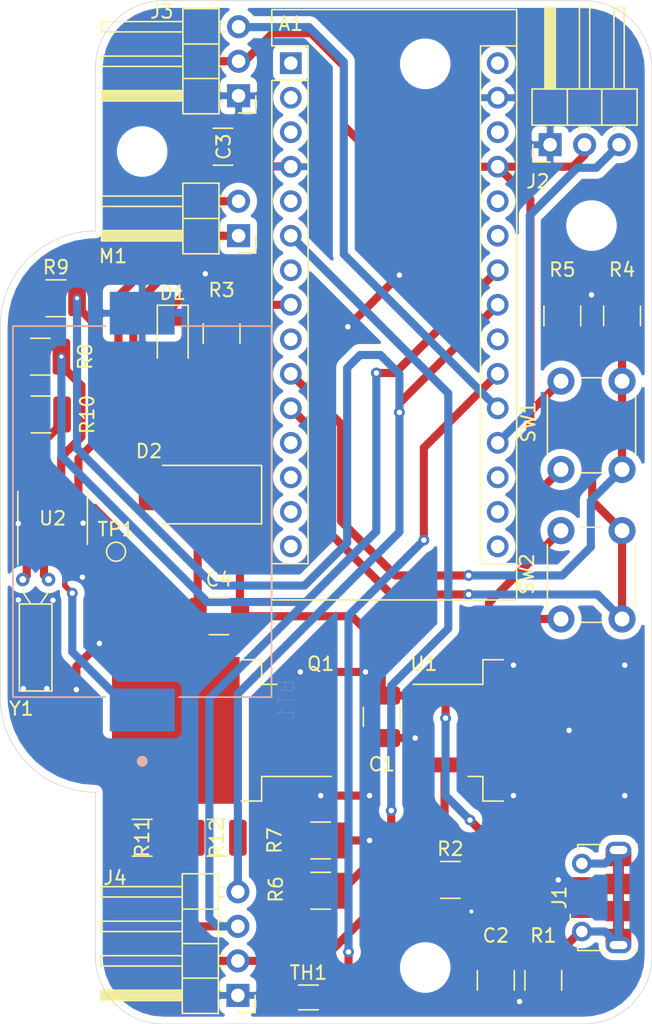
<source format=kicad_pcb>
(kicad_pcb (version 20171130) (host pcbnew "(5.1.10)-1")

  (general
    (thickness 1.6)
    (drawings 12)
    (tracks 283)
    (zones 0)
    (modules 37)
    (nets 21)
  )

  (page A4)
  (title_block
    (title "Smart Plant")
    (date 2021-05-30)
    (company "Fablab Technospark")
    (comment 2 aleksul)
  )

  (layers
    (0 F.Cu signal)
    (31 B.Cu signal)
    (32 B.Adhes user)
    (33 F.Adhes user)
    (34 B.Paste user)
    (35 F.Paste user)
    (36 B.SilkS user)
    (37 F.SilkS user)
    (38 B.Mask user)
    (39 F.Mask user)
    (40 Dwgs.User user)
    (41 Cmts.User user)
    (42 Eco1.User user)
    (43 Eco2.User user)
    (44 Edge.Cuts user)
    (45 Margin user)
    (46 B.CrtYd user hide)
    (47 F.CrtYd user)
    (48 B.Fab user)
    (49 F.Fab user hide)
  )

  (setup
    (last_trace_width 0.6)
    (user_trace_width 0.15)
    (user_trace_width 0.2)
    (user_trace_width 0.3)
    (user_trace_width 0.4)
    (user_trace_width 0.6)
    (user_trace_width 0.8)
    (user_trace_width 1)
    (user_trace_width 2)
    (trace_clearance 0.2)
    (zone_clearance 0.508)
    (zone_45_only no)
    (trace_min 0.127)
    (via_size 0.8)
    (via_drill 0.4)
    (via_min_size 0.6)
    (via_min_drill 0.3)
    (user_via 0.6 0.3)
    (user_via 0.9 0.4)
    (uvia_size 0.3)
    (uvia_drill 0.1)
    (uvias_allowed no)
    (uvia_min_size 0.2)
    (uvia_min_drill 0.1)
    (edge_width 0.05)
    (segment_width 0.2)
    (pcb_text_width 0.3)
    (pcb_text_size 1.5 1.5)
    (mod_edge_width 0.12)
    (mod_text_size 1 1)
    (mod_text_width 0.15)
    (pad_size 1.524 1.524)
    (pad_drill 0.762)
    (pad_to_mask_clearance 0)
    (aux_axis_origin 0 0)
    (visible_elements 7FFFFFFF)
    (pcbplotparams
      (layerselection 0x010fc_ffffffff)
      (usegerberextensions false)
      (usegerberattributes true)
      (usegerberadvancedattributes true)
      (creategerberjobfile true)
      (excludeedgelayer true)
      (linewidth 0.100000)
      (plotframeref false)
      (viasonmask false)
      (mode 1)
      (useauxorigin false)
      (hpglpennumber 1)
      (hpglpenspeed 20)
      (hpglpendiameter 15.000000)
      (psnegative false)
      (psa4output false)
      (plotreference true)
      (plotvalue true)
      (plotinvisibletext false)
      (padsonsilk false)
      (subtractmaskfromsilk false)
      (outputformat 1)
      (mirror false)
      (drillshape 1)
      (scaleselection 1)
      (outputdirectory ""))
  )

  (net 0 "")
  (net 1 GND)
  (net 2 +5V)
  (net 3 /BUTTON2)
  (net 4 /BUTTON1)
  (net 5 /SCL)
  (net 6 /DEBUG_LED)
  (net 7 /SDA)
  (net 8 /PUMP)
  (net 9 /THERMISTOR)
  (net 10 /WATER)
  (net 11 /SOIL)
  (net 12 VBUS)
  (net 13 "Net-(C2-Pad1)")
  (net 14 "Net-(C4-Pad2)")
  (net 15 "Net-(D1-Pad2)")
  (net 16 "Net-(Q1-Pad1)")
  (net 17 "Net-(BT1-Pad1)")
  (net 18 "Net-(R10-Pad2)")
  (net 19 "Net-(U2-Pad2)")
  (net 20 "Net-(U2-Pad1)")

  (net_class Default "This is the default net class."
    (clearance 0.2)
    (trace_width 0.25)
    (via_dia 0.8)
    (via_drill 0.4)
    (uvia_dia 0.3)
    (uvia_drill 0.1)
    (add_net +5V)
    (add_net /BUTTON1)
    (add_net /BUTTON2)
    (add_net /DEBUG_LED)
    (add_net /PUMP)
    (add_net /SCL)
    (add_net /SDA)
    (add_net /SOIL)
    (add_net /THERMISTOR)
    (add_net /WATER)
    (add_net GND)
    (add_net "Net-(A1-Pad1)")
    (add_net "Net-(A1-Pad12)")
    (add_net "Net-(A1-Pad13)")
    (add_net "Net-(A1-Pad14)")
    (add_net "Net-(A1-Pad15)")
    (add_net "Net-(A1-Pad16)")
    (add_net "Net-(A1-Pad17)")
    (add_net "Net-(A1-Pad18)")
    (add_net "Net-(A1-Pad2)")
    (add_net "Net-(A1-Pad22)")
    (add_net "Net-(A1-Pad25)")
    (add_net "Net-(A1-Pad26)")
    (add_net "Net-(A1-Pad28)")
    (add_net "Net-(A1-Pad3)")
    (add_net "Net-(A1-Pad30)")
    (add_net "Net-(A1-Pad5)")
    (add_net "Net-(A1-Pad7)")
    (add_net "Net-(A1-Pad9)")
    (add_net "Net-(BT1-Pad1)")
    (add_net "Net-(C2-Pad1)")
    (add_net "Net-(C4-Pad2)")
    (add_net "Net-(D1-Pad2)")
    (add_net "Net-(J1-Pad2)")
    (add_net "Net-(J1-Pad3)")
    (add_net "Net-(J1-Pad4)")
    (add_net "Net-(Q1-Pad1)")
    (add_net "Net-(R10-Pad2)")
    (add_net "Net-(U2-Pad1)")
    (add_net "Net-(U2-Pad2)")
    (add_net VBUS)
  )

  (module MountingHole:MountingHole_2.7mm_M2.5 (layer F.Cu) (tedit 56D1B4CB) (tstamp 60B6E039)
    (at 139.25 75.5)
    (descr "Mounting Hole 2.7mm, no annular, M2.5")
    (tags "mounting hole 2.7mm no annular m2.5")
    (attr virtual)
    (fp_text reference REF** (at 0 -3.7) (layer F.SilkS) hide
      (effects (font (size 1 1) (thickness 0.15)))
    )
    (fp_text value MountingHole_2.7mm_M2.5 (at 0 3.7) (layer F.Fab)
      (effects (font (size 1 1) (thickness 0.15)))
    )
    (fp_circle (center 0 0) (end 2.7 0) (layer Cmts.User) (width 0.15))
    (fp_circle (center 0 0) (end 2.95 0) (layer F.CrtYd) (width 0.05))
    (fp_text user %R (at 0.3 0) (layer F.Fab)
      (effects (font (size 1 1) (thickness 0.15)))
    )
    (pad 1 np_thru_hole circle (at 0 0) (size 2.7 2.7) (drill 2.7) (layers *.Cu *.Mask))
  )

  (module MountingHole:MountingHole_2.7mm_M2.5 (layer F.Cu) (tedit 56D1B4CB) (tstamp 60B6DAC9)
    (at 160.1 69.05)
    (descr "Mounting Hole 2.7mm, no annular, M2.5")
    (tags "mounting hole 2.7mm no annular m2.5")
    (attr virtual)
    (fp_text reference REF** (at 0 -3.7) (layer F.SilkS) hide
      (effects (font (size 1 1) (thickness 0.15)))
    )
    (fp_text value MountingHole_2.7mm_M2.5 (at 0 3.7) (layer F.Fab)
      (effects (font (size 1 1) (thickness 0.15)))
    )
    (fp_circle (center 0 0) (end 2.7 0) (layer Cmts.User) (width 0.15))
    (fp_circle (center 0 0) (end 2.95 0) (layer F.CrtYd) (width 0.05))
    (fp_text user %R (at 0.3 0) (layer F.Fab)
      (effects (font (size 1 1) (thickness 0.15)))
    )
    (pad 1 np_thru_hole circle (at 0 0) (size 2.7 2.7) (drill 2.7) (layers *.Cu *.Mask))
  )

  (module MountingHole:MountingHole_2.7mm_M2.5 (layer F.Cu) (tedit 56D1B4CB) (tstamp 60B6DAC9)
    (at 160.1 135.55)
    (descr "Mounting Hole 2.7mm, no annular, M2.5")
    (tags "mounting hole 2.7mm no annular m2.5")
    (attr virtual)
    (fp_text reference REF** (at 0 -3.7) (layer F.SilkS) hide
      (effects (font (size 1 1) (thickness 0.15)))
    )
    (fp_text value MountingHole_2.7mm_M2.5 (at 0 3.7) (layer F.Fab)
      (effects (font (size 1 1) (thickness 0.15)))
    )
    (fp_circle (center 0 0) (end 2.7 0) (layer Cmts.User) (width 0.15))
    (fp_circle (center 0 0) (end 2.95 0) (layer F.CrtYd) (width 0.05))
    (fp_text user %R (at 0.3 0) (layer F.Fab)
      (effects (font (size 1 1) (thickness 0.15)))
    )
    (pad 1 np_thru_hole circle (at 0 0) (size 2.7 2.7) (drill 2.7) (layers *.Cu *.Mask))
  )

  (module MountingHole:MountingHole_2.7mm_M2.5 (layer F.Cu) (tedit 56D1B4CB) (tstamp 60B6DA97)
    (at 172.35 80.95)
    (descr "Mounting Hole 2.7mm, no annular, M2.5")
    (tags "mounting hole 2.7mm no annular m2.5")
    (attr virtual)
    (fp_text reference REF** (at 0 -3.7) (layer F.SilkS) hide
      (effects (font (size 1 1) (thickness 0.15)))
    )
    (fp_text value MountingHole_2.7mm_M2.5 (at 0 3.7) (layer F.Fab)
      (effects (font (size 1 1) (thickness 0.15)))
    )
    (fp_text user %R (at 0.3 0) (layer F.Fab)
      (effects (font (size 1 1) (thickness 0.15)))
    )
    (fp_circle (center 0 0) (end 2.7 0) (layer Cmts.User) (width 0.15))
    (fp_circle (center 0 0) (end 2.95 0) (layer F.CrtYd) (width 0.05))
    (pad 1 np_thru_hole circle (at 0 0) (size 2.7 2.7) (drill 2.7) (layers *.Cu *.Mask))
  )

  (module TestPoint:TestPoint_Pad_D1.0mm (layer F.Cu) (tedit 5A0F774F) (tstamp 60B6B211)
    (at 137.325 104.95)
    (descr "SMD pad as test Point, diameter 1.0mm")
    (tags "test point SMD pad")
    (path /60B84BF7)
    (attr virtual)
    (fp_text reference TP1 (at 0 -1.65) (layer F.SilkS)
      (effects (font (size 1 1) (thickness 0.15)))
    )
    (fp_text value TestPoint (at 0 1.55) (layer F.Fab)
      (effects (font (size 1 1) (thickness 0.15)))
    )
    (fp_text user %R (at 0 -1.45) (layer F.Fab)
      (effects (font (size 1 1) (thickness 0.15)))
    )
    (fp_circle (center 0 0) (end 1 0) (layer F.CrtYd) (width 0.05))
    (fp_circle (center 0 0) (end 0 0.7) (layer F.SilkS) (width 0.12))
    (pad 1 smd circle (at 0 0) (size 1 1) (layers F.Cu F.Mask)
      (net 18 "Net-(R10-Pad2)"))
  )

  (module Resistor_SMD:R_1210_3225Metric_Pad1.30x2.65mm_HandSolder (layer F.Cu) (tedit 5F68FEEE) (tstamp 60B6B161)
    (at 144.75 126)
    (descr "Resistor SMD 1210 (3225 Metric), square (rectangular) end terminal, IPC_7351 nominal with elongated pad for handsoldering. (Body size source: IPC-SM-782 page 72, https://www.pcb-3d.com/wordpress/wp-content/uploads/ipc-sm-782a_amendment_1_and_2.pdf), generated with kicad-footprint-generator")
    (tags "resistor handsolder")
    (path /60BA265D)
    (attr smd)
    (fp_text reference R12 (at 0 0.05 90) (layer F.SilkS)
      (effects (font (size 1 1) (thickness 0.15)))
    )
    (fp_text value 4k7 (at 0 2.28) (layer F.Fab)
      (effects (font (size 1 1) (thickness 0.15)))
    )
    (fp_text user %R (at 0 0) (layer F.Fab)
      (effects (font (size 0.8 0.8) (thickness 0.12)))
    )
    (fp_line (start -1.6 1.245) (end -1.6 -1.245) (layer F.Fab) (width 0.1))
    (fp_line (start -1.6 -1.245) (end 1.6 -1.245) (layer F.Fab) (width 0.1))
    (fp_line (start 1.6 -1.245) (end 1.6 1.245) (layer F.Fab) (width 0.1))
    (fp_line (start 1.6 1.245) (end -1.6 1.245) (layer F.Fab) (width 0.1))
    (fp_line (start -0.723737 -1.355) (end 0.723737 -1.355) (layer F.SilkS) (width 0.12))
    (fp_line (start -0.723737 1.355) (end 0.723737 1.355) (layer F.SilkS) (width 0.12))
    (fp_line (start -2.45 1.58) (end -2.45 -1.58) (layer F.CrtYd) (width 0.05))
    (fp_line (start -2.45 -1.58) (end 2.45 -1.58) (layer F.CrtYd) (width 0.05))
    (fp_line (start 2.45 -1.58) (end 2.45 1.58) (layer F.CrtYd) (width 0.05))
    (fp_line (start 2.45 1.58) (end -2.45 1.58) (layer F.CrtYd) (width 0.05))
    (pad 2 smd roundrect (at 1.55 0) (size 1.3 2.65) (layers F.Cu F.Paste F.Mask) (roundrect_rratio 0.192308)
      (net 7 /SDA))
    (pad 1 smd roundrect (at -1.55 0) (size 1.3 2.65) (layers F.Cu F.Paste F.Mask) (roundrect_rratio 0.192308)
      (net 2 +5V))
    (model ${KISYS3DMOD}/Resistor_SMD.3dshapes/R_1210_3225Metric.wrl
      (at (xyz 0 0 0))
      (scale (xyz 1 1 1))
      (rotate (xyz 0 0 0))
    )
  )

  (module Resistor_SMD:R_1210_3225Metric_Pad1.30x2.65mm_HandSolder (layer F.Cu) (tedit 5F68FEEE) (tstamp 60B6B150)
    (at 139.25 126)
    (descr "Resistor SMD 1210 (3225 Metric), square (rectangular) end terminal, IPC_7351 nominal with elongated pad for handsoldering. (Body size source: IPC-SM-782 page 72, https://www.pcb-3d.com/wordpress/wp-content/uploads/ipc-sm-782a_amendment_1_and_2.pdf), generated with kicad-footprint-generator")
    (tags "resistor handsolder")
    (path /60BA2663)
    (attr smd)
    (fp_text reference R11 (at 0 0 270) (layer F.SilkS)
      (effects (font (size 1 1) (thickness 0.15)))
    )
    (fp_text value 4k7 (at 0 2.28) (layer F.Fab)
      (effects (font (size 1 1) (thickness 0.15)))
    )
    (fp_text user %R (at 0 0) (layer F.Fab)
      (effects (font (size 0.8 0.8) (thickness 0.12)))
    )
    (fp_line (start -1.6 1.245) (end -1.6 -1.245) (layer F.Fab) (width 0.1))
    (fp_line (start -1.6 -1.245) (end 1.6 -1.245) (layer F.Fab) (width 0.1))
    (fp_line (start 1.6 -1.245) (end 1.6 1.245) (layer F.Fab) (width 0.1))
    (fp_line (start 1.6 1.245) (end -1.6 1.245) (layer F.Fab) (width 0.1))
    (fp_line (start -0.723737 -1.355) (end 0.723737 -1.355) (layer F.SilkS) (width 0.12))
    (fp_line (start -0.723737 1.355) (end 0.723737 1.355) (layer F.SilkS) (width 0.12))
    (fp_line (start -2.45 1.58) (end -2.45 -1.58) (layer F.CrtYd) (width 0.05))
    (fp_line (start -2.45 -1.58) (end 2.45 -1.58) (layer F.CrtYd) (width 0.05))
    (fp_line (start 2.45 -1.58) (end 2.45 1.58) (layer F.CrtYd) (width 0.05))
    (fp_line (start 2.45 1.58) (end -2.45 1.58) (layer F.CrtYd) (width 0.05))
    (pad 2 smd roundrect (at 1.55 0) (size 1.3 2.65) (layers F.Cu F.Paste F.Mask) (roundrect_rratio 0.192308)
      (net 5 /SCL))
    (pad 1 smd roundrect (at -1.55 0) (size 1.3 2.65) (layers F.Cu F.Paste F.Mask) (roundrect_rratio 0.192308)
      (net 2 +5V))
    (model ${KISYS3DMOD}/Resistor_SMD.3dshapes/R_1210_3225Metric.wrl
      (at (xyz 0 0 0))
      (scale (xyz 1 1 1))
      (rotate (xyz 0 0 0))
    )
  )

  (module Resistor_SMD:R_1210_3225Metric_Pad1.30x2.65mm_HandSolder (layer F.Cu) (tedit 5F68FEEE) (tstamp 60B6B13F)
    (at 131.8 94.85)
    (descr "Resistor SMD 1210 (3225 Metric), square (rectangular) end terminal, IPC_7351 nominal with elongated pad for handsoldering. (Body size source: IPC-SM-782 page 72, https://www.pcb-3d.com/wordpress/wp-content/uploads/ipc-sm-782a_amendment_1_and_2.pdf), generated with kicad-footprint-generator")
    (tags "resistor handsolder")
    (path /60B82441)
    (attr smd)
    (fp_text reference R10 (at 3.4 0 90) (layer F.SilkS)
      (effects (font (size 1 1) (thickness 0.15)))
    )
    (fp_text value 4k7 (at 0 2.28) (layer F.Fab)
      (effects (font (size 1 1) (thickness 0.15)))
    )
    (fp_text user %R (at 0 0) (layer F.Fab)
      (effects (font (size 0.8 0.8) (thickness 0.12)))
    )
    (fp_line (start -1.6 1.245) (end -1.6 -1.245) (layer F.Fab) (width 0.1))
    (fp_line (start -1.6 -1.245) (end 1.6 -1.245) (layer F.Fab) (width 0.1))
    (fp_line (start 1.6 -1.245) (end 1.6 1.245) (layer F.Fab) (width 0.1))
    (fp_line (start 1.6 1.245) (end -1.6 1.245) (layer F.Fab) (width 0.1))
    (fp_line (start -0.723737 -1.355) (end 0.723737 -1.355) (layer F.SilkS) (width 0.12))
    (fp_line (start -0.723737 1.355) (end 0.723737 1.355) (layer F.SilkS) (width 0.12))
    (fp_line (start -2.45 1.58) (end -2.45 -1.58) (layer F.CrtYd) (width 0.05))
    (fp_line (start -2.45 -1.58) (end 2.45 -1.58) (layer F.CrtYd) (width 0.05))
    (fp_line (start 2.45 -1.58) (end 2.45 1.58) (layer F.CrtYd) (width 0.05))
    (fp_line (start 2.45 1.58) (end -2.45 1.58) (layer F.CrtYd) (width 0.05))
    (pad 2 smd roundrect (at 1.55 0) (size 1.3 2.65) (layers F.Cu F.Paste F.Mask) (roundrect_rratio 0.192308)
      (net 18 "Net-(R10-Pad2)"))
    (pad 1 smd roundrect (at -1.55 0) (size 1.3 2.65) (layers F.Cu F.Paste F.Mask) (roundrect_rratio 0.192308)
      (net 2 +5V))
    (model ${KISYS3DMOD}/Resistor_SMD.3dshapes/R_1210_3225Metric.wrl
      (at (xyz 0 0 0))
      (scale (xyz 1 1 1))
      (rotate (xyz 0 0 0))
    )
  )

  (module Resistor_SMD:R_1210_3225Metric_Pad1.30x2.65mm_HandSolder (layer F.Cu) (tedit 5F68FEEE) (tstamp 60B6B12E)
    (at 132.9 86.3)
    (descr "Resistor SMD 1210 (3225 Metric), square (rectangular) end terminal, IPC_7351 nominal with elongated pad for handsoldering. (Body size source: IPC-SM-782 page 72, https://www.pcb-3d.com/wordpress/wp-content/uploads/ipc-sm-782a_amendment_1_and_2.pdf), generated with kicad-footprint-generator")
    (tags "resistor handsolder")
    (path /60B5B177)
    (attr smd)
    (fp_text reference R9 (at 0 -2.28) (layer F.SilkS)
      (effects (font (size 1 1) (thickness 0.15)))
    )
    (fp_text value 4k7 (at 0 2.28) (layer F.Fab)
      (effects (font (size 1 1) (thickness 0.15)))
    )
    (fp_text user %R (at 0 0) (layer F.Fab)
      (effects (font (size 0.8 0.8) (thickness 0.12)))
    )
    (fp_line (start -1.6 1.245) (end -1.6 -1.245) (layer F.Fab) (width 0.1))
    (fp_line (start -1.6 -1.245) (end 1.6 -1.245) (layer F.Fab) (width 0.1))
    (fp_line (start 1.6 -1.245) (end 1.6 1.245) (layer F.Fab) (width 0.1))
    (fp_line (start 1.6 1.245) (end -1.6 1.245) (layer F.Fab) (width 0.1))
    (fp_line (start -0.723737 -1.355) (end 0.723737 -1.355) (layer F.SilkS) (width 0.12))
    (fp_line (start -0.723737 1.355) (end 0.723737 1.355) (layer F.SilkS) (width 0.12))
    (fp_line (start -2.45 1.58) (end -2.45 -1.58) (layer F.CrtYd) (width 0.05))
    (fp_line (start -2.45 -1.58) (end 2.45 -1.58) (layer F.CrtYd) (width 0.05))
    (fp_line (start 2.45 -1.58) (end 2.45 1.58) (layer F.CrtYd) (width 0.05))
    (fp_line (start 2.45 1.58) (end -2.45 1.58) (layer F.CrtYd) (width 0.05))
    (pad 2 smd roundrect (at 1.55 0) (size 1.3 2.65) (layers F.Cu F.Paste F.Mask) (roundrect_rratio 0.192308)
      (net 7 /SDA))
    (pad 1 smd roundrect (at -1.55 0) (size 1.3 2.65) (layers F.Cu F.Paste F.Mask) (roundrect_rratio 0.192308)
      (net 2 +5V))
    (model ${KISYS3DMOD}/Resistor_SMD.3dshapes/R_1210_3225Metric.wrl
      (at (xyz 0 0 0))
      (scale (xyz 1 1 1))
      (rotate (xyz 0 0 0))
    )
  )

  (module Resistor_SMD:R_1210_3225Metric_Pad1.30x2.65mm_HandSolder (layer F.Cu) (tedit 5F68FEEE) (tstamp 60B6B11D)
    (at 131.75 90.6)
    (descr "Resistor SMD 1210 (3225 Metric), square (rectangular) end terminal, IPC_7351 nominal with elongated pad for handsoldering. (Body size source: IPC-SM-782 page 72, https://www.pcb-3d.com/wordpress/wp-content/uploads/ipc-sm-782a_amendment_1_and_2.pdf), generated with kicad-footprint-generator")
    (tags "resistor handsolder")
    (path /60B5C914)
    (attr smd)
    (fp_text reference R8 (at 3.3 0 90) (layer F.SilkS)
      (effects (font (size 1 1) (thickness 0.15)))
    )
    (fp_text value 4k7 (at 0 2.28) (layer F.Fab)
      (effects (font (size 1 1) (thickness 0.15)))
    )
    (fp_text user %R (at 0 0) (layer F.Fab)
      (effects (font (size 0.8 0.8) (thickness 0.12)))
    )
    (fp_line (start -1.6 1.245) (end -1.6 -1.245) (layer F.Fab) (width 0.1))
    (fp_line (start -1.6 -1.245) (end 1.6 -1.245) (layer F.Fab) (width 0.1))
    (fp_line (start 1.6 -1.245) (end 1.6 1.245) (layer F.Fab) (width 0.1))
    (fp_line (start 1.6 1.245) (end -1.6 1.245) (layer F.Fab) (width 0.1))
    (fp_line (start -0.723737 -1.355) (end 0.723737 -1.355) (layer F.SilkS) (width 0.12))
    (fp_line (start -0.723737 1.355) (end 0.723737 1.355) (layer F.SilkS) (width 0.12))
    (fp_line (start -2.45 1.58) (end -2.45 -1.58) (layer F.CrtYd) (width 0.05))
    (fp_line (start -2.45 -1.58) (end 2.45 -1.58) (layer F.CrtYd) (width 0.05))
    (fp_line (start 2.45 -1.58) (end 2.45 1.58) (layer F.CrtYd) (width 0.05))
    (fp_line (start 2.45 1.58) (end -2.45 1.58) (layer F.CrtYd) (width 0.05))
    (pad 2 smd roundrect (at 1.55 0) (size 1.3 2.65) (layers F.Cu F.Paste F.Mask) (roundrect_rratio 0.192308)
      (net 5 /SCL))
    (pad 1 smd roundrect (at -1.55 0) (size 1.3 2.65) (layers F.Cu F.Paste F.Mask) (roundrect_rratio 0.192308)
      (net 2 +5V))
    (model ${KISYS3DMOD}/Resistor_SMD.3dshapes/R_1210_3225Metric.wrl
      (at (xyz 0 0 0))
      (scale (xyz 1 1 1))
      (rotate (xyz 0 0 0))
    )
  )

  (module Crystal:Crystal_DS26_D2.0mm_L6.0mm_Horizontal (layer F.Cu) (tedit 5A0FD1B2) (tstamp 60B67521)
    (at 130.45 107)
    (descr "Crystal THT DS26 6.0mm length 2.0mm diameter http://www.microcrystal.com/images/_Product-Documentation/03_TF_metal_Packages/01_Datasheet/DS-Series.pdf")
    (tags ['DS26'])
    (path /60B79A67)
    (fp_text reference Y1 (at -0.1 9.5 180) (layer F.SilkS)
      (effects (font (size 1 1) (thickness 0.15)))
    )
    (fp_text value "32.768 kHz" (at 3.47 1.625 90) (layer F.Fab)
      (effects (font (size 1 1) (thickness 0.15)))
    )
    (fp_text user %R (at 1 4.75 90) (layer F.Fab)
      (effects (font (size 0.7 0.7) (thickness 0.105)))
    )
    (fp_line (start -0.05 2) (end -0.05 8) (layer F.Fab) (width 0.1))
    (fp_line (start -0.05 8) (end 1.95 8) (layer F.Fab) (width 0.1))
    (fp_line (start 1.95 8) (end 1.95 2) (layer F.Fab) (width 0.1))
    (fp_line (start 1.95 2) (end -0.05 2) (layer F.Fab) (width 0.1))
    (fp_line (start 0.6 2) (end 0 1) (layer F.Fab) (width 0.1))
    (fp_line (start 0 1) (end 0 0) (layer F.Fab) (width 0.1))
    (fp_line (start 1.3 2) (end 1.9 1) (layer F.Fab) (width 0.1))
    (fp_line (start 1.9 1) (end 1.9 0) (layer F.Fab) (width 0.1))
    (fp_line (start -0.25 1.8) (end -0.25 8.2) (layer F.SilkS) (width 0.12))
    (fp_line (start -0.25 8.2) (end 2.15 8.2) (layer F.SilkS) (width 0.12))
    (fp_line (start 2.15 8.2) (end 2.15 1.8) (layer F.SilkS) (width 0.12))
    (fp_line (start 2.15 1.8) (end -0.25 1.8) (layer F.SilkS) (width 0.12))
    (fp_line (start 0.6 1.8) (end 0 0.9) (layer F.SilkS) (width 0.12))
    (fp_line (start 0 0.9) (end 0 0.7) (layer F.SilkS) (width 0.12))
    (fp_line (start 1.3 1.8) (end 1.9 0.9) (layer F.SilkS) (width 0.12))
    (fp_line (start 1.9 0.9) (end 1.9 0.7) (layer F.SilkS) (width 0.12))
    (fp_line (start -0.8 -0.8) (end -0.8 8.8) (layer F.CrtYd) (width 0.05))
    (fp_line (start -0.8 8.8) (end 2.7 8.8) (layer F.CrtYd) (width 0.05))
    (fp_line (start 2.7 8.8) (end 2.7 -0.8) (layer F.CrtYd) (width 0.05))
    (fp_line (start 2.7 -0.8) (end -0.8 -0.8) (layer F.CrtYd) (width 0.05))
    (pad 2 thru_hole circle (at 1.9 0) (size 1 1) (drill 0.5) (layers *.Cu *.Mask)
      (net 19 "Net-(U2-Pad2)"))
    (pad 1 thru_hole circle (at 0 0) (size 1 1) (drill 0.5) (layers *.Cu *.Mask)
      (net 20 "Net-(U2-Pad1)"))
    (model ${KISYS3DMOD}/Crystal.3dshapes/Crystal_DS26_D2.0mm_L6.0mm_Horizontal.wrl
      (at (xyz 0 0 0))
      (scale (xyz 1 1 1))
      (rotate (xyz 0 0 0))
    )
    (model "${KIPRJMOD}/3d models/crystal.STEP"
      (offset (xyz 1 0 0))
      (scale (xyz 1 1 1))
      (rotate (xyz -90 0 -90))
    )
  )

  (module Package_SO:SOIC-8_3.9x4.9mm_P1.27mm (layer F.Cu) (tedit 5D9F72B1) (tstamp 60B67506)
    (at 132.65 102.45 90)
    (descr "SOIC, 8 Pin (JEDEC MS-012AA, https://www.analog.com/media/en/package-pcb-resources/package/pkg_pdf/soic_narrow-r/r_8.pdf), generated with kicad-footprint-generator ipc_gullwing_generator.py")
    (tags "SOIC SO")
    (path /60B588C0)
    (attr smd)
    (fp_text reference U2 (at -0.05 0 180) (layer F.SilkS)
      (effects (font (size 1 1) (thickness 0.15)))
    )
    (fp_text value DS1307ZN+ (at 0 3.4 90) (layer F.Fab)
      (effects (font (size 1 1) (thickness 0.15)))
    )
    (fp_text user %R (at 0 0 90) (layer F.Fab)
      (effects (font (size 0.98 0.98) (thickness 0.15)))
    )
    (fp_line (start 0 2.56) (end 1.95 2.56) (layer F.SilkS) (width 0.12))
    (fp_line (start 0 2.56) (end -1.95 2.56) (layer F.SilkS) (width 0.12))
    (fp_line (start 0 -2.56) (end 1.95 -2.56) (layer F.SilkS) (width 0.12))
    (fp_line (start 0 -2.56) (end -3.45 -2.56) (layer F.SilkS) (width 0.12))
    (fp_line (start -0.975 -2.45) (end 1.95 -2.45) (layer F.Fab) (width 0.1))
    (fp_line (start 1.95 -2.45) (end 1.95 2.45) (layer F.Fab) (width 0.1))
    (fp_line (start 1.95 2.45) (end -1.95 2.45) (layer F.Fab) (width 0.1))
    (fp_line (start -1.95 2.45) (end -1.95 -1.475) (layer F.Fab) (width 0.1))
    (fp_line (start -1.95 -1.475) (end -0.975 -2.45) (layer F.Fab) (width 0.1))
    (fp_line (start -3.7 -2.7) (end -3.7 2.7) (layer F.CrtYd) (width 0.05))
    (fp_line (start -3.7 2.7) (end 3.7 2.7) (layer F.CrtYd) (width 0.05))
    (fp_line (start 3.7 2.7) (end 3.7 -2.7) (layer F.CrtYd) (width 0.05))
    (fp_line (start 3.7 -2.7) (end -3.7 -2.7) (layer F.CrtYd) (width 0.05))
    (pad 8 smd roundrect (at 2.475 -1.905 90) (size 1.95 0.6) (layers F.Cu F.Paste F.Mask) (roundrect_rratio 0.25)
      (net 2 +5V))
    (pad 7 smd roundrect (at 2.475 -0.635 90) (size 1.95 0.6) (layers F.Cu F.Paste F.Mask) (roundrect_rratio 0.25)
      (net 18 "Net-(R10-Pad2)"))
    (pad 6 smd roundrect (at 2.475 0.635 90) (size 1.95 0.6) (layers F.Cu F.Paste F.Mask) (roundrect_rratio 0.25)
      (net 5 /SCL))
    (pad 5 smd roundrect (at 2.475 1.905 90) (size 1.95 0.6) (layers F.Cu F.Paste F.Mask) (roundrect_rratio 0.25)
      (net 7 /SDA))
    (pad 4 smd roundrect (at -2.475 1.905 90) (size 1.95 0.6) (layers F.Cu F.Paste F.Mask) (roundrect_rratio 0.25)
      (net 1 GND))
    (pad 3 smd roundrect (at -2.475 0.635 90) (size 1.95 0.6) (layers F.Cu F.Paste F.Mask) (roundrect_rratio 0.25)
      (net 17 "Net-(BT1-Pad1)"))
    (pad 2 smd roundrect (at -2.475 -0.635 90) (size 1.95 0.6) (layers F.Cu F.Paste F.Mask) (roundrect_rratio 0.25)
      (net 19 "Net-(U2-Pad2)"))
    (pad 1 smd roundrect (at -2.475 -1.905 90) (size 1.95 0.6) (layers F.Cu F.Paste F.Mask) (roundrect_rratio 0.25)
      (net 20 "Net-(U2-Pad1)"))
    (model ${KISYS3DMOD}/Package_SO.3dshapes/SOIC-8_3.9x4.9mm_P1.27mm.wrl
      (at (xyz 0 0 0))
      (scale (xyz 1 1 1))
      (rotate (xyz 0 0 0))
    )
  )

  (module smartplant:QJ-BS-6-1 locked (layer B.Cu) (tedit 60B60A19) (tstamp 60B6CA74)
    (at 139.25 102 90)
    (path /60B6759A)
    (fp_text reference BT1 (at -13.819 10.6112 90) (layer B.SilkS)
      (effects (font (size 1.12 1.12) (thickness 0.015)) (justify mirror))
    )
    (fp_text value Battery (at -9.9 -5.7 90) (layer B.Fab)
      (effects (font (size 1.12 1.12) (thickness 0.015)) (justify mirror))
    )
    (fp_text user - (at 12.475 -0.6 90) (layer B.Fab)
      (effects (font (size 1.12 1.12) (thickness 0.015)) (justify mirror))
    )
    (fp_text user + (at -13.375 -0.6 90) (layer B.Fab)
      (effects (font (size 1.12 1.12) (thickness 0.015)) (justify mirror))
    )
    (fp_circle (center -18.375 0) (end -18.175 0) (layer B.Fab) (width 0.4))
    (fp_circle (center -18.375 0) (end -18.175 0) (layer B.SilkS) (width 0.4))
    (fp_line (start 17.345 -9.775) (end -17.345 -9.775) (layer B.CrtYd) (width 0.05))
    (fp_line (start 17.345 9.775) (end 17.345 -9.775) (layer B.CrtYd) (width 0.05))
    (fp_line (start -17.345 9.775) (end 17.345 9.775) (layer B.CrtYd) (width 0.05))
    (fp_line (start -17.345 -9.775) (end -17.345 9.775) (layer B.CrtYd) (width 0.05))
    (fp_line (start -13.65 -9.525) (end -13.65 -2.72) (layer B.SilkS) (width 0.127))
    (fp_line (start 13.65 -9.525) (end -13.65 -9.525) (layer B.SilkS) (width 0.127))
    (fp_line (start 13.65 -2.72) (end 13.65 -9.525) (layer B.SilkS) (width 0.127))
    (fp_line (start 13.65 9.525) (end 13.65 2.72) (layer B.SilkS) (width 0.127))
    (fp_line (start -13.65 9.525) (end 13.65 9.525) (layer B.SilkS) (width 0.127))
    (fp_line (start -13.65 2.72) (end -13.65 9.525) (layer B.SilkS) (width 0.127))
    (fp_line (start 13.65 -9.525) (end -13.65 -9.525) (layer B.Fab) (width 0.127))
    (fp_line (start 13.65 9.525) (end 13.65 -9.525) (layer B.Fab) (width 0.127))
    (fp_line (start -13.65 9.525) (end 13.65 9.525) (layer B.Fab) (width 0.127))
    (fp_line (start -13.65 -9.525) (end -13.65 9.525) (layer B.Fab) (width 0.127))
    (pad 2 smd rect (at 14.6 0 90) (size 3.15 4.78) (layers B.Cu B.Paste B.Mask)
      (net 1 GND))
    (pad 1 smd rect (at -14.6 0 90) (size 3.15 4.78) (layers B.Cu B.Paste B.Mask)
      (net 17 "Net-(BT1-Pad1)"))
    (model "${KIPRJMOD}/3d models/cr2032.stp"
      (at (xyz 0 0 0))
      (scale (xyz 1 1 1))
      (rotate (xyz 0 0 0))
    )
  )

  (module Package_TO_SOT_SMD:TO-263-2 (layer F.Cu) (tedit 5A70FB7B) (tstamp 60B3F599)
    (at 167.3 118.1)
    (descr "TO-263 / D2PAK / DDPAK SMD package, http://www.infineon.com/cms/en/product/packages/PG-TO263/PG-TO263-3-1/")
    (tags "D2PAK DDPAK TO-263 D2PAK-3 TO-263-3 SOT-404")
    (path /60B2A1B5)
    (attr smd)
    (fp_text reference U1 (at -7.3 -4.9) (layer F.SilkS)
      (effects (font (size 1 1) (thickness 0.15)))
    )
    (fp_text value L7805 (at 0 6.65) (layer F.Fab)
      (effects (font (size 1 1) (thickness 0.15)))
    )
    (fp_line (start 8.32 -5.65) (end -8.32 -5.65) (layer F.CrtYd) (width 0.05))
    (fp_line (start 8.32 5.65) (end 8.32 -5.65) (layer F.CrtYd) (width 0.05))
    (fp_line (start -8.32 5.65) (end 8.32 5.65) (layer F.CrtYd) (width 0.05))
    (fp_line (start -8.32 -5.65) (end -8.32 5.65) (layer F.CrtYd) (width 0.05))
    (fp_line (start -2.95 3.39) (end -4.05 3.39) (layer F.SilkS) (width 0.12))
    (fp_line (start -2.95 5.2) (end -2.95 3.39) (layer F.SilkS) (width 0.12))
    (fp_line (start -1.45 5.2) (end -2.95 5.2) (layer F.SilkS) (width 0.12))
    (fp_line (start -2.95 -3.39) (end -8.075 -3.39) (layer F.SilkS) (width 0.12))
    (fp_line (start -2.95 -5.2) (end -2.95 -3.39) (layer F.SilkS) (width 0.12))
    (fp_line (start -1.45 -5.2) (end -2.95 -5.2) (layer F.SilkS) (width 0.12))
    (fp_line (start -7.45 3.04) (end -2.75 3.04) (layer F.Fab) (width 0.1))
    (fp_line (start -7.45 2.04) (end -7.45 3.04) (layer F.Fab) (width 0.1))
    (fp_line (start -2.75 2.04) (end -7.45 2.04) (layer F.Fab) (width 0.1))
    (fp_line (start -7.45 -2.04) (end -2.75 -2.04) (layer F.Fab) (width 0.1))
    (fp_line (start -7.45 -3.04) (end -7.45 -2.04) (layer F.Fab) (width 0.1))
    (fp_line (start -2.75 -3.04) (end -7.45 -3.04) (layer F.Fab) (width 0.1))
    (fp_line (start -1.75 -5) (end 6.5 -5) (layer F.Fab) (width 0.1))
    (fp_line (start -2.75 -4) (end -1.75 -5) (layer F.Fab) (width 0.1))
    (fp_line (start -2.75 5) (end -2.75 -4) (layer F.Fab) (width 0.1))
    (fp_line (start 6.5 5) (end -2.75 5) (layer F.Fab) (width 0.1))
    (fp_line (start 6.5 -5) (end 6.5 5) (layer F.Fab) (width 0.1))
    (fp_line (start 7.5 5) (end 6.5 5) (layer F.Fab) (width 0.1))
    (fp_line (start 7.5 -5) (end 7.5 5) (layer F.Fab) (width 0.1))
    (fp_line (start 6.5 -5) (end 7.5 -5) (layer F.Fab) (width 0.1))
    (fp_text user %R (at 0 0) (layer F.Fab)
      (effects (font (size 1 1) (thickness 0.15)))
    )
    (pad "" smd rect (at 0.95 2.775) (size 4.55 5.25) (layers F.Paste))
    (pad "" smd rect (at 5.8 -2.775) (size 4.55 5.25) (layers F.Paste))
    (pad "" smd rect (at 0.95 -2.775) (size 4.55 5.25) (layers F.Paste))
    (pad "" smd rect (at 5.8 2.775) (size 4.55 5.25) (layers F.Paste))
    (pad 2 smd rect (at 3.375 0) (size 9.4 10.8) (layers F.Cu F.Mask)
      (net 1 GND))
    (pad 3 smd rect (at -5.775 2.54) (size 4.6 1.1) (layers F.Cu F.Paste F.Mask)
      (net 2 +5V))
    (pad 1 smd rect (at -5.775 -2.54) (size 4.6 1.1) (layers F.Cu F.Paste F.Mask)
      (net 12 VBUS))
    (model ${KISYS3DMOD}/Package_TO_SOT_SMD.3dshapes/TO-263-2.wrl
      (at (xyz 0 0 0))
      (scale (xyz 1 1 1))
      (rotate (xyz 0 0 0))
    )
  )

  (module Package_TO_SOT_SMD:TO-263-2 (layer F.Cu) (tedit 5A70FB7B) (tstamp 60B3BEC0)
    (at 145.1 118.1 180)
    (descr "TO-263 / D2PAK / DDPAK SMD package, http://www.infineon.com/cms/en/product/packages/PG-TO263/PG-TO263-3-1/")
    (tags "D2PAK DDPAK TO-263 D2PAK-3 TO-263-3 SOT-404")
    (path /60B76C0E)
    (attr smd)
    (fp_text reference Q1 (at -7.3 4.9) (layer F.SilkS)
      (effects (font (size 1 1) (thickness 0.15)))
    )
    (fp_text value IRF540N (at 0 6.65) (layer F.Fab)
      (effects (font (size 1 1) (thickness 0.15)))
    )
    (fp_line (start 8.32 -5.65) (end -8.32 -5.65) (layer F.CrtYd) (width 0.05))
    (fp_line (start 8.32 5.65) (end 8.32 -5.65) (layer F.CrtYd) (width 0.05))
    (fp_line (start -8.32 5.65) (end 8.32 5.65) (layer F.CrtYd) (width 0.05))
    (fp_line (start -8.32 -5.65) (end -8.32 5.65) (layer F.CrtYd) (width 0.05))
    (fp_line (start -2.95 3.39) (end -4.05 3.39) (layer F.SilkS) (width 0.12))
    (fp_line (start -2.95 5.2) (end -2.95 3.39) (layer F.SilkS) (width 0.12))
    (fp_line (start -1.45 5.2) (end -2.95 5.2) (layer F.SilkS) (width 0.12))
    (fp_line (start -2.95 -3.39) (end -8.075 -3.39) (layer F.SilkS) (width 0.12))
    (fp_line (start -2.95 -5.2) (end -2.95 -3.39) (layer F.SilkS) (width 0.12))
    (fp_line (start -1.45 -5.2) (end -2.95 -5.2) (layer F.SilkS) (width 0.12))
    (fp_line (start -7.45 3.04) (end -2.75 3.04) (layer F.Fab) (width 0.1))
    (fp_line (start -7.45 2.04) (end -7.45 3.04) (layer F.Fab) (width 0.1))
    (fp_line (start -2.75 2.04) (end -7.45 2.04) (layer F.Fab) (width 0.1))
    (fp_line (start -7.45 -2.04) (end -2.75 -2.04) (layer F.Fab) (width 0.1))
    (fp_line (start -7.45 -3.04) (end -7.45 -2.04) (layer F.Fab) (width 0.1))
    (fp_line (start -2.75 -3.04) (end -7.45 -3.04) (layer F.Fab) (width 0.1))
    (fp_line (start -1.75 -5) (end 6.5 -5) (layer F.Fab) (width 0.1))
    (fp_line (start -2.75 -4) (end -1.75 -5) (layer F.Fab) (width 0.1))
    (fp_line (start -2.75 5) (end -2.75 -4) (layer F.Fab) (width 0.1))
    (fp_line (start 6.5 5) (end -2.75 5) (layer F.Fab) (width 0.1))
    (fp_line (start 6.5 -5) (end 6.5 5) (layer F.Fab) (width 0.1))
    (fp_line (start 7.5 5) (end 6.5 5) (layer F.Fab) (width 0.1))
    (fp_line (start 7.5 -5) (end 7.5 5) (layer F.Fab) (width 0.1))
    (fp_line (start 6.5 -5) (end 7.5 -5) (layer F.Fab) (width 0.1))
    (fp_text user %R (at 0 0) (layer F.Fab)
      (effects (font (size 1 1) (thickness 0.15)))
    )
    (pad "" smd rect (at 0.95 2.775 180) (size 4.55 5.25) (layers F.Paste))
    (pad "" smd rect (at 5.8 -2.775 180) (size 4.55 5.25) (layers F.Paste))
    (pad "" smd rect (at 0.95 -2.775 180) (size 4.55 5.25) (layers F.Paste))
    (pad "" smd rect (at 5.8 2.775 180) (size 4.55 5.25) (layers F.Paste))
    (pad 2 smd rect (at 3.375 0 180) (size 9.4 10.8) (layers F.Cu F.Mask)
      (net 14 "Net-(C4-Pad2)"))
    (pad 3 smd rect (at -5.775 2.54 180) (size 4.6 1.1) (layers F.Cu F.Paste F.Mask)
      (net 1 GND))
    (pad 1 smd rect (at -5.775 -2.54 180) (size 4.6 1.1) (layers F.Cu F.Paste F.Mask)
      (net 16 "Net-(Q1-Pad1)"))
    (model ${KISYS3DMOD}/Package_TO_SOT_SMD.3dshapes/TO-263-2.wrl
      (at (xyz 0 0 0))
      (scale (xyz 1 1 1))
      (rotate (xyz 0 0 0))
    )
  )

  (module Resistor_SMD:R_1206_3216Metric_Pad1.30x1.75mm_HandSolder (layer F.Cu) (tedit 5F68FEEE) (tstamp 60B3BF86)
    (at 151.5 137.75)
    (descr "Resistor SMD 1206 (3216 Metric), square (rectangular) end terminal, IPC_7351 nominal with elongated pad for handsoldering. (Body size source: IPC-SM-782 page 72, https://www.pcb-3d.com/wordpress/wp-content/uploads/ipc-sm-782a_amendment_1_and_2.pdf), generated with kicad-footprint-generator")
    (tags "resistor handsolder")
    (path /60B44B30)
    (attr smd)
    (fp_text reference TH1 (at 0 -1.82) (layer F.SilkS)
      (effects (font (size 1 1) (thickness 0.15)))
    )
    (fp_text value Thermistor (at 0 1.82) (layer F.Fab)
      (effects (font (size 1 1) (thickness 0.15)))
    )
    (fp_line (start 2.45 1.12) (end -2.45 1.12) (layer F.CrtYd) (width 0.05))
    (fp_line (start 2.45 -1.12) (end 2.45 1.12) (layer F.CrtYd) (width 0.05))
    (fp_line (start -2.45 -1.12) (end 2.45 -1.12) (layer F.CrtYd) (width 0.05))
    (fp_line (start -2.45 1.12) (end -2.45 -1.12) (layer F.CrtYd) (width 0.05))
    (fp_line (start -0.727064 0.91) (end 0.727064 0.91) (layer F.SilkS) (width 0.12))
    (fp_line (start -0.727064 -0.91) (end 0.727064 -0.91) (layer F.SilkS) (width 0.12))
    (fp_line (start 1.6 0.8) (end -1.6 0.8) (layer F.Fab) (width 0.1))
    (fp_line (start 1.6 -0.8) (end 1.6 0.8) (layer F.Fab) (width 0.1))
    (fp_line (start -1.6 -0.8) (end 1.6 -0.8) (layer F.Fab) (width 0.1))
    (fp_line (start -1.6 0.8) (end -1.6 -0.8) (layer F.Fab) (width 0.1))
    (fp_text user %R (at 0 0) (layer F.Fab)
      (effects (font (size 0.8 0.8) (thickness 0.12)))
    )
    (pad 2 smd roundrect (at 1.55 0) (size 1.3 1.75) (layers F.Cu F.Paste F.Mask) (roundrect_rratio 0.192308)
      (net 9 /THERMISTOR))
    (pad 1 smd roundrect (at -1.55 0) (size 1.3 1.75) (layers F.Cu F.Paste F.Mask) (roundrect_rratio 0.192308)
      (net 2 +5V))
    (model ${KISYS3DMOD}/Resistor_SMD.3dshapes/R_1206_3216Metric.wrl
      (at (xyz 0 0 0))
      (scale (xyz 1 1 1))
      (rotate (xyz 0 0 0))
    )
  )

  (module Button_Switch_THT:SW_PUSH_6mm_H4.3mm (layer F.Cu) (tedit 5A02FE31) (tstamp 60B3F9AB)
    (at 170.1 109.9 90)
    (descr "tactile push button, 6x6mm e.g. PHAP33xx series, height=4.3mm")
    (tags "tact sw push 6mm")
    (path /60B4F1CB)
    (fp_text reference SW2 (at 3.3 -2.5 270) (layer F.SilkS)
      (effects (font (size 1 1) (thickness 0.15)))
    )
    (fp_text value Button (at 3.75 6.7 90) (layer F.Fab)
      (effects (font (size 1 1) (thickness 0.15)))
    )
    (fp_circle (center 3.25 2.25) (end 1.25 2.5) (layer F.Fab) (width 0.1))
    (fp_line (start 6.75 3) (end 6.75 1.5) (layer F.SilkS) (width 0.12))
    (fp_line (start 5.5 -1) (end 1 -1) (layer F.SilkS) (width 0.12))
    (fp_line (start -0.25 1.5) (end -0.25 3) (layer F.SilkS) (width 0.12))
    (fp_line (start 1 5.5) (end 5.5 5.5) (layer F.SilkS) (width 0.12))
    (fp_line (start 8 -1.25) (end 8 5.75) (layer F.CrtYd) (width 0.05))
    (fp_line (start 7.75 6) (end -1.25 6) (layer F.CrtYd) (width 0.05))
    (fp_line (start -1.5 5.75) (end -1.5 -1.25) (layer F.CrtYd) (width 0.05))
    (fp_line (start -1.25 -1.5) (end 7.75 -1.5) (layer F.CrtYd) (width 0.05))
    (fp_line (start -1.5 6) (end -1.25 6) (layer F.CrtYd) (width 0.05))
    (fp_line (start -1.5 5.75) (end -1.5 6) (layer F.CrtYd) (width 0.05))
    (fp_line (start -1.5 -1.5) (end -1.25 -1.5) (layer F.CrtYd) (width 0.05))
    (fp_line (start -1.5 -1.25) (end -1.5 -1.5) (layer F.CrtYd) (width 0.05))
    (fp_line (start 8 -1.5) (end 8 -1.25) (layer F.CrtYd) (width 0.05))
    (fp_line (start 7.75 -1.5) (end 8 -1.5) (layer F.CrtYd) (width 0.05))
    (fp_line (start 8 6) (end 8 5.75) (layer F.CrtYd) (width 0.05))
    (fp_line (start 7.75 6) (end 8 6) (layer F.CrtYd) (width 0.05))
    (fp_line (start 0.25 -0.75) (end 3.25 -0.75) (layer F.Fab) (width 0.1))
    (fp_line (start 0.25 5.25) (end 0.25 -0.75) (layer F.Fab) (width 0.1))
    (fp_line (start 6.25 5.25) (end 0.25 5.25) (layer F.Fab) (width 0.1))
    (fp_line (start 6.25 -0.75) (end 6.25 5.25) (layer F.Fab) (width 0.1))
    (fp_line (start 3.25 -0.75) (end 6.25 -0.75) (layer F.Fab) (width 0.1))
    (fp_text user %R (at 3.25 2.25 90) (layer F.Fab)
      (effects (font (size 1 1) (thickness 0.15)))
    )
    (pad 1 thru_hole circle (at 6.5 0 180) (size 2 2) (drill 1.1) (layers *.Cu *.Mask)
      (net 2 +5V))
    (pad 2 thru_hole circle (at 6.5 4.5 180) (size 2 2) (drill 1.1) (layers *.Cu *.Mask)
      (net 3 /BUTTON2))
    (pad 1 thru_hole circle (at 0 0 180) (size 2 2) (drill 1.1) (layers *.Cu *.Mask)
      (net 2 +5V))
    (pad 2 thru_hole circle (at 0 4.5 180) (size 2 2) (drill 1.1) (layers *.Cu *.Mask)
      (net 3 /BUTTON2))
    (model ${KISYS3DMOD}/Button_Switch_THT.3dshapes/SW_PUSH_6mm_H4.3mm.wrl
      (at (xyz 0 0 0))
      (scale (xyz 1 1 1))
      (rotate (xyz 0 0 0))
    )
  )

  (module Button_Switch_THT:SW_PUSH_6mm_H4.3mm (layer F.Cu) (tedit 5A02FE31) (tstamp 60B3F913)
    (at 170.1 98.9 90)
    (descr "tactile push button, 6x6mm e.g. PHAP33xx series, height=4.3mm")
    (tags "tact sw push 6mm")
    (path /60B4ED13)
    (fp_text reference SW1 (at 3.5 -2.4 270) (layer F.SilkS)
      (effects (font (size 1 1) (thickness 0.15)))
    )
    (fp_text value Button (at 3.75 6.7 90) (layer F.Fab)
      (effects (font (size 1 1) (thickness 0.15)))
    )
    (fp_circle (center 3.25 2.25) (end 1.25 2.5) (layer F.Fab) (width 0.1))
    (fp_line (start 6.75 3) (end 6.75 1.5) (layer F.SilkS) (width 0.12))
    (fp_line (start 5.5 -1) (end 1 -1) (layer F.SilkS) (width 0.12))
    (fp_line (start -0.25 1.5) (end -0.25 3) (layer F.SilkS) (width 0.12))
    (fp_line (start 1 5.5) (end 5.5 5.5) (layer F.SilkS) (width 0.12))
    (fp_line (start 8 -1.25) (end 8 5.75) (layer F.CrtYd) (width 0.05))
    (fp_line (start 7.75 6) (end -1.25 6) (layer F.CrtYd) (width 0.05))
    (fp_line (start -1.5 5.75) (end -1.5 -1.25) (layer F.CrtYd) (width 0.05))
    (fp_line (start -1.25 -1.5) (end 7.75 -1.5) (layer F.CrtYd) (width 0.05))
    (fp_line (start -1.5 6) (end -1.25 6) (layer F.CrtYd) (width 0.05))
    (fp_line (start -1.5 5.75) (end -1.5 6) (layer F.CrtYd) (width 0.05))
    (fp_line (start -1.5 -1.5) (end -1.25 -1.5) (layer F.CrtYd) (width 0.05))
    (fp_line (start -1.5 -1.25) (end -1.5 -1.5) (layer F.CrtYd) (width 0.05))
    (fp_line (start 8 -1.5) (end 8 -1.25) (layer F.CrtYd) (width 0.05))
    (fp_line (start 7.75 -1.5) (end 8 -1.5) (layer F.CrtYd) (width 0.05))
    (fp_line (start 8 6) (end 8 5.75) (layer F.CrtYd) (width 0.05))
    (fp_line (start 7.75 6) (end 8 6) (layer F.CrtYd) (width 0.05))
    (fp_line (start 0.25 -0.75) (end 3.25 -0.75) (layer F.Fab) (width 0.1))
    (fp_line (start 0.25 5.25) (end 0.25 -0.75) (layer F.Fab) (width 0.1))
    (fp_line (start 6.25 5.25) (end 0.25 5.25) (layer F.Fab) (width 0.1))
    (fp_line (start 6.25 -0.75) (end 6.25 5.25) (layer F.Fab) (width 0.1))
    (fp_line (start 3.25 -0.75) (end 6.25 -0.75) (layer F.Fab) (width 0.1))
    (fp_text user %R (at 3.25 2.25 90) (layer F.Fab)
      (effects (font (size 1 1) (thickness 0.15)))
    )
    (pad 1 thru_hole circle (at 6.5 0 180) (size 2 2) (drill 1.1) (layers *.Cu *.Mask)
      (net 2 +5V))
    (pad 2 thru_hole circle (at 6.5 4.5 180) (size 2 2) (drill 1.1) (layers *.Cu *.Mask)
      (net 4 /BUTTON1))
    (pad 1 thru_hole circle (at 0 0 180) (size 2 2) (drill 1.1) (layers *.Cu *.Mask)
      (net 2 +5V))
    (pad 2 thru_hole circle (at 0 4.5 180) (size 2 2) (drill 1.1) (layers *.Cu *.Mask)
      (net 4 /BUTTON1))
    (model ${KISYS3DMOD}/Button_Switch_THT.3dshapes/SW_PUSH_6mm_H4.3mm.wrl
      (at (xyz 0 0 0))
      (scale (xyz 1 1 1))
      (rotate (xyz 0 0 0))
    )
  )

  (module Resistor_SMD:R_1210_3225Metric_Pad1.30x2.65mm_HandSolder (layer F.Cu) (tedit 5F68FEEE) (tstamp 60B3BF37)
    (at 152.4 126.2)
    (descr "Resistor SMD 1210 (3225 Metric), square (rectangular) end terminal, IPC_7351 nominal with elongated pad for handsoldering. (Body size source: IPC-SM-782 page 72, https://www.pcb-3d.com/wordpress/wp-content/uploads/ipc-sm-782a_amendment_1_and_2.pdf), generated with kicad-footprint-generator")
    (tags "resistor handsolder")
    (path /60B79540)
    (attr smd)
    (fp_text reference R7 (at -3.4 0 90) (layer F.SilkS)
      (effects (font (size 1 1) (thickness 0.15)))
    )
    (fp_text value 10K (at 0 2.28) (layer F.Fab)
      (effects (font (size 1 1) (thickness 0.15)))
    )
    (fp_line (start 2.45 1.58) (end -2.45 1.58) (layer F.CrtYd) (width 0.05))
    (fp_line (start 2.45 -1.58) (end 2.45 1.58) (layer F.CrtYd) (width 0.05))
    (fp_line (start -2.45 -1.58) (end 2.45 -1.58) (layer F.CrtYd) (width 0.05))
    (fp_line (start -2.45 1.58) (end -2.45 -1.58) (layer F.CrtYd) (width 0.05))
    (fp_line (start -0.723737 1.355) (end 0.723737 1.355) (layer F.SilkS) (width 0.12))
    (fp_line (start -0.723737 -1.355) (end 0.723737 -1.355) (layer F.SilkS) (width 0.12))
    (fp_line (start 1.6 1.245) (end -1.6 1.245) (layer F.Fab) (width 0.1))
    (fp_line (start 1.6 -1.245) (end 1.6 1.245) (layer F.Fab) (width 0.1))
    (fp_line (start -1.6 -1.245) (end 1.6 -1.245) (layer F.Fab) (width 0.1))
    (fp_line (start -1.6 1.245) (end -1.6 -1.245) (layer F.Fab) (width 0.1))
    (fp_text user %R (at 0 0) (layer F.Fab)
      (effects (font (size 0.8 0.8) (thickness 0.12)))
    )
    (pad 2 smd roundrect (at 1.55 0) (size 1.3 2.65) (layers F.Cu F.Paste F.Mask) (roundrect_rratio 0.192308)
      (net 1 GND))
    (pad 1 smd roundrect (at -1.55 0) (size 1.3 2.65) (layers F.Cu F.Paste F.Mask) (roundrect_rratio 0.192308)
      (net 16 "Net-(Q1-Pad1)"))
    (model ${KISYS3DMOD}/Resistor_SMD.3dshapes/R_1210_3225Metric.wrl
      (at (xyz 0 0 0))
      (scale (xyz 1 1 1))
      (rotate (xyz 0 0 0))
    )
  )

  (module Resistor_SMD:R_1210_3225Metric_Pad1.30x2.65mm_HandSolder (layer F.Cu) (tedit 5F68FEEE) (tstamp 60B3BF26)
    (at 152.4 129.9)
    (descr "Resistor SMD 1210 (3225 Metric), square (rectangular) end terminal, IPC_7351 nominal with elongated pad for handsoldering. (Body size source: IPC-SM-782 page 72, https://www.pcb-3d.com/wordpress/wp-content/uploads/ipc-sm-782a_amendment_1_and_2.pdf), generated with kicad-footprint-generator")
    (tags "resistor handsolder")
    (path /60B786FB)
    (attr smd)
    (fp_text reference R6 (at -3.3 -0.1 90) (layer F.SilkS)
      (effects (font (size 1 1) (thickness 0.15)))
    )
    (fp_text value 220R (at 0 2.28) (layer F.Fab)
      (effects (font (size 1 1) (thickness 0.15)))
    )
    (fp_line (start 2.45 1.58) (end -2.45 1.58) (layer F.CrtYd) (width 0.05))
    (fp_line (start 2.45 -1.58) (end 2.45 1.58) (layer F.CrtYd) (width 0.05))
    (fp_line (start -2.45 -1.58) (end 2.45 -1.58) (layer F.CrtYd) (width 0.05))
    (fp_line (start -2.45 1.58) (end -2.45 -1.58) (layer F.CrtYd) (width 0.05))
    (fp_line (start -0.723737 1.355) (end 0.723737 1.355) (layer F.SilkS) (width 0.12))
    (fp_line (start -0.723737 -1.355) (end 0.723737 -1.355) (layer F.SilkS) (width 0.12))
    (fp_line (start 1.6 1.245) (end -1.6 1.245) (layer F.Fab) (width 0.1))
    (fp_line (start 1.6 -1.245) (end 1.6 1.245) (layer F.Fab) (width 0.1))
    (fp_line (start -1.6 -1.245) (end 1.6 -1.245) (layer F.Fab) (width 0.1))
    (fp_line (start -1.6 1.245) (end -1.6 -1.245) (layer F.Fab) (width 0.1))
    (fp_text user %R (at 0 0) (layer F.Fab)
      (effects (font (size 0.8 0.8) (thickness 0.12)))
    )
    (pad 2 smd roundrect (at 1.55 0) (size 1.3 2.65) (layers F.Cu F.Paste F.Mask) (roundrect_rratio 0.192308)
      (net 8 /PUMP))
    (pad 1 smd roundrect (at -1.55 0) (size 1.3 2.65) (layers F.Cu F.Paste F.Mask) (roundrect_rratio 0.192308)
      (net 16 "Net-(Q1-Pad1)"))
    (model ${KISYS3DMOD}/Resistor_SMD.3dshapes/R_1210_3225Metric.wrl
      (at (xyz 0 0 0))
      (scale (xyz 1 1 1))
      (rotate (xyz 0 0 0))
    )
  )

  (module Resistor_SMD:R_1210_3225Metric_Pad1.30x2.65mm_HandSolder (layer F.Cu) (tedit 5F68FEEE) (tstamp 60B3BF15)
    (at 170.2 87.6 90)
    (descr "Resistor SMD 1210 (3225 Metric), square (rectangular) end terminal, IPC_7351 nominal with elongated pad for handsoldering. (Body size source: IPC-SM-782 page 72, https://www.pcb-3d.com/wordpress/wp-content/uploads/ipc-sm-782a_amendment_1_and_2.pdf), generated with kicad-footprint-generator")
    (tags "resistor handsolder")
    (path /60B63F99)
    (attr smd)
    (fp_text reference R5 (at 3.4 0 180) (layer F.SilkS)
      (effects (font (size 1 1) (thickness 0.15)))
    )
    (fp_text value 10K (at 0 2.28 90) (layer F.Fab)
      (effects (font (size 1 1) (thickness 0.15)))
    )
    (fp_line (start 2.45 1.58) (end -2.45 1.58) (layer F.CrtYd) (width 0.05))
    (fp_line (start 2.45 -1.58) (end 2.45 1.58) (layer F.CrtYd) (width 0.05))
    (fp_line (start -2.45 -1.58) (end 2.45 -1.58) (layer F.CrtYd) (width 0.05))
    (fp_line (start -2.45 1.58) (end -2.45 -1.58) (layer F.CrtYd) (width 0.05))
    (fp_line (start -0.723737 1.355) (end 0.723737 1.355) (layer F.SilkS) (width 0.12))
    (fp_line (start -0.723737 -1.355) (end 0.723737 -1.355) (layer F.SilkS) (width 0.12))
    (fp_line (start 1.6 1.245) (end -1.6 1.245) (layer F.Fab) (width 0.1))
    (fp_line (start 1.6 -1.245) (end 1.6 1.245) (layer F.Fab) (width 0.1))
    (fp_line (start -1.6 -1.245) (end 1.6 -1.245) (layer F.Fab) (width 0.1))
    (fp_line (start -1.6 1.245) (end -1.6 -1.245) (layer F.Fab) (width 0.1))
    (fp_text user %R (at 0 0 90) (layer F.Fab)
      (effects (font (size 0.8 0.8) (thickness 0.12)))
    )
    (pad 2 smd roundrect (at 1.55 0 90) (size 1.3 2.65) (layers F.Cu F.Paste F.Mask) (roundrect_rratio 0.192308)
      (net 1 GND))
    (pad 1 smd roundrect (at -1.55 0 90) (size 1.3 2.65) (layers F.Cu F.Paste F.Mask) (roundrect_rratio 0.192308)
      (net 3 /BUTTON2))
    (model ${KISYS3DMOD}/Resistor_SMD.3dshapes/R_1210_3225Metric.wrl
      (at (xyz 0 0 0))
      (scale (xyz 1 1 1))
      (rotate (xyz 0 0 0))
    )
  )

  (module Resistor_SMD:R_1210_3225Metric_Pad1.30x2.65mm_HandSolder (layer F.Cu) (tedit 5F68FEEE) (tstamp 60B3BF04)
    (at 174.6 87.6 90)
    (descr "Resistor SMD 1210 (3225 Metric), square (rectangular) end terminal, IPC_7351 nominal with elongated pad for handsoldering. (Body size source: IPC-SM-782 page 72, https://www.pcb-3d.com/wordpress/wp-content/uploads/ipc-sm-782a_amendment_1_and_2.pdf), generated with kicad-footprint-generator")
    (tags "resistor handsolder")
    (path /60B630B2)
    (attr smd)
    (fp_text reference R4 (at 3.4 0 180) (layer F.SilkS)
      (effects (font (size 1 1) (thickness 0.15)))
    )
    (fp_text value 10K (at 0 2.28 90) (layer F.Fab)
      (effects (font (size 1 1) (thickness 0.15)))
    )
    (fp_line (start 2.45 1.58) (end -2.45 1.58) (layer F.CrtYd) (width 0.05))
    (fp_line (start 2.45 -1.58) (end 2.45 1.58) (layer F.CrtYd) (width 0.05))
    (fp_line (start -2.45 -1.58) (end 2.45 -1.58) (layer F.CrtYd) (width 0.05))
    (fp_line (start -2.45 1.58) (end -2.45 -1.58) (layer F.CrtYd) (width 0.05))
    (fp_line (start -0.723737 1.355) (end 0.723737 1.355) (layer F.SilkS) (width 0.12))
    (fp_line (start -0.723737 -1.355) (end 0.723737 -1.355) (layer F.SilkS) (width 0.12))
    (fp_line (start 1.6 1.245) (end -1.6 1.245) (layer F.Fab) (width 0.1))
    (fp_line (start 1.6 -1.245) (end 1.6 1.245) (layer F.Fab) (width 0.1))
    (fp_line (start -1.6 -1.245) (end 1.6 -1.245) (layer F.Fab) (width 0.1))
    (fp_line (start -1.6 1.245) (end -1.6 -1.245) (layer F.Fab) (width 0.1))
    (fp_text user %R (at 0 0 90) (layer F.Fab)
      (effects (font (size 0.8 0.8) (thickness 0.12)))
    )
    (pad 2 smd roundrect (at 1.55 0 90) (size 1.3 2.65) (layers F.Cu F.Paste F.Mask) (roundrect_rratio 0.192308)
      (net 1 GND))
    (pad 1 smd roundrect (at -1.55 0 90) (size 1.3 2.65) (layers F.Cu F.Paste F.Mask) (roundrect_rratio 0.192308)
      (net 4 /BUTTON1))
    (model ${KISYS3DMOD}/Resistor_SMD.3dshapes/R_1210_3225Metric.wrl
      (at (xyz 0 0 0))
      (scale (xyz 1 1 1))
      (rotate (xyz 0 0 0))
    )
  )

  (module Resistor_SMD:R_1210_3225Metric_Pad1.30x2.65mm_HandSolder (layer F.Cu) (tedit 5F68FEEE) (tstamp 60B3BEF3)
    (at 145.1 88.9 270)
    (descr "Resistor SMD 1210 (3225 Metric), square (rectangular) end terminal, IPC_7351 nominal with elongated pad for handsoldering. (Body size source: IPC-SM-782 page 72, https://www.pcb-3d.com/wordpress/wp-content/uploads/ipc-sm-782a_amendment_1_and_2.pdf), generated with kicad-footprint-generator")
    (tags "resistor handsolder")
    (path /60B5EDED)
    (attr smd)
    (fp_text reference R3 (at -3.2 0 180) (layer F.SilkS)
      (effects (font (size 1 1) (thickness 0.15)))
    )
    (fp_text value 220R (at 0 2.28 90) (layer F.Fab)
      (effects (font (size 1 1) (thickness 0.15)))
    )
    (fp_line (start 2.45 1.58) (end -2.45 1.58) (layer F.CrtYd) (width 0.05))
    (fp_line (start 2.45 -1.58) (end 2.45 1.58) (layer F.CrtYd) (width 0.05))
    (fp_line (start -2.45 -1.58) (end 2.45 -1.58) (layer F.CrtYd) (width 0.05))
    (fp_line (start -2.45 1.58) (end -2.45 -1.58) (layer F.CrtYd) (width 0.05))
    (fp_line (start -0.723737 1.355) (end 0.723737 1.355) (layer F.SilkS) (width 0.12))
    (fp_line (start -0.723737 -1.355) (end 0.723737 -1.355) (layer F.SilkS) (width 0.12))
    (fp_line (start 1.6 1.245) (end -1.6 1.245) (layer F.Fab) (width 0.1))
    (fp_line (start 1.6 -1.245) (end 1.6 1.245) (layer F.Fab) (width 0.1))
    (fp_line (start -1.6 -1.245) (end 1.6 -1.245) (layer F.Fab) (width 0.1))
    (fp_line (start -1.6 1.245) (end -1.6 -1.245) (layer F.Fab) (width 0.1))
    (fp_text user %R (at 0 0 90) (layer F.Fab)
      (effects (font (size 0.8 0.8) (thickness 0.12)))
    )
    (pad 2 smd roundrect (at 1.55 0 270) (size 1.3 2.65) (layers F.Cu F.Paste F.Mask) (roundrect_rratio 0.192308)
      (net 15 "Net-(D1-Pad2)"))
    (pad 1 smd roundrect (at -1.55 0 270) (size 1.3 2.65) (layers F.Cu F.Paste F.Mask) (roundrect_rratio 0.192308)
      (net 6 /DEBUG_LED))
    (model ${KISYS3DMOD}/Resistor_SMD.3dshapes/R_1210_3225Metric.wrl
      (at (xyz 0 0 0))
      (scale (xyz 1 1 1))
      (rotate (xyz 0 0 0))
    )
  )

  (module Resistor_SMD:R_1210_3225Metric_Pad1.30x2.65mm_HandSolder (layer F.Cu) (tedit 5F68FEEE) (tstamp 60B3BEE2)
    (at 161.95 129.1)
    (descr "Resistor SMD 1210 (3225 Metric), square (rectangular) end terminal, IPC_7351 nominal with elongated pad for handsoldering. (Body size source: IPC-SM-782 page 72, https://www.pcb-3d.com/wordpress/wp-content/uploads/ipc-sm-782a_amendment_1_and_2.pdf), generated with kicad-footprint-generator")
    (tags "resistor handsolder")
    (path /60B5A3D9)
    (attr smd)
    (fp_text reference R2 (at 0 -2.28) (layer F.SilkS)
      (effects (font (size 1 1) (thickness 0.15)))
    )
    (fp_text value 10K (at 0 2.28) (layer F.Fab)
      (effects (font (size 1 1) (thickness 0.15)))
    )
    (fp_line (start 2.45 1.58) (end -2.45 1.58) (layer F.CrtYd) (width 0.05))
    (fp_line (start 2.45 -1.58) (end 2.45 1.58) (layer F.CrtYd) (width 0.05))
    (fp_line (start -2.45 -1.58) (end 2.45 -1.58) (layer F.CrtYd) (width 0.05))
    (fp_line (start -2.45 1.58) (end -2.45 -1.58) (layer F.CrtYd) (width 0.05))
    (fp_line (start -0.723737 1.355) (end 0.723737 1.355) (layer F.SilkS) (width 0.12))
    (fp_line (start -0.723737 -1.355) (end 0.723737 -1.355) (layer F.SilkS) (width 0.12))
    (fp_line (start 1.6 1.245) (end -1.6 1.245) (layer F.Fab) (width 0.1))
    (fp_line (start 1.6 -1.245) (end 1.6 1.245) (layer F.Fab) (width 0.1))
    (fp_line (start -1.6 -1.245) (end 1.6 -1.245) (layer F.Fab) (width 0.1))
    (fp_line (start -1.6 1.245) (end -1.6 -1.245) (layer F.Fab) (width 0.1))
    (fp_text user %R (at 0 0) (layer F.Fab)
      (effects (font (size 0.8 0.8) (thickness 0.12)))
    )
    (pad 2 smd roundrect (at 1.55 0) (size 1.3 2.65) (layers F.Cu F.Paste F.Mask) (roundrect_rratio 0.192308)
      (net 1 GND))
    (pad 1 smd roundrect (at -1.55 0) (size 1.3 2.65) (layers F.Cu F.Paste F.Mask) (roundrect_rratio 0.192308)
      (net 9 /THERMISTOR))
    (model ${KISYS3DMOD}/Resistor_SMD.3dshapes/R_1210_3225Metric.wrl
      (at (xyz 0 0 0))
      (scale (xyz 1 1 1))
      (rotate (xyz 0 0 0))
    )
  )

  (module Resistor_SMD:R_1210_3225Metric_Pad1.30x2.65mm_HandSolder (layer F.Cu) (tedit 5F68FEEE) (tstamp 60B3BED1)
    (at 168.8 136.5 270)
    (descr "Resistor SMD 1210 (3225 Metric), square (rectangular) end terminal, IPC_7351 nominal with elongated pad for handsoldering. (Body size source: IPC-SM-782 page 72, https://www.pcb-3d.com/wordpress/wp-content/uploads/ipc-sm-782a_amendment_1_and_2.pdf), generated with kicad-footprint-generator")
    (tags "resistor handsolder")
    (path /60B399A0)
    (attr smd)
    (fp_text reference R1 (at -3.3 0 180) (layer F.SilkS)
      (effects (font (size 1 1) (thickness 0.15)))
    )
    (fp_text value 330R (at 0 2.28 90) (layer F.Fab)
      (effects (font (size 1 1) (thickness 0.15)))
    )
    (fp_line (start 2.45 1.58) (end -2.45 1.58) (layer F.CrtYd) (width 0.05))
    (fp_line (start 2.45 -1.58) (end 2.45 1.58) (layer F.CrtYd) (width 0.05))
    (fp_line (start -2.45 -1.58) (end 2.45 -1.58) (layer F.CrtYd) (width 0.05))
    (fp_line (start -2.45 1.58) (end -2.45 -1.58) (layer F.CrtYd) (width 0.05))
    (fp_line (start -0.723737 1.355) (end 0.723737 1.355) (layer F.SilkS) (width 0.12))
    (fp_line (start -0.723737 -1.355) (end 0.723737 -1.355) (layer F.SilkS) (width 0.12))
    (fp_line (start 1.6 1.245) (end -1.6 1.245) (layer F.Fab) (width 0.1))
    (fp_line (start 1.6 -1.245) (end 1.6 1.245) (layer F.Fab) (width 0.1))
    (fp_line (start -1.6 -1.245) (end 1.6 -1.245) (layer F.Fab) (width 0.1))
    (fp_line (start -1.6 1.245) (end -1.6 -1.245) (layer F.Fab) (width 0.1))
    (fp_text user %R (at 0 0 90) (layer F.Fab)
      (effects (font (size 0.8 0.8) (thickness 0.12)))
    )
    (pad 2 smd roundrect (at 1.55 0 270) (size 1.3 2.65) (layers F.Cu F.Paste F.Mask) (roundrect_rratio 0.192308)
      (net 1 GND))
    (pad 1 smd roundrect (at -1.55 0 270) (size 1.3 2.65) (layers F.Cu F.Paste F.Mask) (roundrect_rratio 0.192308)
      (net 13 "Net-(C2-Pad1)"))
    (model ${KISYS3DMOD}/Resistor_SMD.3dshapes/R_1210_3225Metric.wrl
      (at (xyz 0 0 0))
      (scale (xyz 1 1 1))
      (rotate (xyz 0 0 0))
    )
  )

  (module Connector_PinHeader_2.54mm:PinHeader_1x02_P2.54mm_Horizontal (layer F.Cu) (tedit 59FED5CB) (tstamp 60B3BEA6)
    (at 146.35 81.7 180)
    (descr "Through hole angled pin header, 1x02, 2.54mm pitch, 6mm pin length, single row")
    (tags "Through hole angled pin header THT 1x02 2.54mm single row")
    (path /60B44E47)
    (fp_text reference M1 (at 9.25 -1.5) (layer F.SilkS)
      (effects (font (size 1 1) (thickness 0.15)))
    )
    (fp_text value "water pump" (at 4.385 4.81) (layer F.Fab)
      (effects (font (size 1 1) (thickness 0.15)))
    )
    (fp_line (start 10.55 -1.8) (end -1.8 -1.8) (layer F.CrtYd) (width 0.05))
    (fp_line (start 10.55 4.35) (end 10.55 -1.8) (layer F.CrtYd) (width 0.05))
    (fp_line (start -1.8 4.35) (end 10.55 4.35) (layer F.CrtYd) (width 0.05))
    (fp_line (start -1.8 -1.8) (end -1.8 4.35) (layer F.CrtYd) (width 0.05))
    (fp_line (start -1.27 -1.27) (end 0 -1.27) (layer F.SilkS) (width 0.12))
    (fp_line (start -1.27 0) (end -1.27 -1.27) (layer F.SilkS) (width 0.12))
    (fp_line (start 1.042929 2.92) (end 1.44 2.92) (layer F.SilkS) (width 0.12))
    (fp_line (start 1.042929 2.16) (end 1.44 2.16) (layer F.SilkS) (width 0.12))
    (fp_line (start 10.1 2.92) (end 4.1 2.92) (layer F.SilkS) (width 0.12))
    (fp_line (start 10.1 2.16) (end 10.1 2.92) (layer F.SilkS) (width 0.12))
    (fp_line (start 4.1 2.16) (end 10.1 2.16) (layer F.SilkS) (width 0.12))
    (fp_line (start 1.44 1.27) (end 4.1 1.27) (layer F.SilkS) (width 0.12))
    (fp_line (start 1.11 0.38) (end 1.44 0.38) (layer F.SilkS) (width 0.12))
    (fp_line (start 1.11 -0.38) (end 1.44 -0.38) (layer F.SilkS) (width 0.12))
    (fp_line (start 4.1 0.28) (end 10.1 0.28) (layer F.SilkS) (width 0.12))
    (fp_line (start 4.1 0.16) (end 10.1 0.16) (layer F.SilkS) (width 0.12))
    (fp_line (start 4.1 0.04) (end 10.1 0.04) (layer F.SilkS) (width 0.12))
    (fp_line (start 4.1 -0.08) (end 10.1 -0.08) (layer F.SilkS) (width 0.12))
    (fp_line (start 4.1 -0.2) (end 10.1 -0.2) (layer F.SilkS) (width 0.12))
    (fp_line (start 4.1 -0.32) (end 10.1 -0.32) (layer F.SilkS) (width 0.12))
    (fp_line (start 10.1 0.38) (end 4.1 0.38) (layer F.SilkS) (width 0.12))
    (fp_line (start 10.1 -0.38) (end 10.1 0.38) (layer F.SilkS) (width 0.12))
    (fp_line (start 4.1 -0.38) (end 10.1 -0.38) (layer F.SilkS) (width 0.12))
    (fp_line (start 4.1 -1.33) (end 1.44 -1.33) (layer F.SilkS) (width 0.12))
    (fp_line (start 4.1 3.87) (end 4.1 -1.33) (layer F.SilkS) (width 0.12))
    (fp_line (start 1.44 3.87) (end 4.1 3.87) (layer F.SilkS) (width 0.12))
    (fp_line (start 1.44 -1.33) (end 1.44 3.87) (layer F.SilkS) (width 0.12))
    (fp_line (start 4.04 2.86) (end 10.04 2.86) (layer F.Fab) (width 0.1))
    (fp_line (start 10.04 2.22) (end 10.04 2.86) (layer F.Fab) (width 0.1))
    (fp_line (start 4.04 2.22) (end 10.04 2.22) (layer F.Fab) (width 0.1))
    (fp_line (start -0.32 2.86) (end 1.5 2.86) (layer F.Fab) (width 0.1))
    (fp_line (start -0.32 2.22) (end -0.32 2.86) (layer F.Fab) (width 0.1))
    (fp_line (start -0.32 2.22) (end 1.5 2.22) (layer F.Fab) (width 0.1))
    (fp_line (start 4.04 0.32) (end 10.04 0.32) (layer F.Fab) (width 0.1))
    (fp_line (start 10.04 -0.32) (end 10.04 0.32) (layer F.Fab) (width 0.1))
    (fp_line (start 4.04 -0.32) (end 10.04 -0.32) (layer F.Fab) (width 0.1))
    (fp_line (start -0.32 0.32) (end 1.5 0.32) (layer F.Fab) (width 0.1))
    (fp_line (start -0.32 -0.32) (end -0.32 0.32) (layer F.Fab) (width 0.1))
    (fp_line (start -0.32 -0.32) (end 1.5 -0.32) (layer F.Fab) (width 0.1))
    (fp_line (start 1.5 -0.635) (end 2.135 -1.27) (layer F.Fab) (width 0.1))
    (fp_line (start 1.5 3.81) (end 1.5 -0.635) (layer F.Fab) (width 0.1))
    (fp_line (start 4.04 3.81) (end 1.5 3.81) (layer F.Fab) (width 0.1))
    (fp_line (start 4.04 -1.27) (end 4.04 3.81) (layer F.Fab) (width 0.1))
    (fp_line (start 2.135 -1.27) (end 4.04 -1.27) (layer F.Fab) (width 0.1))
    (fp_text user %R (at 2.77 1.27 90) (layer F.Fab)
      (effects (font (size 1 1) (thickness 0.15)))
    )
    (pad 2 thru_hole oval (at 0 2.54 180) (size 1.7 1.7) (drill 1) (layers *.Cu *.Mask)
      (net 14 "Net-(C4-Pad2)"))
    (pad 1 thru_hole rect (at 0 0 180) (size 1.7 1.7) (drill 1) (layers *.Cu *.Mask)
      (net 12 VBUS))
    (model ${KISYS3DMOD}/Connector_PinHeader_2.54mm.3dshapes/PinHeader_1x02_P2.54mm_Horizontal.wrl
      (at (xyz 0 0 0))
      (scale (xyz 1 1 1))
      (rotate (xyz 0 0 0))
    )
  )

  (module Connector_PinHeader_2.54mm:PinHeader_1x04_P2.54mm_Horizontal (layer F.Cu) (tedit 59FED5CB) (tstamp 60B3BE73)
    (at 146.3 137.6 180)
    (descr "Through hole angled pin header, 1x04, 2.54mm pitch, 6mm pin length, single row")
    (tags "Through hole angled pin header THT 1x04 2.54mm single row")
    (path /60B48E1C)
    (fp_text reference J4 (at 9.05 8.65) (layer F.SilkS)
      (effects (font (size 1 1) (thickness 0.15)))
    )
    (fp_text value Display (at 4.385 9.89) (layer F.Fab)
      (effects (font (size 1 1) (thickness 0.15)))
    )
    (fp_line (start 10.55 -1.8) (end -1.8 -1.8) (layer F.CrtYd) (width 0.05))
    (fp_line (start 10.55 9.4) (end 10.55 -1.8) (layer F.CrtYd) (width 0.05))
    (fp_line (start -1.8 9.4) (end 10.55 9.4) (layer F.CrtYd) (width 0.05))
    (fp_line (start -1.8 -1.8) (end -1.8 9.4) (layer F.CrtYd) (width 0.05))
    (fp_line (start -1.27 -1.27) (end 0 -1.27) (layer F.SilkS) (width 0.12))
    (fp_line (start -1.27 0) (end -1.27 -1.27) (layer F.SilkS) (width 0.12))
    (fp_line (start 1.042929 8) (end 1.44 8) (layer F.SilkS) (width 0.12))
    (fp_line (start 1.042929 7.24) (end 1.44 7.24) (layer F.SilkS) (width 0.12))
    (fp_line (start 10.1 8) (end 4.1 8) (layer F.SilkS) (width 0.12))
    (fp_line (start 10.1 7.24) (end 10.1 8) (layer F.SilkS) (width 0.12))
    (fp_line (start 4.1 7.24) (end 10.1 7.24) (layer F.SilkS) (width 0.12))
    (fp_line (start 1.44 6.35) (end 4.1 6.35) (layer F.SilkS) (width 0.12))
    (fp_line (start 1.042929 5.46) (end 1.44 5.46) (layer F.SilkS) (width 0.12))
    (fp_line (start 1.042929 4.7) (end 1.44 4.7) (layer F.SilkS) (width 0.12))
    (fp_line (start 10.1 5.46) (end 4.1 5.46) (layer F.SilkS) (width 0.12))
    (fp_line (start 10.1 4.7) (end 10.1 5.46) (layer F.SilkS) (width 0.12))
    (fp_line (start 4.1 4.7) (end 10.1 4.7) (layer F.SilkS) (width 0.12))
    (fp_line (start 1.44 3.81) (end 4.1 3.81) (layer F.SilkS) (width 0.12))
    (fp_line (start 1.042929 2.92) (end 1.44 2.92) (layer F.SilkS) (width 0.12))
    (fp_line (start 1.042929 2.16) (end 1.44 2.16) (layer F.SilkS) (width 0.12))
    (fp_line (start 10.1 2.92) (end 4.1 2.92) (layer F.SilkS) (width 0.12))
    (fp_line (start 10.1 2.16) (end 10.1 2.92) (layer F.SilkS) (width 0.12))
    (fp_line (start 4.1 2.16) (end 10.1 2.16) (layer F.SilkS) (width 0.12))
    (fp_line (start 1.44 1.27) (end 4.1 1.27) (layer F.SilkS) (width 0.12))
    (fp_line (start 1.11 0.38) (end 1.44 0.38) (layer F.SilkS) (width 0.12))
    (fp_line (start 1.11 -0.38) (end 1.44 -0.38) (layer F.SilkS) (width 0.12))
    (fp_line (start 4.1 0.28) (end 10.1 0.28) (layer F.SilkS) (width 0.12))
    (fp_line (start 4.1 0.16) (end 10.1 0.16) (layer F.SilkS) (width 0.12))
    (fp_line (start 4.1 0.04) (end 10.1 0.04) (layer F.SilkS) (width 0.12))
    (fp_line (start 4.1 -0.08) (end 10.1 -0.08) (layer F.SilkS) (width 0.12))
    (fp_line (start 4.1 -0.2) (end 10.1 -0.2) (layer F.SilkS) (width 0.12))
    (fp_line (start 4.1 -0.32) (end 10.1 -0.32) (layer F.SilkS) (width 0.12))
    (fp_line (start 10.1 0.38) (end 4.1 0.38) (layer F.SilkS) (width 0.12))
    (fp_line (start 10.1 -0.38) (end 10.1 0.38) (layer F.SilkS) (width 0.12))
    (fp_line (start 4.1 -0.38) (end 10.1 -0.38) (layer F.SilkS) (width 0.12))
    (fp_line (start 4.1 -1.33) (end 1.44 -1.33) (layer F.SilkS) (width 0.12))
    (fp_line (start 4.1 8.95) (end 4.1 -1.33) (layer F.SilkS) (width 0.12))
    (fp_line (start 1.44 8.95) (end 4.1 8.95) (layer F.SilkS) (width 0.12))
    (fp_line (start 1.44 -1.33) (end 1.44 8.95) (layer F.SilkS) (width 0.12))
    (fp_line (start 4.04 7.94) (end 10.04 7.94) (layer F.Fab) (width 0.1))
    (fp_line (start 10.04 7.3) (end 10.04 7.94) (layer F.Fab) (width 0.1))
    (fp_line (start 4.04 7.3) (end 10.04 7.3) (layer F.Fab) (width 0.1))
    (fp_line (start -0.32 7.94) (end 1.5 7.94) (layer F.Fab) (width 0.1))
    (fp_line (start -0.32 7.3) (end -0.32 7.94) (layer F.Fab) (width 0.1))
    (fp_line (start -0.32 7.3) (end 1.5 7.3) (layer F.Fab) (width 0.1))
    (fp_line (start 4.04 5.4) (end 10.04 5.4) (layer F.Fab) (width 0.1))
    (fp_line (start 10.04 4.76) (end 10.04 5.4) (layer F.Fab) (width 0.1))
    (fp_line (start 4.04 4.76) (end 10.04 4.76) (layer F.Fab) (width 0.1))
    (fp_line (start -0.32 5.4) (end 1.5 5.4) (layer F.Fab) (width 0.1))
    (fp_line (start -0.32 4.76) (end -0.32 5.4) (layer F.Fab) (width 0.1))
    (fp_line (start -0.32 4.76) (end 1.5 4.76) (layer F.Fab) (width 0.1))
    (fp_line (start 4.04 2.86) (end 10.04 2.86) (layer F.Fab) (width 0.1))
    (fp_line (start 10.04 2.22) (end 10.04 2.86) (layer F.Fab) (width 0.1))
    (fp_line (start 4.04 2.22) (end 10.04 2.22) (layer F.Fab) (width 0.1))
    (fp_line (start -0.32 2.86) (end 1.5 2.86) (layer F.Fab) (width 0.1))
    (fp_line (start -0.32 2.22) (end -0.32 2.86) (layer F.Fab) (width 0.1))
    (fp_line (start -0.32 2.22) (end 1.5 2.22) (layer F.Fab) (width 0.1))
    (fp_line (start 4.04 0.32) (end 10.04 0.32) (layer F.Fab) (width 0.1))
    (fp_line (start 10.04 -0.32) (end 10.04 0.32) (layer F.Fab) (width 0.1))
    (fp_line (start 4.04 -0.32) (end 10.04 -0.32) (layer F.Fab) (width 0.1))
    (fp_line (start -0.32 0.32) (end 1.5 0.32) (layer F.Fab) (width 0.1))
    (fp_line (start -0.32 -0.32) (end -0.32 0.32) (layer F.Fab) (width 0.1))
    (fp_line (start -0.32 -0.32) (end 1.5 -0.32) (layer F.Fab) (width 0.1))
    (fp_line (start 1.5 -0.635) (end 2.135 -1.27) (layer F.Fab) (width 0.1))
    (fp_line (start 1.5 8.89) (end 1.5 -0.635) (layer F.Fab) (width 0.1))
    (fp_line (start 4.04 8.89) (end 1.5 8.89) (layer F.Fab) (width 0.1))
    (fp_line (start 4.04 -1.27) (end 4.04 8.89) (layer F.Fab) (width 0.1))
    (fp_line (start 2.135 -1.27) (end 4.04 -1.27) (layer F.Fab) (width 0.1))
    (fp_text user %R (at 2.77 3.81 90) (layer F.Fab)
      (effects (font (size 1 1) (thickness 0.15)))
    )
    (pad 4 thru_hole oval (at 0 7.62 180) (size 1.7 1.7) (drill 1) (layers *.Cu *.Mask)
      (net 7 /SDA))
    (pad 3 thru_hole oval (at 0 5.08 180) (size 1.7 1.7) (drill 1) (layers *.Cu *.Mask)
      (net 5 /SCL))
    (pad 2 thru_hole oval (at 0 2.54 180) (size 1.7 1.7) (drill 1) (layers *.Cu *.Mask)
      (net 2 +5V))
    (pad 1 thru_hole rect (at 0 0 180) (size 1.7 1.7) (drill 1) (layers *.Cu *.Mask)
      (net 1 GND))
    (model ${KISYS3DMOD}/Connector_PinHeader_2.54mm.3dshapes/PinHeader_1x04_P2.54mm_Horizontal.wrl
      (at (xyz 0 0 0))
      (scale (xyz 1 1 1))
      (rotate (xyz 0 0 0))
    )
  )

  (module Connector_PinHeader_2.54mm:PinHeader_1x03_P2.54mm_Horizontal (layer F.Cu) (tedit 59FED5CB) (tstamp 60B6E109)
    (at 146.35 71.4 180)
    (descr "Through hole angled pin header, 1x03, 2.54mm pitch, 6mm pin length, single row")
    (tags "Through hole angled pin header THT 1x03 2.54mm single row")
    (path /60B47429)
    (fp_text reference J3 (at 5.65 6.2) (layer F.SilkS)
      (effects (font (size 1 1) (thickness 0.15)))
    )
    (fp_text value "Water level sensor" (at 4.385 7.35) (layer F.Fab)
      (effects (font (size 1 1) (thickness 0.15)))
    )
    (fp_line (start 10.55 -1.8) (end -1.8 -1.8) (layer F.CrtYd) (width 0.05))
    (fp_line (start 10.55 6.85) (end 10.55 -1.8) (layer F.CrtYd) (width 0.05))
    (fp_line (start -1.8 6.85) (end 10.55 6.85) (layer F.CrtYd) (width 0.05))
    (fp_line (start -1.8 -1.8) (end -1.8 6.85) (layer F.CrtYd) (width 0.05))
    (fp_line (start -1.27 -1.27) (end 0 -1.27) (layer F.SilkS) (width 0.12))
    (fp_line (start -1.27 0) (end -1.27 -1.27) (layer F.SilkS) (width 0.12))
    (fp_line (start 1.042929 5.46) (end 1.44 5.46) (layer F.SilkS) (width 0.12))
    (fp_line (start 1.042929 4.7) (end 1.44 4.7) (layer F.SilkS) (width 0.12))
    (fp_line (start 10.1 5.46) (end 4.1 5.46) (layer F.SilkS) (width 0.12))
    (fp_line (start 10.1 4.7) (end 10.1 5.46) (layer F.SilkS) (width 0.12))
    (fp_line (start 4.1 4.7) (end 10.1 4.7) (layer F.SilkS) (width 0.12))
    (fp_line (start 1.44 3.81) (end 4.1 3.81) (layer F.SilkS) (width 0.12))
    (fp_line (start 1.042929 2.92) (end 1.44 2.92) (layer F.SilkS) (width 0.12))
    (fp_line (start 1.042929 2.16) (end 1.44 2.16) (layer F.SilkS) (width 0.12))
    (fp_line (start 10.1 2.92) (end 4.1 2.92) (layer F.SilkS) (width 0.12))
    (fp_line (start 10.1 2.16) (end 10.1 2.92) (layer F.SilkS) (width 0.12))
    (fp_line (start 4.1 2.16) (end 10.1 2.16) (layer F.SilkS) (width 0.12))
    (fp_line (start 1.44 1.27) (end 4.1 1.27) (layer F.SilkS) (width 0.12))
    (fp_line (start 1.11 0.38) (end 1.44 0.38) (layer F.SilkS) (width 0.12))
    (fp_line (start 1.11 -0.38) (end 1.44 -0.38) (layer F.SilkS) (width 0.12))
    (fp_line (start 4.1 0.28) (end 10.1 0.28) (layer F.SilkS) (width 0.12))
    (fp_line (start 4.1 0.16) (end 10.1 0.16) (layer F.SilkS) (width 0.12))
    (fp_line (start 4.1 0.04) (end 10.1 0.04) (layer F.SilkS) (width 0.12))
    (fp_line (start 4.1 -0.08) (end 10.1 -0.08) (layer F.SilkS) (width 0.12))
    (fp_line (start 4.1 -0.2) (end 10.1 -0.2) (layer F.SilkS) (width 0.12))
    (fp_line (start 4.1 -0.32) (end 10.1 -0.32) (layer F.SilkS) (width 0.12))
    (fp_line (start 10.1 0.38) (end 4.1 0.38) (layer F.SilkS) (width 0.12))
    (fp_line (start 10.1 -0.38) (end 10.1 0.38) (layer F.SilkS) (width 0.12))
    (fp_line (start 4.1 -0.38) (end 10.1 -0.38) (layer F.SilkS) (width 0.12))
    (fp_line (start 4.1 -1.33) (end 1.44 -1.33) (layer F.SilkS) (width 0.12))
    (fp_line (start 4.1 6.41) (end 4.1 -1.33) (layer F.SilkS) (width 0.12))
    (fp_line (start 1.44 6.41) (end 4.1 6.41) (layer F.SilkS) (width 0.12))
    (fp_line (start 1.44 -1.33) (end 1.44 6.41) (layer F.SilkS) (width 0.12))
    (fp_line (start 4.04 5.4) (end 10.04 5.4) (layer F.Fab) (width 0.1))
    (fp_line (start 10.04 4.76) (end 10.04 5.4) (layer F.Fab) (width 0.1))
    (fp_line (start 4.04 4.76) (end 10.04 4.76) (layer F.Fab) (width 0.1))
    (fp_line (start -0.32 5.4) (end 1.5 5.4) (layer F.Fab) (width 0.1))
    (fp_line (start -0.32 4.76) (end -0.32 5.4) (layer F.Fab) (width 0.1))
    (fp_line (start -0.32 4.76) (end 1.5 4.76) (layer F.Fab) (width 0.1))
    (fp_line (start 4.04 2.86) (end 10.04 2.86) (layer F.Fab) (width 0.1))
    (fp_line (start 10.04 2.22) (end 10.04 2.86) (layer F.Fab) (width 0.1))
    (fp_line (start 4.04 2.22) (end 10.04 2.22) (layer F.Fab) (width 0.1))
    (fp_line (start -0.32 2.86) (end 1.5 2.86) (layer F.Fab) (width 0.1))
    (fp_line (start -0.32 2.22) (end -0.32 2.86) (layer F.Fab) (width 0.1))
    (fp_line (start -0.32 2.22) (end 1.5 2.22) (layer F.Fab) (width 0.1))
    (fp_line (start 4.04 0.32) (end 10.04 0.32) (layer F.Fab) (width 0.1))
    (fp_line (start 10.04 -0.32) (end 10.04 0.32) (layer F.Fab) (width 0.1))
    (fp_line (start 4.04 -0.32) (end 10.04 -0.32) (layer F.Fab) (width 0.1))
    (fp_line (start -0.32 0.32) (end 1.5 0.32) (layer F.Fab) (width 0.1))
    (fp_line (start -0.32 -0.32) (end -0.32 0.32) (layer F.Fab) (width 0.1))
    (fp_line (start -0.32 -0.32) (end 1.5 -0.32) (layer F.Fab) (width 0.1))
    (fp_line (start 1.5 -0.635) (end 2.135 -1.27) (layer F.Fab) (width 0.1))
    (fp_line (start 1.5 6.35) (end 1.5 -0.635) (layer F.Fab) (width 0.1))
    (fp_line (start 4.04 6.35) (end 1.5 6.35) (layer F.Fab) (width 0.1))
    (fp_line (start 4.04 -1.27) (end 4.04 6.35) (layer F.Fab) (width 0.1))
    (fp_line (start 2.135 -1.27) (end 4.04 -1.27) (layer F.Fab) (width 0.1))
    (fp_text user %R (at 2.77 2.54 90) (layer F.Fab)
      (effects (font (size 1 1) (thickness 0.15)))
    )
    (pad 3 thru_hole oval (at 0 5.08 180) (size 1.7 1.7) (drill 1) (layers *.Cu *.Mask)
      (net 10 /WATER))
    (pad 2 thru_hole oval (at 0 2.54 180) (size 1.7 1.7) (drill 1) (layers *.Cu *.Mask)
      (net 2 +5V))
    (pad 1 thru_hole rect (at 0 0 180) (size 1.7 1.7) (drill 1) (layers *.Cu *.Mask)
      (net 1 GND))
    (model ${KISYS3DMOD}/Connector_PinHeader_2.54mm.3dshapes/PinHeader_1x03_P2.54mm_Horizontal.wrl
      (at (xyz 0 0 0))
      (scale (xyz 1 1 1))
      (rotate (xyz 0 0 0))
    )
  )

  (module Connector_PinHeader_2.54mm:PinHeader_1x03_P2.54mm_Horizontal (layer F.Cu) (tedit 59FED5CB) (tstamp 60B3BDE6)
    (at 169.3 75 90)
    (descr "Through hole angled pin header, 1x03, 2.54mm pitch, 6mm pin length, single row")
    (tags "Through hole angled pin header THT 1x03 2.54mm single row")
    (path /60B460CA)
    (fp_text reference J2 (at -2.7 -0.9 180) (layer F.SilkS)
      (effects (font (size 1 1) (thickness 0.15)))
    )
    (fp_text value "Soil humidity sensor" (at 4.385 7.35 90) (layer F.Fab)
      (effects (font (size 1 1) (thickness 0.15)))
    )
    (fp_line (start 10.55 -1.8) (end -1.8 -1.8) (layer F.CrtYd) (width 0.05))
    (fp_line (start 10.55 6.85) (end 10.55 -1.8) (layer F.CrtYd) (width 0.05))
    (fp_line (start -1.8 6.85) (end 10.55 6.85) (layer F.CrtYd) (width 0.05))
    (fp_line (start -1.8 -1.8) (end -1.8 6.85) (layer F.CrtYd) (width 0.05))
    (fp_line (start -1.27 -1.27) (end 0 -1.27) (layer F.SilkS) (width 0.12))
    (fp_line (start -1.27 0) (end -1.27 -1.27) (layer F.SilkS) (width 0.12))
    (fp_line (start 1.042929 5.46) (end 1.44 5.46) (layer F.SilkS) (width 0.12))
    (fp_line (start 1.042929 4.7) (end 1.44 4.7) (layer F.SilkS) (width 0.12))
    (fp_line (start 10.1 5.46) (end 4.1 5.46) (layer F.SilkS) (width 0.12))
    (fp_line (start 10.1 4.7) (end 10.1 5.46) (layer F.SilkS) (width 0.12))
    (fp_line (start 4.1 4.7) (end 10.1 4.7) (layer F.SilkS) (width 0.12))
    (fp_line (start 1.44 3.81) (end 4.1 3.81) (layer F.SilkS) (width 0.12))
    (fp_line (start 1.042929 2.92) (end 1.44 2.92) (layer F.SilkS) (width 0.12))
    (fp_line (start 1.042929 2.16) (end 1.44 2.16) (layer F.SilkS) (width 0.12))
    (fp_line (start 10.1 2.92) (end 4.1 2.92) (layer F.SilkS) (width 0.12))
    (fp_line (start 10.1 2.16) (end 10.1 2.92) (layer F.SilkS) (width 0.12))
    (fp_line (start 4.1 2.16) (end 10.1 2.16) (layer F.SilkS) (width 0.12))
    (fp_line (start 1.44 1.27) (end 4.1 1.27) (layer F.SilkS) (width 0.12))
    (fp_line (start 1.11 0.38) (end 1.44 0.38) (layer F.SilkS) (width 0.12))
    (fp_line (start 1.11 -0.38) (end 1.44 -0.38) (layer F.SilkS) (width 0.12))
    (fp_line (start 4.1 0.28) (end 10.1 0.28) (layer F.SilkS) (width 0.12))
    (fp_line (start 4.1 0.16) (end 10.1 0.16) (layer F.SilkS) (width 0.12))
    (fp_line (start 4.1 0.04) (end 10.1 0.04) (layer F.SilkS) (width 0.12))
    (fp_line (start 4.1 -0.08) (end 10.1 -0.08) (layer F.SilkS) (width 0.12))
    (fp_line (start 4.1 -0.2) (end 10.1 -0.2) (layer F.SilkS) (width 0.12))
    (fp_line (start 4.1 -0.32) (end 10.1 -0.32) (layer F.SilkS) (width 0.12))
    (fp_line (start 10.1 0.38) (end 4.1 0.38) (layer F.SilkS) (width 0.12))
    (fp_line (start 10.1 -0.38) (end 10.1 0.38) (layer F.SilkS) (width 0.12))
    (fp_line (start 4.1 -0.38) (end 10.1 -0.38) (layer F.SilkS) (width 0.12))
    (fp_line (start 4.1 -1.33) (end 1.44 -1.33) (layer F.SilkS) (width 0.12))
    (fp_line (start 4.1 6.41) (end 4.1 -1.33) (layer F.SilkS) (width 0.12))
    (fp_line (start 1.44 6.41) (end 4.1 6.41) (layer F.SilkS) (width 0.12))
    (fp_line (start 1.44 -1.33) (end 1.44 6.41) (layer F.SilkS) (width 0.12))
    (fp_line (start 4.04 5.4) (end 10.04 5.4) (layer F.Fab) (width 0.1))
    (fp_line (start 10.04 4.76) (end 10.04 5.4) (layer F.Fab) (width 0.1))
    (fp_line (start 4.04 4.76) (end 10.04 4.76) (layer F.Fab) (width 0.1))
    (fp_line (start -0.32 5.4) (end 1.5 5.4) (layer F.Fab) (width 0.1))
    (fp_line (start -0.32 4.76) (end -0.32 5.4) (layer F.Fab) (width 0.1))
    (fp_line (start -0.32 4.76) (end 1.5 4.76) (layer F.Fab) (width 0.1))
    (fp_line (start 4.04 2.86) (end 10.04 2.86) (layer F.Fab) (width 0.1))
    (fp_line (start 10.04 2.22) (end 10.04 2.86) (layer F.Fab) (width 0.1))
    (fp_line (start 4.04 2.22) (end 10.04 2.22) (layer F.Fab) (width 0.1))
    (fp_line (start -0.32 2.86) (end 1.5 2.86) (layer F.Fab) (width 0.1))
    (fp_line (start -0.32 2.22) (end -0.32 2.86) (layer F.Fab) (width 0.1))
    (fp_line (start -0.32 2.22) (end 1.5 2.22) (layer F.Fab) (width 0.1))
    (fp_line (start 4.04 0.32) (end 10.04 0.32) (layer F.Fab) (width 0.1))
    (fp_line (start 10.04 -0.32) (end 10.04 0.32) (layer F.Fab) (width 0.1))
    (fp_line (start 4.04 -0.32) (end 10.04 -0.32) (layer F.Fab) (width 0.1))
    (fp_line (start -0.32 0.32) (end 1.5 0.32) (layer F.Fab) (width 0.1))
    (fp_line (start -0.32 -0.32) (end -0.32 0.32) (layer F.Fab) (width 0.1))
    (fp_line (start -0.32 -0.32) (end 1.5 -0.32) (layer F.Fab) (width 0.1))
    (fp_line (start 1.5 -0.635) (end 2.135 -1.27) (layer F.Fab) (width 0.1))
    (fp_line (start 1.5 6.35) (end 1.5 -0.635) (layer F.Fab) (width 0.1))
    (fp_line (start 4.04 6.35) (end 1.5 6.35) (layer F.Fab) (width 0.1))
    (fp_line (start 4.04 -1.27) (end 4.04 6.35) (layer F.Fab) (width 0.1))
    (fp_line (start 2.135 -1.27) (end 4.04 -1.27) (layer F.Fab) (width 0.1))
    (fp_text user %R (at 2.77 2.54) (layer F.Fab)
      (effects (font (size 1 1) (thickness 0.15)))
    )
    (pad 3 thru_hole oval (at 0 5.08 90) (size 1.7 1.7) (drill 1) (layers *.Cu *.Mask)
      (net 11 /SOIL))
    (pad 2 thru_hole oval (at 0 2.54 90) (size 1.7 1.7) (drill 1) (layers *.Cu *.Mask)
      (net 2 +5V))
    (pad 1 thru_hole rect (at 0 0 90) (size 1.7 1.7) (drill 1) (layers *.Cu *.Mask)
      (net 1 GND))
    (model ${KISYS3DMOD}/Connector_PinHeader_2.54mm.3dshapes/PinHeader_1x03_P2.54mm_Horizontal.wrl
      (at (xyz 0 0 0))
      (scale (xyz 1 1 1))
      (rotate (xyz 0 0 0))
    )
  )

  (module Connector_USB:USB_Micro-B_Molex-105017-0001 (layer F.Cu) (tedit 5A1DC0BE) (tstamp 60B3BDA6)
    (at 173.1 130.4 90)
    (descr http://www.molex.com/pdm_docs/sd/1050170001_sd.pdf)
    (tags "Micro-USB SMD Typ-B")
    (path /60B2BC35)
    (attr smd)
    (fp_text reference J1 (at 0 -3.1125 90) (layer F.SilkS)
      (effects (font (size 1 1) (thickness 0.15)))
    )
    (fp_text value USB_B_Micro (at 0.3 4.3375 90) (layer F.Fab)
      (effects (font (size 1 1) (thickness 0.15)))
    )
    (fp_line (start -1.1 -2.1225) (end -1.1 -1.9125) (layer F.Fab) (width 0.1))
    (fp_line (start -1.5 -2.1225) (end -1.5 -1.9125) (layer F.Fab) (width 0.1))
    (fp_line (start -1.5 -2.1225) (end -1.1 -2.1225) (layer F.Fab) (width 0.1))
    (fp_line (start -1.1 -1.9125) (end -1.3 -1.7125) (layer F.Fab) (width 0.1))
    (fp_line (start -1.3 -1.7125) (end -1.5 -1.9125) (layer F.Fab) (width 0.1))
    (fp_line (start -1.7 -2.3125) (end -1.7 -1.8625) (layer F.SilkS) (width 0.12))
    (fp_line (start -1.7 -2.3125) (end -1.25 -2.3125) (layer F.SilkS) (width 0.12))
    (fp_line (start 3.9 -1.7625) (end 3.45 -1.7625) (layer F.SilkS) (width 0.12))
    (fp_line (start 3.9 0.0875) (end 3.9 -1.7625) (layer F.SilkS) (width 0.12))
    (fp_line (start -3.9 2.6375) (end -3.9 2.3875) (layer F.SilkS) (width 0.12))
    (fp_line (start -3.75 3.3875) (end -3.75 -1.6125) (layer F.Fab) (width 0.1))
    (fp_line (start -3.75 -1.6125) (end 3.75 -1.6125) (layer F.Fab) (width 0.1))
    (fp_line (start -3.75 3.389204) (end 3.75 3.389204) (layer F.Fab) (width 0.1))
    (fp_line (start -3 2.689204) (end 3 2.689204) (layer F.Fab) (width 0.1))
    (fp_line (start 3.75 3.3875) (end 3.75 -1.6125) (layer F.Fab) (width 0.1))
    (fp_line (start 3.9 2.6375) (end 3.9 2.3875) (layer F.SilkS) (width 0.12))
    (fp_line (start -3.9 0.0875) (end -3.9 -1.7625) (layer F.SilkS) (width 0.12))
    (fp_line (start -3.9 -1.7625) (end -3.45 -1.7625) (layer F.SilkS) (width 0.12))
    (fp_line (start -4.4 3.64) (end -4.4 -2.46) (layer F.CrtYd) (width 0.05))
    (fp_line (start -4.4 -2.46) (end 4.4 -2.46) (layer F.CrtYd) (width 0.05))
    (fp_line (start 4.4 -2.46) (end 4.4 3.64) (layer F.CrtYd) (width 0.05))
    (fp_line (start -4.4 3.64) (end 4.4 3.64) (layer F.CrtYd) (width 0.05))
    (fp_text user %R (at 0 0.8875 90) (layer F.Fab)
      (effects (font (size 1 1) (thickness 0.15)))
    )
    (fp_text user "PCB Edge" (at 0 2.6875 90) (layer Dwgs.User)
      (effects (font (size 0.5 0.5) (thickness 0.08)))
    )
    (pad 6 smd rect (at -2.9 1.2375 90) (size 1.2 1.9) (layers F.Cu F.Mask)
      (net 13 "Net-(C2-Pad1)"))
    (pad 6 smd rect (at 2.9 1.2375 90) (size 1.2 1.9) (layers F.Cu F.Mask)
      (net 13 "Net-(C2-Pad1)"))
    (pad 6 thru_hole oval (at 3.5 1.2375 90) (size 1.2 1.9) (drill oval 0.6 1.3) (layers *.Cu *.Mask)
      (net 13 "Net-(C2-Pad1)"))
    (pad 6 thru_hole oval (at -3.5 1.2375 270) (size 1.2 1.9) (drill oval 0.6 1.3) (layers *.Cu *.Mask)
      (net 13 "Net-(C2-Pad1)"))
    (pad 6 smd rect (at -1 1.2375 90) (size 1.5 1.9) (layers F.Cu F.Paste F.Mask)
      (net 13 "Net-(C2-Pad1)"))
    (pad 6 thru_hole circle (at 2.5 -1.4625 90) (size 1.45 1.45) (drill 0.85) (layers *.Cu *.Mask)
      (net 13 "Net-(C2-Pad1)"))
    (pad 3 smd rect (at 0 -1.4625 90) (size 0.4 1.35) (layers F.Cu F.Paste F.Mask))
    (pad 4 smd rect (at 0.65 -1.4625 90) (size 0.4 1.35) (layers F.Cu F.Paste F.Mask))
    (pad 5 smd rect (at 1.3 -1.4625 90) (size 0.4 1.35) (layers F.Cu F.Paste F.Mask)
      (net 1 GND))
    (pad 1 smd rect (at -1.3 -1.4625 90) (size 0.4 1.35) (layers F.Cu F.Paste F.Mask)
      (net 12 VBUS))
    (pad 2 smd rect (at -0.65 -1.4625 90) (size 0.4 1.35) (layers F.Cu F.Paste F.Mask))
    (pad 6 thru_hole circle (at -2.5 -1.4625 90) (size 1.45 1.45) (drill 0.85) (layers *.Cu *.Mask)
      (net 13 "Net-(C2-Pad1)"))
    (pad 6 smd rect (at 1 1.2375 90) (size 1.5 1.9) (layers F.Cu F.Paste F.Mask)
      (net 13 "Net-(C2-Pad1)"))
    (model ${KISYS3DMOD}/Connector_USB.3dshapes/USB_Micro-B_Molex-105017-0001.wrl
      (at (xyz 0 0 0))
      (scale (xyz 1 1 1))
      (rotate (xyz 0 0 0))
    )
    (model "${KIPRJMOD}/3d models/microusb.stp"
      (offset (xyz 0 -1 1))
      (scale (xyz 1 1 1))
      (rotate (xyz -90 0 0))
    )
  )

  (module Diode_SMD:D_SMB_Handsoldering (layer F.Cu) (tedit 590B3D55) (tstamp 60B3BD7D)
    (at 143.45 100.75 180)
    (descr "Diode SMB (DO-214AA) Handsoldering")
    (tags "Diode SMB (DO-214AA) Handsoldering")
    (path /60B69F4B)
    (attr smd)
    (fp_text reference D2 (at 3.7 3.2) (layer F.SilkS)
      (effects (font (size 1 1) (thickness 0.15)))
    )
    (fp_text value D_Schottky (at 0 3) (layer F.Fab)
      (effects (font (size 1 1) (thickness 0.15)))
    )
    (fp_line (start -4.6 -2.15) (end 2.7 -2.15) (layer F.SilkS) (width 0.12))
    (fp_line (start -4.6 2.15) (end 2.7 2.15) (layer F.SilkS) (width 0.12))
    (fp_line (start -0.64944 0.00102) (end 0.50118 -0.79908) (layer F.Fab) (width 0.1))
    (fp_line (start -0.64944 0.00102) (end 0.50118 0.75032) (layer F.Fab) (width 0.1))
    (fp_line (start 0.50118 0.75032) (end 0.50118 -0.79908) (layer F.Fab) (width 0.1))
    (fp_line (start -0.64944 -0.79908) (end -0.64944 0.80112) (layer F.Fab) (width 0.1))
    (fp_line (start 0.50118 0.00102) (end 1.4994 0.00102) (layer F.Fab) (width 0.1))
    (fp_line (start -0.64944 0.00102) (end -1.55114 0.00102) (layer F.Fab) (width 0.1))
    (fp_line (start -4.7 2.25) (end -4.7 -2.25) (layer F.CrtYd) (width 0.05))
    (fp_line (start 4.7 2.25) (end -4.7 2.25) (layer F.CrtYd) (width 0.05))
    (fp_line (start 4.7 -2.25) (end 4.7 2.25) (layer F.CrtYd) (width 0.05))
    (fp_line (start -4.7 -2.25) (end 4.7 -2.25) (layer F.CrtYd) (width 0.05))
    (fp_line (start 2.3 -2) (end -2.3 -2) (layer F.Fab) (width 0.1))
    (fp_line (start 2.3 -2) (end 2.3 2) (layer F.Fab) (width 0.1))
    (fp_line (start -2.3 2) (end -2.3 -2) (layer F.Fab) (width 0.1))
    (fp_line (start 2.3 2) (end -2.3 2) (layer F.Fab) (width 0.1))
    (fp_line (start -4.6 -2.15) (end -4.6 2.15) (layer F.SilkS) (width 0.12))
    (fp_text user %R (at 0 -3) (layer F.Fab)
      (effects (font (size 1 1) (thickness 0.15)))
    )
    (pad 2 smd rect (at 2.7 0 180) (size 3.5 2.3) (layers F.Cu F.Paste F.Mask)
      (net 14 "Net-(C4-Pad2)"))
    (pad 1 smd rect (at -2.7 0 180) (size 3.5 2.3) (layers F.Cu F.Paste F.Mask)
      (net 12 VBUS))
    (model ${KISYS3DMOD}/Diode_SMD.3dshapes/D_SMB.wrl
      (at (xyz 0 0 0))
      (scale (xyz 1 1 1))
      (rotate (xyz 0 0 0))
    )
  )

  (module LED_SMD:LED_1206_3216Metric (layer F.Cu) (tedit 5F68FEF1) (tstamp 60B3BD65)
    (at 141.5 89.1 270)
    (descr "LED SMD 1206 (3216 Metric), square (rectangular) end terminal, IPC_7351 nominal, (Body size source: http://www.tortai-tech.com/upload/download/2011102023233369053.pdf), generated with kicad-footprint-generator")
    (tags LED)
    (path /60B4AD74)
    (attr smd)
    (fp_text reference D1 (at -3.2 0 180) (layer F.SilkS)
      (effects (font (size 1 1) (thickness 0.15)))
    )
    (fp_text value LED (at 0 1.82 90) (layer F.Fab)
      (effects (font (size 1 1) (thickness 0.15)))
    )
    (fp_line (start 2.28 1.12) (end -2.28 1.12) (layer F.CrtYd) (width 0.05))
    (fp_line (start 2.28 -1.12) (end 2.28 1.12) (layer F.CrtYd) (width 0.05))
    (fp_line (start -2.28 -1.12) (end 2.28 -1.12) (layer F.CrtYd) (width 0.05))
    (fp_line (start -2.28 1.12) (end -2.28 -1.12) (layer F.CrtYd) (width 0.05))
    (fp_line (start -2.285 1.135) (end 1.6 1.135) (layer F.SilkS) (width 0.12))
    (fp_line (start -2.285 -1.135) (end -2.285 1.135) (layer F.SilkS) (width 0.12))
    (fp_line (start 1.6 -1.135) (end -2.285 -1.135) (layer F.SilkS) (width 0.12))
    (fp_line (start 1.6 0.8) (end 1.6 -0.8) (layer F.Fab) (width 0.1))
    (fp_line (start -1.6 0.8) (end 1.6 0.8) (layer F.Fab) (width 0.1))
    (fp_line (start -1.6 -0.4) (end -1.6 0.8) (layer F.Fab) (width 0.1))
    (fp_line (start -1.2 -0.8) (end -1.6 -0.4) (layer F.Fab) (width 0.1))
    (fp_line (start 1.6 -0.8) (end -1.2 -0.8) (layer F.Fab) (width 0.1))
    (fp_text user %R (at 0 0 90) (layer F.Fab)
      (effects (font (size 0.8 0.8) (thickness 0.12)))
    )
    (pad 2 smd roundrect (at 1.4 0 270) (size 1.25 1.75) (layers F.Cu F.Paste F.Mask) (roundrect_rratio 0.2)
      (net 15 "Net-(D1-Pad2)"))
    (pad 1 smd roundrect (at -1.4 0 270) (size 1.25 1.75) (layers F.Cu F.Paste F.Mask) (roundrect_rratio 0.2)
      (net 1 GND))
    (model ${KISYS3DMOD}/LED_SMD.3dshapes/LED_1206_3216Metric.wrl
      (at (xyz 0 0 0))
      (scale (xyz 1 1 1))
      (rotate (xyz 0 0 0))
    )
  )

  (module Capacitor_SMD:C_1210_3225Metric_Pad1.33x2.70mm_HandSolder (layer F.Cu) (tedit 5F68FEEF) (tstamp 60B3BD52)
    (at 144.9 109.7 180)
    (descr "Capacitor SMD 1210 (3225 Metric), square (rectangular) end terminal, IPC_7351 nominal with elongated pad for handsoldering. (Body size source: IPC-SM-782 page 76, https://www.pcb-3d.com/wordpress/wp-content/uploads/ipc-sm-782a_amendment_1_and_2.pdf), generated with kicad-footprint-generator")
    (tags "capacitor handsolder")
    (path /60B6AED7)
    (attr smd)
    (fp_text reference C4 (at 0 2.7) (layer F.SilkS)
      (effects (font (size 1 1) (thickness 0.15)))
    )
    (fp_text value 10nF (at 0 2.3) (layer F.Fab)
      (effects (font (size 1 1) (thickness 0.15)))
    )
    (fp_line (start 2.48 1.6) (end -2.48 1.6) (layer F.CrtYd) (width 0.05))
    (fp_line (start 2.48 -1.6) (end 2.48 1.6) (layer F.CrtYd) (width 0.05))
    (fp_line (start -2.48 -1.6) (end 2.48 -1.6) (layer F.CrtYd) (width 0.05))
    (fp_line (start -2.48 1.6) (end -2.48 -1.6) (layer F.CrtYd) (width 0.05))
    (fp_line (start -0.711252 1.36) (end 0.711252 1.36) (layer F.SilkS) (width 0.12))
    (fp_line (start -0.711252 -1.36) (end 0.711252 -1.36) (layer F.SilkS) (width 0.12))
    (fp_line (start 1.6 1.25) (end -1.6 1.25) (layer F.Fab) (width 0.1))
    (fp_line (start 1.6 -1.25) (end 1.6 1.25) (layer F.Fab) (width 0.1))
    (fp_line (start -1.6 -1.25) (end 1.6 -1.25) (layer F.Fab) (width 0.1))
    (fp_line (start -1.6 1.25) (end -1.6 -1.25) (layer F.Fab) (width 0.1))
    (fp_text user %R (at 0 0) (layer F.Fab)
      (effects (font (size 0.8 0.8) (thickness 0.12)))
    )
    (pad 2 smd roundrect (at 1.5625 0 180) (size 1.325 2.7) (layers F.Cu F.Paste F.Mask) (roundrect_rratio 0.188679)
      (net 14 "Net-(C4-Pad2)"))
    (pad 1 smd roundrect (at -1.5625 0 180) (size 1.325 2.7) (layers F.Cu F.Paste F.Mask) (roundrect_rratio 0.188679)
      (net 12 VBUS))
    (model ${KISYS3DMOD}/Capacitor_SMD.3dshapes/C_1210_3225Metric.wrl
      (at (xyz 0 0 0))
      (scale (xyz 1 1 1))
      (rotate (xyz 0 0 0))
    )
  )

  (module Capacitor_SMD:C_1210_3225Metric_Pad1.33x2.70mm_HandSolder (layer F.Cu) (tedit 5F68FEEF) (tstamp 60B3BD41)
    (at 145.2 75.15)
    (descr "Capacitor SMD 1210 (3225 Metric), square (rectangular) end terminal, IPC_7351 nominal with elongated pad for handsoldering. (Body size source: IPC-SM-782 page 76, https://www.pcb-3d.com/wordpress/wp-content/uploads/ipc-sm-782a_amendment_1_and_2.pdf), generated with kicad-footprint-generator")
    (tags "capacitor handsolder")
    (path /60B356B0)
    (attr smd)
    (fp_text reference C3 (at 0.05 0 270) (layer F.SilkS)
      (effects (font (size 1 1) (thickness 0.15)))
    )
    (fp_text value 0.1uF (at 0 2.3) (layer F.Fab)
      (effects (font (size 1 1) (thickness 0.15)))
    )
    (fp_line (start 2.48 1.6) (end -2.48 1.6) (layer F.CrtYd) (width 0.05))
    (fp_line (start 2.48 -1.6) (end 2.48 1.6) (layer F.CrtYd) (width 0.05))
    (fp_line (start -2.48 -1.6) (end 2.48 -1.6) (layer F.CrtYd) (width 0.05))
    (fp_line (start -2.48 1.6) (end -2.48 -1.6) (layer F.CrtYd) (width 0.05))
    (fp_line (start -0.711252 1.36) (end 0.711252 1.36) (layer F.SilkS) (width 0.12))
    (fp_line (start -0.711252 -1.36) (end 0.711252 -1.36) (layer F.SilkS) (width 0.12))
    (fp_line (start 1.6 1.25) (end -1.6 1.25) (layer F.Fab) (width 0.1))
    (fp_line (start 1.6 -1.25) (end 1.6 1.25) (layer F.Fab) (width 0.1))
    (fp_line (start -1.6 -1.25) (end 1.6 -1.25) (layer F.Fab) (width 0.1))
    (fp_line (start -1.6 1.25) (end -1.6 -1.25) (layer F.Fab) (width 0.1))
    (fp_text user %R (at 0 0) (layer F.Fab)
      (effects (font (size 0.8 0.8) (thickness 0.12)))
    )
    (pad 2 smd roundrect (at 1.5625 0) (size 1.325 2.7) (layers F.Cu F.Paste F.Mask) (roundrect_rratio 0.188679)
      (net 1 GND))
    (pad 1 smd roundrect (at -1.5625 0) (size 1.325 2.7) (layers F.Cu F.Paste F.Mask) (roundrect_rratio 0.188679)
      (net 2 +5V))
    (model ${KISYS3DMOD}/Capacitor_SMD.3dshapes/C_1210_3225Metric.wrl
      (at (xyz 0 0 0))
      (scale (xyz 1 1 1))
      (rotate (xyz 0 0 0))
    )
  )

  (module Capacitor_SMD:C_1210_3225Metric_Pad1.33x2.70mm_HandSolder (layer F.Cu) (tedit 5F68FEEF) (tstamp 60B3BD30)
    (at 165.3 136.5 270)
    (descr "Capacitor SMD 1210 (3225 Metric), square (rectangular) end terminal, IPC_7351 nominal with elongated pad for handsoldering. (Body size source: IPC-SM-782 page 76, https://www.pcb-3d.com/wordpress/wp-content/uploads/ipc-sm-782a_amendment_1_and_2.pdf), generated with kicad-footprint-generator")
    (tags "capacitor handsolder")
    (path /60B387AF)
    (attr smd)
    (fp_text reference C2 (at -3.3 0 180) (layer F.SilkS)
      (effects (font (size 1 1) (thickness 0.15)))
    )
    (fp_text value 100nF (at 0 2.3 90) (layer F.Fab)
      (effects (font (size 1 1) (thickness 0.15)))
    )
    (fp_line (start 2.48 1.6) (end -2.48 1.6) (layer F.CrtYd) (width 0.05))
    (fp_line (start 2.48 -1.6) (end 2.48 1.6) (layer F.CrtYd) (width 0.05))
    (fp_line (start -2.48 -1.6) (end 2.48 -1.6) (layer F.CrtYd) (width 0.05))
    (fp_line (start -2.48 1.6) (end -2.48 -1.6) (layer F.CrtYd) (width 0.05))
    (fp_line (start -0.711252 1.36) (end 0.711252 1.36) (layer F.SilkS) (width 0.12))
    (fp_line (start -0.711252 -1.36) (end 0.711252 -1.36) (layer F.SilkS) (width 0.12))
    (fp_line (start 1.6 1.25) (end -1.6 1.25) (layer F.Fab) (width 0.1))
    (fp_line (start 1.6 -1.25) (end 1.6 1.25) (layer F.Fab) (width 0.1))
    (fp_line (start -1.6 -1.25) (end 1.6 -1.25) (layer F.Fab) (width 0.1))
    (fp_line (start -1.6 1.25) (end -1.6 -1.25) (layer F.Fab) (width 0.1))
    (fp_text user %R (at 0 0 90) (layer F.Fab)
      (effects (font (size 0.8 0.8) (thickness 0.12)))
    )
    (pad 2 smd roundrect (at 1.5625 0 270) (size 1.325 2.7) (layers F.Cu F.Paste F.Mask) (roundrect_rratio 0.188679)
      (net 1 GND))
    (pad 1 smd roundrect (at -1.5625 0 270) (size 1.325 2.7) (layers F.Cu F.Paste F.Mask) (roundrect_rratio 0.188679)
      (net 13 "Net-(C2-Pad1)"))
    (model ${KISYS3DMOD}/Capacitor_SMD.3dshapes/C_1210_3225Metric.wrl
      (at (xyz 0 0 0))
      (scale (xyz 1 1 1))
      (rotate (xyz 0 0 0))
    )
  )

  (module Capacitor_SMD:C_1210_3225Metric_Pad1.33x2.70mm_HandSolder (layer F.Cu) (tedit 5F68FEEF) (tstamp 60B3BD1F)
    (at 156.9 117.1 270)
    (descr "Capacitor SMD 1210 (3225 Metric), square (rectangular) end terminal, IPC_7351 nominal with elongated pad for handsoldering. (Body size source: IPC-SM-782 page 76, https://www.pcb-3d.com/wordpress/wp-content/uploads/ipc-sm-782a_amendment_1_and_2.pdf), generated with kicad-footprint-generator")
    (tags "capacitor handsolder")
    (path /60B34C9E)
    (attr smd)
    (fp_text reference C1 (at 3.5 0 180) (layer F.SilkS)
      (effects (font (size 1 1) (thickness 0.15)))
    )
    (fp_text value 0.33uF (at 0 2.3 90) (layer F.Fab)
      (effects (font (size 1 1) (thickness 0.15)))
    )
    (fp_line (start 2.48 1.6) (end -2.48 1.6) (layer F.CrtYd) (width 0.05))
    (fp_line (start 2.48 -1.6) (end 2.48 1.6) (layer F.CrtYd) (width 0.05))
    (fp_line (start -2.48 -1.6) (end 2.48 -1.6) (layer F.CrtYd) (width 0.05))
    (fp_line (start -2.48 1.6) (end -2.48 -1.6) (layer F.CrtYd) (width 0.05))
    (fp_line (start -0.711252 1.36) (end 0.711252 1.36) (layer F.SilkS) (width 0.12))
    (fp_line (start -0.711252 -1.36) (end 0.711252 -1.36) (layer F.SilkS) (width 0.12))
    (fp_line (start 1.6 1.25) (end -1.6 1.25) (layer F.Fab) (width 0.1))
    (fp_line (start 1.6 -1.25) (end 1.6 1.25) (layer F.Fab) (width 0.1))
    (fp_line (start -1.6 -1.25) (end 1.6 -1.25) (layer F.Fab) (width 0.1))
    (fp_line (start -1.6 1.25) (end -1.6 -1.25) (layer F.Fab) (width 0.1))
    (fp_text user %R (at 0 0 90) (layer F.Fab)
      (effects (font (size 0.8 0.8) (thickness 0.12)))
    )
    (pad 2 smd roundrect (at 1.5625 0 270) (size 1.325 2.7) (layers F.Cu F.Paste F.Mask) (roundrect_rratio 0.188679)
      (net 1 GND))
    (pad 1 smd roundrect (at -1.5625 0 270) (size 1.325 2.7) (layers F.Cu F.Paste F.Mask) (roundrect_rratio 0.188679)
      (net 12 VBUS))
    (model ${KISYS3DMOD}/Capacitor_SMD.3dshapes/C_1210_3225Metric.wrl
      (at (xyz 0 0 0))
      (scale (xyz 1 1 1))
      (rotate (xyz 0 0 0))
    )
  )

  (module Module:Arduino_Nano (layer F.Cu) (tedit 58ACAF70) (tstamp 60B3F793)
    (at 150.2 69)
    (descr "Arduino Nano, http://www.mouser.com/pdfdocs/Gravitech_Arduino_Nano3_0.pdf")
    (tags "Arduino Nano")
    (path /60B28147)
    (fp_text reference A1 (at 0 -2.9) (layer F.SilkS)
      (effects (font (size 1 1) (thickness 0.15)))
    )
    (fp_text value Arduino_Nano_v3.x (at 8.89 19.05 90) (layer F.Fab)
      (effects (font (size 1 1) (thickness 0.15)))
    )
    (fp_line (start 16.75 42.16) (end -1.53 42.16) (layer F.CrtYd) (width 0.05))
    (fp_line (start 16.75 42.16) (end 16.75 -4.06) (layer F.CrtYd) (width 0.05))
    (fp_line (start -1.53 -4.06) (end -1.53 42.16) (layer F.CrtYd) (width 0.05))
    (fp_line (start -1.53 -4.06) (end 16.75 -4.06) (layer F.CrtYd) (width 0.05))
    (fp_line (start 16.51 -3.81) (end 16.51 39.37) (layer F.Fab) (width 0.1))
    (fp_line (start 0 -3.81) (end 16.51 -3.81) (layer F.Fab) (width 0.1))
    (fp_line (start -1.27 -2.54) (end 0 -3.81) (layer F.Fab) (width 0.1))
    (fp_line (start -1.27 39.37) (end -1.27 -2.54) (layer F.Fab) (width 0.1))
    (fp_line (start 16.51 39.37) (end -1.27 39.37) (layer F.Fab) (width 0.1))
    (fp_line (start 16.64 -3.94) (end -1.4 -3.94) (layer F.SilkS) (width 0.12))
    (fp_line (start 16.64 39.5) (end 16.64 -3.94) (layer F.SilkS) (width 0.12))
    (fp_line (start -1.4 39.5) (end 16.64 39.5) (layer F.SilkS) (width 0.12))
    (fp_line (start 3.81 41.91) (end 3.81 31.75) (layer F.Fab) (width 0.1))
    (fp_line (start 11.43 41.91) (end 3.81 41.91) (layer F.Fab) (width 0.1))
    (fp_line (start 11.43 31.75) (end 11.43 41.91) (layer F.Fab) (width 0.1))
    (fp_line (start 3.81 31.75) (end 11.43 31.75) (layer F.Fab) (width 0.1))
    (fp_line (start 1.27 36.83) (end -1.4 36.83) (layer F.SilkS) (width 0.12))
    (fp_line (start 1.27 1.27) (end 1.27 36.83) (layer F.SilkS) (width 0.12))
    (fp_line (start 1.27 1.27) (end -1.4 1.27) (layer F.SilkS) (width 0.12))
    (fp_line (start 13.97 36.83) (end 16.64 36.83) (layer F.SilkS) (width 0.12))
    (fp_line (start 13.97 -1.27) (end 13.97 36.83) (layer F.SilkS) (width 0.12))
    (fp_line (start 13.97 -1.27) (end 16.64 -1.27) (layer F.SilkS) (width 0.12))
    (fp_line (start -1.4 -3.94) (end -1.4 -1.27) (layer F.SilkS) (width 0.12))
    (fp_line (start -1.4 1.27) (end -1.4 39.5) (layer F.SilkS) (width 0.12))
    (fp_line (start 1.27 -1.27) (end -1.4 -1.27) (layer F.SilkS) (width 0.12))
    (fp_line (start 1.27 1.27) (end 1.27 -1.27) (layer F.SilkS) (width 0.12))
    (fp_text user %R (at 6.35 19.05 90) (layer F.Fab)
      (effects (font (size 1 1) (thickness 0.15)))
    )
    (pad 16 thru_hole oval (at 15.24 35.56) (size 1.6 1.6) (drill 1) (layers *.Cu *.Mask))
    (pad 15 thru_hole oval (at 0 35.56) (size 1.6 1.6) (drill 1) (layers *.Cu *.Mask))
    (pad 30 thru_hole oval (at 15.24 0) (size 1.6 1.6) (drill 1) (layers *.Cu *.Mask))
    (pad 14 thru_hole oval (at 0 33.02) (size 1.6 1.6) (drill 1) (layers *.Cu *.Mask))
    (pad 29 thru_hole oval (at 15.24 2.54) (size 1.6 1.6) (drill 1) (layers *.Cu *.Mask)
      (net 1 GND))
    (pad 13 thru_hole oval (at 0 30.48) (size 1.6 1.6) (drill 1) (layers *.Cu *.Mask))
    (pad 28 thru_hole oval (at 15.24 5.08) (size 1.6 1.6) (drill 1) (layers *.Cu *.Mask))
    (pad 12 thru_hole oval (at 0 27.94) (size 1.6 1.6) (drill 1) (layers *.Cu *.Mask))
    (pad 27 thru_hole oval (at 15.24 7.62) (size 1.6 1.6) (drill 1) (layers *.Cu *.Mask)
      (net 2 +5V))
    (pad 11 thru_hole oval (at 0 25.4) (size 1.6 1.6) (drill 1) (layers *.Cu *.Mask)
      (net 3 /BUTTON2))
    (pad 26 thru_hole oval (at 15.24 10.16) (size 1.6 1.6) (drill 1) (layers *.Cu *.Mask))
    (pad 10 thru_hole oval (at 0 22.86) (size 1.6 1.6) (drill 1) (layers *.Cu *.Mask)
      (net 4 /BUTTON1))
    (pad 25 thru_hole oval (at 15.24 12.7) (size 1.6 1.6) (drill 1) (layers *.Cu *.Mask))
    (pad 9 thru_hole oval (at 0 20.32) (size 1.6 1.6) (drill 1) (layers *.Cu *.Mask))
    (pad 24 thru_hole oval (at 15.24 15.24) (size 1.6 1.6) (drill 1) (layers *.Cu *.Mask)
      (net 5 /SCL))
    (pad 8 thru_hole oval (at 0 17.78) (size 1.6 1.6) (drill 1) (layers *.Cu *.Mask)
      (net 6 /DEBUG_LED))
    (pad 23 thru_hole oval (at 15.24 17.78) (size 1.6 1.6) (drill 1) (layers *.Cu *.Mask)
      (net 7 /SDA))
    (pad 7 thru_hole oval (at 0 15.24) (size 1.6 1.6) (drill 1) (layers *.Cu *.Mask))
    (pad 22 thru_hole oval (at 15.24 20.32) (size 1.6 1.6) (drill 1) (layers *.Cu *.Mask))
    (pad 6 thru_hole oval (at 0 12.7) (size 1.6 1.6) (drill 1) (layers *.Cu *.Mask)
      (net 8 /PUMP))
    (pad 21 thru_hole oval (at 15.24 22.86) (size 1.6 1.6) (drill 1) (layers *.Cu *.Mask)
      (net 9 /THERMISTOR))
    (pad 5 thru_hole oval (at 0 10.16) (size 1.6 1.6) (drill 1) (layers *.Cu *.Mask))
    (pad 20 thru_hole oval (at 15.24 25.4) (size 1.6 1.6) (drill 1) (layers *.Cu *.Mask)
      (net 10 /WATER))
    (pad 4 thru_hole oval (at 0 7.62) (size 1.6 1.6) (drill 1) (layers *.Cu *.Mask)
      (net 1 GND))
    (pad 19 thru_hole oval (at 15.24 27.94) (size 1.6 1.6) (drill 1) (layers *.Cu *.Mask)
      (net 11 /SOIL))
    (pad 3 thru_hole oval (at 0 5.08) (size 1.6 1.6) (drill 1) (layers *.Cu *.Mask))
    (pad 18 thru_hole oval (at 15.24 30.48) (size 1.6 1.6) (drill 1) (layers *.Cu *.Mask))
    (pad 2 thru_hole oval (at 0 2.54) (size 1.6 1.6) (drill 1) (layers *.Cu *.Mask))
    (pad 17 thru_hole oval (at 15.24 33.02) (size 1.6 1.6) (drill 1) (layers *.Cu *.Mask))
    (pad 1 thru_hole rect (at 0 0) (size 1.6 1.6) (drill 1) (layers *.Cu *.Mask))
    (model ${KISYS3DMOD}/Module.3dshapes/Arduino_Nano_WithMountingHoles.wrl
      (at (xyz 0 0 0))
      (scale (xyz 1 1 1))
      (rotate (xyz 0 0 0))
    )
    (model "${KIPRJMOD}/3d models/arduinonano.STEP"
      (offset (xyz 7.5 -17.75 2.5))
      (scale (xyz 1 1 1))
      (rotate (xyz -90 0 90))
    )
  )

  (gr_arc (start 140.8 69.4) (end 140.8 64.4) (angle -90) (layer Edge.Cuts) (width 0.05))
  (gr_arc (start 171.8 69.4) (end 176.8 69.4) (angle -90) (layer Edge.Cuts) (width 0.05))
  (gr_arc (start 171.8 134.7) (end 171.8 139.7) (angle -90) (layer Edge.Cuts) (width 0.05))
  (gr_arc (start 140.8 134.7) (end 135.8 134.7) (angle -90) (layer Edge.Cuts) (width 0.05))
  (gr_line (start 128.8 115.65) (end 128.8 88.35) (layer Edge.Cuts) (width 0.05) (tstamp 60B6C31F))
  (gr_arc (start 135.8 88.35) (end 135.8 81.35) (angle -90) (layer Edge.Cuts) (width 0.05))
  (gr_arc (start 135.8 115.65) (end 128.8 115.65) (angle -90) (layer Edge.Cuts) (width 0.05))
  (gr_line (start 135.8 122.65) (end 135.8 134.7) (layer Edge.Cuts) (width 0.05) (tstamp 60B710A3))
  (gr_line (start 140.8 64.4) (end 171.8 64.4) (layer Edge.Cuts) (width 0.05))
  (gr_line (start 140.8 139.7) (end 171.8 139.7) (layer Edge.Cuts) (width 0.05))
  (gr_line (start 135.8 69.4) (end 135.8 81.35) (layer Edge.Cuts) (width 0.05))
  (gr_line (start 176.8 134.7) (end 176.8 69.4) (layer Edge.Cuts) (width 0.05))

  (via (at 130.5 115.025) (size 0.8) (drill 0.4) (layers F.Cu B.Cu) (net 1))
  (via (at 132.225 115.025) (size 0.8) (drill 0.4) (layers F.Cu B.Cu) (net 1))
  (via (at 156 122.9) (size 0.8) (drill 0.4) (layers F.Cu B.Cu) (net 1))
  (segment (start 152.4 122.9) (end 152.4 122.9) (width 0.6) (layer F.Cu) (net 1))
  (segment (start 152.4 122.9) (end 156 122.9) (width 0.6) (layer F.Cu) (net 1) (tstamp 60B429D8))
  (via (at 152.4 122.9) (size 0.8) (drill 0.4) (layers F.Cu B.Cu) (net 1))
  (via (at 170.7 118.1) (size 0.8) (drill 0.4) (layers F.Cu B.Cu) (net 1))
  (via (at 174.8 122.9) (size 0.8) (drill 0.4) (layers F.Cu B.Cu) (net 1))
  (via (at 166.6 122.9) (size 0.8) (drill 0.4) (layers F.Cu B.Cu) (net 1))
  (via (at 174.8 113.3) (size 0.8) (drill 0.4) (layers F.Cu B.Cu) (net 1))
  (via (at 166.6 113.3) (size 0.8) (drill 0.4) (layers F.Cu B.Cu) (net 1))
  (segment (start 170.2 86.05) (end 172.35 86.05) (width 0.6) (layer F.Cu) (net 1))
  (segment (start 172.35 86.05) (end 174.6 86.05) (width 0.6) (layer F.Cu) (net 1) (tstamp 60B414AA))
  (via (at 172.35 86.05) (size 0.8) (drill 0.4) (layers F.Cu B.Cu) (net 1))
  (segment (start 150.875 113.825) (end 150.9 113.8) (width 0.6) (layer F.Cu) (net 1))
  (via (at 150.9 113.8) (size 0.8) (drill 0.4) (layers F.Cu B.Cu) (net 1))
  (segment (start 150.875 115.56) (end 150.875 113.825) (width 0.6) (layer F.Cu) (net 1))
  (via (at 159.36251 118.6625) (size 0.8) (drill 0.4) (layers F.Cu B.Cu) (net 1))
  (segment (start 156.9 118.6625) (end 159.36251 118.6625) (width 0.6) (layer F.Cu) (net 1))
  (via (at 156 126.2) (size 0.8) (drill 0.4) (layers F.Cu B.Cu) (net 1))
  (segment (start 153.95 126.2) (end 156 126.2) (width 0.6) (layer F.Cu) (net 1))
  (via (at 155.70003 113.79997) (size 0.8) (drill 0.4) (layers F.Cu B.Cu) (net 1))
  (segment (start 150.9 113.8) (end 155.7 113.8) (width 0.6) (layer F.Cu) (net 1))
  (segment (start 155.7 113.8) (end 155.70003 113.79997) (width 0.6) (layer F.Cu) (net 1))
  (via (at 154.4 88.4) (size 0.8) (drill 0.4) (layers F.Cu B.Cu) (net 1))
  (via (at 158.2 84.6) (size 0.8) (drill 0.4) (layers F.Cu B.Cu) (net 1))
  (segment (start 154.4 88.4) (end 158.2 84.6) (width 0.6) (layer F.Cu) (net 1))
  (segment (start 146.7625 75.8625) (end 146.7625 75.15) (width 0.6) (layer F.Cu) (net 1))
  (segment (start 147.5 76.6) (end 146.7625 75.8625) (width 0.6) (layer F.Cu) (net 1))
  (segment (start 150.26 76.6) (end 147.5 76.6) (width 0.6) (layer F.Cu) (net 1))
  (segment (start 150.28 76.62) (end 150.26 76.6) (width 0.6) (layer F.Cu) (net 1))
  (segment (start 150.2 76.62) (end 150.28 76.62) (width 0.6) (layer F.Cu) (net 1))
  (via (at 143.9 84.5) (size 0.9) (drill 0.4) (layers F.Cu B.Cu) (net 1))
  (segment (start 141.5 87.7) (end 141.5 86.9) (width 0.6) (layer F.Cu) (net 1))
  (segment (start 141.5 86.9) (end 143.9 84.5) (width 0.6) (layer F.Cu) (net 1))
  (via (at 130.125 102.875) (size 0.8) (drill 0.4) (layers F.Cu B.Cu) (net 1))
  (via (at 134.9 102.85) (size 0.8) (drill 0.4) (layers F.Cu B.Cu) (net 1))
  (via (at 130.125 108.5) (size 0.8) (drill 0.4) (layers F.Cu B.Cu) (net 1))
  (via (at 132.675 108.525) (size 0.8) (drill 0.4) (layers F.Cu B.Cu) (net 1))
  (via (at 134.85 106.825) (size 0.8) (drill 0.4) (layers F.Cu B.Cu) (net 1))
  (via (at 163.5 131.425) (size 0.6) (drill 0.3) (layers F.Cu B.Cu) (net 1))
  (segment (start 163.5 129.1) (end 163.5 131.425) (width 0.6) (layer F.Cu) (net 1))
  (segment (start 165.3125 138.05) (end 165.3 138.0625) (width 0.6) (layer F.Cu) (net 1))
  (segment (start 168.8 138.05) (end 167.05 138.05) (width 0.6) (layer F.Cu) (net 1))
  (segment (start 167.05 138.05) (end 165.3125 138.05) (width 0.6) (layer F.Cu) (net 1) (tstamp 60B71755))
  (via (at 167.05 138.05) (size 0.8) (drill 0.4) (layers F.Cu B.Cu) (net 1))
  (via (at 169.9 129.1) (size 0.8) (drill 0.4) (layers F.Cu B.Cu) (net 1))
  (segment (start 171.6375 129.1) (end 169.9 129.1) (width 0.4) (layer F.Cu) (net 1))
  (via (at 136.1 111.7) (size 0.8) (drill 0.4) (layers F.Cu B.Cu) (net 1))
  (via (at 134.4 115.1) (size 0.8) (drill 0.4) (layers F.Cu B.Cu) (net 1))
  (segment (start 134.4 113.4) (end 136.1 111.7) (width 0.6) (layer F.Cu) (net 1))
  (segment (start 134.4 115.1) (end 134.4 113.4) (width 0.6) (layer F.Cu) (net 1))
  (segment (start 171.84 75) (end 171.84 75.76) (width 0.6) (layer F.Cu) (net 2))
  (segment (start 170.98 76.62) (end 165.44 76.62) (width 0.6) (layer F.Cu) (net 2))
  (segment (start 171.84 75.76) (end 170.98 76.62) (width 0.6) (layer F.Cu) (net 2))
  (segment (start 167.85 101.15) (end 170.1 98.9) (width 0.6) (layer F.Cu) (net 2))
  (segment (start 167.85 105.65) (end 167.85 101.15) (width 0.6) (layer F.Cu) (net 2))
  (segment (start 167.85 105.65) (end 170.1 103.4) (width 0.6) (layer F.Cu) (net 2))
  (segment (start 167.85 94.65) (end 170.1 92.4) (width 0.6) (layer F.Cu) (net 2))
  (segment (start 167.85 101.15) (end 167.85 94.65) (width 0.6) (layer F.Cu) (net 2))
  (segment (start 167.85 79.03) (end 165.44 76.62) (width 0.6) (layer F.Cu) (net 2))
  (segment (start 167.85 94.65) (end 167.85 79.03) (width 0.6) (layer F.Cu) (net 2))
  (segment (start 149.95 137.55) (end 149.95 137.75) (width 0.6) (layer F.Cu) (net 2))
  (segment (start 146.3 135.06) (end 152.44 135.06) (width 0.6) (layer F.Cu) (net 2))
  (segment (start 152.44 135.06) (end 154.3 133.2) (width 0.6) (layer F.Cu) (net 2))
  (segment (start 154.3 133.2) (end 149.95 137.55) (width 0.6) (layer F.Cu) (net 2))
  (segment (start 157.5 130) (end 154.3 133.2) (width 0.6) (layer F.Cu) (net 2))
  (segment (start 157.5 128.5) (end 157.5 130) (width 0.6) (layer F.Cu) (net 2))
  (segment (start 161.525 124.475) (end 157.5 128.5) (width 0.6) (layer F.Cu) (net 2))
  (segment (start 161.525 120.64) (end 161.525 124.475) (width 0.6) (layer F.Cu) (net 2))
  (segment (start 166 107.5) (end 167.85 105.65) (width 0.6) (layer F.Cu) (net 2))
  (segment (start 161.525 120.64) (end 163.26 120.64) (width 0.6) (layer F.Cu) (net 2))
  (segment (start 163.26 120.64) (end 164.8 119.1) (width 0.6) (layer F.Cu) (net 2))
  (segment (start 164.8 108.7) (end 167.85 105.65) (width 0.6) (layer F.Cu) (net 2))
  (segment (start 164.8 112.2) (end 164.8 111.6) (width 0.6) (layer F.Cu) (net 2))
  (segment (start 164.8 119.1) (end 164.8 112.2) (width 0.6) (layer F.Cu) (net 2))
  (segment (start 164.8 112.2) (end 164.8 108.7) (width 0.6) (layer F.Cu) (net 2))
  (segment (start 166.5 109.9) (end 170.1 109.9) (width 0.6) (layer F.Cu) (net 2))
  (segment (start 164.8 111.6) (end 166.5 109.9) (width 0.6) (layer F.Cu) (net 2))
  (segment (start 157.12 76.62) (end 165.44 76.62) (width 0.6) (layer F.Cu) (net 2))
  (segment (start 154.1 73.6) (end 157.12 76.62) (width 0.6) (layer F.Cu) (net 2))
  (segment (start 154.1 69.2) (end 154.1 73.6) (width 0.6) (layer F.Cu) (net 2))
  (segment (start 148.86 66.8) (end 151.7 66.8) (width 0.6) (layer F.Cu) (net 2))
  (segment (start 151.7 66.8) (end 154.1 69.2) (width 0.6) (layer F.Cu) (net 2))
  (segment (start 146.8 68.86) (end 148.86 66.8) (width 0.6) (layer F.Cu) (net 2))
  (segment (start 144.84 68.86) (end 146.8 68.86) (width 0.6) (layer F.Cu) (net 2))
  (segment (start 143.6375 70.0625) (end 144.84 68.86) (width 0.6) (layer F.Cu) (net 2))
  (segment (start 143.6375 75.15) (end 143.6375 70.0625) (width 0.6) (layer F.Cu) (net 2))
  (segment (start 130.25 90.65) (end 130.2 90.6) (width 0.6) (layer F.Cu) (net 2))
  (segment (start 130.25 94.85) (end 130.25 90.65) (width 0.6) (layer F.Cu) (net 2))
  (segment (start 131.35 86.95) (end 131.35 86.3) (width 0.6) (layer F.Cu) (net 2))
  (segment (start 130.2 88.1) (end 131.35 86.95) (width 0.6) (layer F.Cu) (net 2))
  (segment (start 130.2 90.6) (end 130.2 88.1) (width 0.6) (layer F.Cu) (net 2))
  (segment (start 130.745 99.975) (end 130.745 97.945) (width 0.6) (layer F.Cu) (net 2))
  (segment (start 130.25 97.45) (end 130.25 94.85) (width 0.6) (layer F.Cu) (net 2))
  (segment (start 130.745 97.945) (end 130.25 97.45) (width 0.6) (layer F.Cu) (net 2))
  (segment (start 143.6375 77.8625) (end 143.6375 75.15) (width 0.6) (layer F.Cu) (net 2))
  (segment (start 133.5 83.5) (end 138 83.5) (width 0.6) (layer F.Cu) (net 2))
  (segment (start 138 83.5) (end 143.6375 77.8625) (width 0.6) (layer F.Cu) (net 2))
  (segment (start 131.35 85.65) (end 133.5 83.5) (width 0.6) (layer F.Cu) (net 2))
  (segment (start 131.35 86.3) (end 131.35 85.65) (width 0.6) (layer F.Cu) (net 2))
  (segment (start 137.7 125.375) (end 137.7 126) (width 0.4) (layer F.Cu) (net 2))
  (segment (start 139 124.075) (end 137.7 125.375) (width 0.4) (layer F.Cu) (net 2))
  (segment (start 141.925 124.075) (end 139 124.075) (width 0.4) (layer F.Cu) (net 2))
  (segment (start 143.2 125.35) (end 141.925 124.075) (width 0.4) (layer F.Cu) (net 2))
  (segment (start 143.2 126) (end 143.2 125.35) (width 0.4) (layer F.Cu) (net 2))
  (segment (start 137.7 126) (end 137.7 130.675) (width 0.6) (layer F.Cu) (net 2))
  (segment (start 142.085 135.06) (end 146.3 135.06) (width 0.6) (layer F.Cu) (net 2))
  (segment (start 137.7 130.675) (end 142.085 135.06) (width 0.6) (layer F.Cu) (net 2))
  (segment (start 172.4 101.2) (end 174.6 103.4) (width 0.6) (layer F.Cu) (net 3))
  (segment (start 172.4 90.7) (end 172.4 101.2) (width 0.6) (layer F.Cu) (net 3))
  (segment (start 170.85 89.15) (end 172.4 90.7) (width 0.6) (layer F.Cu) (net 3))
  (segment (start 170.2 89.15) (end 170.85 89.15) (width 0.6) (layer F.Cu) (net 3))
  (segment (start 174.6 109.9) (end 174.6 103.4) (width 0.6) (layer F.Cu) (net 3))
  (via (at 163.3 108.1) (size 0.8) (drill 0.4) (layers F.Cu B.Cu) (net 3))
  (segment (start 172.8 108.1) (end 163.3 108.1) (width 0.6) (layer B.Cu) (net 3))
  (segment (start 174.6 109.9) (end 172.8 108.1) (width 0.6) (layer B.Cu) (net 3))
  (segment (start 163.3 108.1) (end 157.6 108.1) (width 0.6) (layer F.Cu) (net 3))
  (segment (start 157.6 108.1) (end 152.7 103.2) (width 0.6) (layer F.Cu) (net 3))
  (segment (start 152.7 96.9) (end 150.2 94.4) (width 0.6) (layer F.Cu) (net 3))
  (segment (start 152.7 103.2) (end 152.7 96.9) (width 0.6) (layer F.Cu) (net 3))
  (segment (start 174.6 89.15) (end 174.6 92.4) (width 0.6) (layer F.Cu) (net 4))
  (segment (start 174.6 98.9) (end 174.6 92.4) (width 0.6) (layer F.Cu) (net 4))
  (segment (start 174.6 98.9) (end 172.3 101.2) (width 0.6) (layer B.Cu) (net 4))
  (segment (start 172.3 101.2) (end 172.3 104.6) (width 0.6) (layer B.Cu) (net 4))
  (via (at 163.3 106.7) (size 0.8) (drill 0.4) (layers F.Cu B.Cu) (net 4))
  (segment (start 170.2 106.7) (end 163.3 106.7) (width 0.6) (layer B.Cu) (net 4))
  (segment (start 172.3 104.6) (end 170.2 106.7) (width 0.6) (layer B.Cu) (net 4))
  (segment (start 163.3 106.7) (end 157.9 106.7) (width 0.6) (layer F.Cu) (net 4))
  (segment (start 157.9 106.7) (end 153.9 102.7) (width 0.6) (layer F.Cu) (net 4))
  (segment (start 153.9 95.56) (end 150.2 91.86) (width 0.6) (layer F.Cu) (net 4))
  (segment (start 153.9 102.7) (end 153.9 95.56) (width 0.6) (layer F.Cu) (net 4))
  (via (at 156.5 91.8) (size 0.8) (drill 0.4) (layers F.Cu B.Cu) (net 5))
  (segment (start 156.5 102.7) (end 156.5 91.8) (width 0.6) (layer B.Cu) (net 5))
  (segment (start 157.88 91.8) (end 165.44 84.24) (width 0.6) (layer F.Cu) (net 5))
  (segment (start 156.5 91.8) (end 157.88 91.8) (width 0.6) (layer F.Cu) (net 5))
  (segment (start 133.3 91.25) (end 133.3 90.6) (width 0.6) (layer F.Cu) (net 5))
  (segment (start 134.775 96.5) (end 134.775 92.725) (width 0.6) (layer F.Cu) (net 5))
  (segment (start 134.775 92.725) (end 133.3 91.25) (width 0.6) (layer F.Cu) (net 5))
  (segment (start 133.285 97.99) (end 134.775 96.5) (width 0.6) (layer F.Cu) (net 5))
  (segment (start 133.285 99.975) (end 133.285 97.99) (width 0.6) (layer F.Cu) (net 5))
  (segment (start 133.3 90.6) (end 133.3 90.6) (width 0.6) (layer F.Cu) (net 5) (tstamp 60B702C5))
  (via (at 133.3 90.6) (size 0.6) (drill 0.3) (layers F.Cu B.Cu) (net 5))
  (segment (start 146.3 132.52) (end 143.145 132.52) (width 0.6) (layer F.Cu) (net 5))
  (segment (start 140.8 130.175) (end 140.8 126) (width 0.6) (layer F.Cu) (net 5))
  (segment (start 143.145 132.52) (end 140.8 130.175) (width 0.6) (layer F.Cu) (net 5))
  (segment (start 156.5 103.45) (end 156.5 102.7) (width 0.6) (layer B.Cu) (net 5))
  (segment (start 144.2 115.75) (end 156.5 103.45) (width 0.6) (layer B.Cu) (net 5))
  (segment (start 144.2 131.9) (end 144.2 115.75) (width 0.6) (layer B.Cu) (net 5))
  (segment (start 144.82 132.52) (end 144.2 131.9) (width 0.6) (layer B.Cu) (net 5))
  (segment (start 146.3 132.52) (end 144.82 132.52) (width 0.6) (layer B.Cu) (net 5))
  (segment (start 151.3 108.65) (end 156.5 103.45) (width 0.6) (layer B.Cu) (net 5))
  (segment (start 144.05 108.65) (end 151.3 108.65) (width 0.6) (layer B.Cu) (net 5))
  (segment (start 133.3 97.9) (end 144.05 108.65) (width 0.6) (layer B.Cu) (net 5))
  (segment (start 133.3 90.6) (end 133.3 97.9) (width 0.6) (layer B.Cu) (net 5))
  (segment (start 150.2 86.78) (end 148.22 86.78) (width 0.6) (layer F.Cu) (net 6))
  (segment (start 147.65 87.35) (end 145.1 87.35) (width 0.6) (layer F.Cu) (net 6))
  (segment (start 148.22 86.78) (end 147.65 87.35) (width 0.6) (layer F.Cu) (net 6))
  (via (at 158.2 94.7) (size 0.8) (drill 0.4) (layers F.Cu B.Cu) (net 7))
  (segment (start 158.2 94.02) (end 165.44 86.78) (width 0.6) (layer F.Cu) (net 7))
  (segment (start 158.2 94.7) (end 158.2 94.02) (width 0.6) (layer F.Cu) (net 7))
  (segment (start 158.2 103.5) (end 158.2 94.7) (width 0.6) (layer B.Cu) (net 7))
  (segment (start 146.3 115.4) (end 158.2 103.5) (width 0.6) (layer B.Cu) (net 7))
  (segment (start 146.3 129.98) (end 146.3 115.4) (width 0.6) (layer B.Cu) (net 7))
  (segment (start 134.45 86.9) (end 134.45 86.3) (width 0.6) (layer F.Cu) (net 7))
  (segment (start 135.95 88.4) (end 134.45 86.9) (width 0.6) (layer F.Cu) (net 7))
  (segment (start 135.95 96.7) (end 135.95 88.4) (width 0.6) (layer F.Cu) (net 7))
  (segment (start 134.555 98.095) (end 135.95 96.7) (width 0.6) (layer F.Cu) (net 7))
  (segment (start 134.555 99.975) (end 134.555 98.095) (width 0.6) (layer F.Cu) (net 7))
  (segment (start 134.45 86.3) (end 134.45 86.3) (width 0.6) (layer F.Cu) (net 7) (tstamp 60B702C3))
  (via (at 134.45 86.3) (size 0.6) (drill 0.3) (layers F.Cu B.Cu) (net 7))
  (segment (start 146.3 126) (end 146.3 129.98) (width 0.6) (layer F.Cu) (net 7))
  (segment (start 154.35 91.425) (end 155.3 90.475) (width 0.6) (layer B.Cu) (net 7))
  (segment (start 154.35 104.3) (end 154.35 91.425) (width 0.6) (layer B.Cu) (net 7))
  (segment (start 151.208 107.442) (end 154.35 104.3) (width 0.6) (layer B.Cu) (net 7))
  (segment (start 155.3 90.475) (end 156.8 90.475) (width 0.6) (layer B.Cu) (net 7))
  (segment (start 144.526 107.442) (end 151.208 107.442) (width 0.6) (layer B.Cu) (net 7))
  (segment (start 156.8 90.475) (end 158.2 91.875) (width 0.6) (layer B.Cu) (net 7))
  (segment (start 134.45 97.366) (end 144.526 107.442) (width 0.6) (layer B.Cu) (net 7))
  (segment (start 158.2 91.875) (end 158.2 94.7) (width 0.6) (layer B.Cu) (net 7))
  (segment (start 134.45 86.3) (end 134.45 97.366) (width 0.6) (layer B.Cu) (net 7))
  (via (at 157.6 124) (size 0.8) (drill 0.4) (layers F.Cu B.Cu) (net 8))
  (segment (start 157.6 126.25) (end 157.6 124) (width 0.6) (layer F.Cu) (net 8))
  (segment (start 153.95 129.9) (end 157.6 126.25) (width 0.6) (layer F.Cu) (net 8))
  (segment (start 161.8 93.3) (end 150.2 81.7) (width 0.6) (layer B.Cu) (net 8))
  (segment (start 161.8 110.6) (end 161.8 93.3) (width 0.6) (layer B.Cu) (net 8))
  (segment (start 157.6 114.8) (end 161.8 110.6) (width 0.6) (layer B.Cu) (net 8))
  (segment (start 157.6 124) (end 157.6 114.8) (width 0.6) (layer B.Cu) (net 8))
  (via (at 160 104.1) (size 0.8) (drill 0.4) (layers F.Cu B.Cu) (net 9))
  (segment (start 165.44 91.86) (end 160 97.3) (width 0.6) (layer F.Cu) (net 9))
  (segment (start 160 97.3) (end 160 104.1) (width 0.6) (layer F.Cu) (net 9))
  (via (at 154.45 134.4) (size 0.8) (drill 0.4) (layers F.Cu B.Cu) (net 9))
  (segment (start 154.45 109.65) (end 154.45 134.4) (width 0.6) (layer B.Cu) (net 9))
  (segment (start 160 104.1) (end 154.45 109.65) (width 0.6) (layer B.Cu) (net 9))
  (segment (start 154.45 136.15) (end 154.45 134.4) (width 0.6) (layer F.Cu) (net 9))
  (segment (start 153.05 137.55) (end 154.45 136.15) (width 0.6) (layer F.Cu) (net 9))
  (segment (start 153.05 137.75) (end 153.05 137.55) (width 0.6) (layer F.Cu) (net 9))
  (segment (start 160.4 129.75) (end 160.4 129.1) (width 0.6) (layer F.Cu) (net 9))
  (segment (start 155.7375 134.4125) (end 160.4 129.75) (width 0.6) (layer F.Cu) (net 9))
  (segment (start 155.7375 134.8375) (end 155.7375 134.4125) (width 0.6) (layer F.Cu) (net 9))
  (segment (start 154.45 136.125) (end 155.7375 134.8375) (width 0.6) (layer F.Cu) (net 9))
  (segment (start 154.45 136.15) (end 154.45 136.125) (width 0.6) (layer F.Cu) (net 9))
  (segment (start 154.1 83.06) (end 165.44 94.4) (width 0.6) (layer B.Cu) (net 10))
  (segment (start 154.1 68.9) (end 154.1 83.06) (width 0.6) (layer B.Cu) (net 10))
  (segment (start 151.55 66.35) (end 154.1 68.9) (width 0.6) (layer B.Cu) (net 10))
  (segment (start 146.38 66.35) (end 151.55 66.35) (width 0.6) (layer B.Cu) (net 10))
  (segment (start 146.35 66.32) (end 146.38 66.35) (width 0.6) (layer B.Cu) (net 10))
  (segment (start 167.8 94.58) (end 165.44 96.94) (width 0.6) (layer B.Cu) (net 11))
  (segment (start 167.8 80.2) (end 167.8 94.58) (width 0.6) (layer B.Cu) (net 11))
  (segment (start 171.3 76.7) (end 167.8 80.2) (width 0.6) (layer B.Cu) (net 11))
  (segment (start 174.38 75.02) (end 172.7 76.7) (width 0.6) (layer B.Cu) (net 11))
  (segment (start 172.7 76.7) (end 171.3 76.7) (width 0.6) (layer B.Cu) (net 11))
  (segment (start 174.38 75) (end 174.38 75.02) (width 0.6) (layer B.Cu) (net 11))
  (segment (start 161.5025 115.5375) (end 161.525 115.56) (width 0.6) (layer F.Cu) (net 12))
  (segment (start 156.9 115.5375) (end 161.5025 115.5375) (width 0.6) (layer F.Cu) (net 12))
  (via (at 163.4 124.7) (size 0.8) (drill 0.4) (layers F.Cu B.Cu) (net 12))
  (segment (start 165.8 127.1) (end 163.4 124.7) (width 0.6) (layer F.Cu) (net 12))
  (via (at 161.6 117.2) (size 0.8) (drill 0.4) (layers F.Cu B.Cu) (net 12))
  (segment (start 161.6 122.9) (end 161.6 117.2) (width 0.6) (layer B.Cu) (net 12))
  (segment (start 163.4 124.7) (end 161.6 122.9) (width 0.6) (layer B.Cu) (net 12))
  (segment (start 161.6 115.635) (end 161.525 115.56) (width 0.6) (layer F.Cu) (net 12))
  (segment (start 161.6 117.2) (end 161.6 115.635) (width 0.6) (layer F.Cu) (net 12))
  (segment (start 154.7 109.7) (end 146.4625 109.7) (width 0.6) (layer F.Cu) (net 12))
  (segment (start 156.9 111.9) (end 154.7 109.7) (width 0.6) (layer F.Cu) (net 12))
  (segment (start 156.9 115.5375) (end 156.9 111.9) (width 0.6) (layer F.Cu) (net 12))
  (segment (start 146.45 101.05) (end 146.45 109.6875) (width 0.6) (layer F.Cu) (net 12))
  (segment (start 146.45 109.6875) (end 146.4625 109.7) (width 0.6) (layer F.Cu) (net 12))
  (segment (start 146.15 100.75) (end 146.45 101.05) (width 0.6) (layer F.Cu) (net 12))
  (segment (start 143.8 81.7) (end 146.35 81.7) (width 0.6) (layer F.Cu) (net 12))
  (segment (start 138.6 86.9) (end 143.8 81.7) (width 0.6) (layer F.Cu) (net 12))
  (segment (start 138.6 93.7) (end 138.6 86.9) (width 0.6) (layer F.Cu) (net 12))
  (segment (start 145.65 100.75) (end 138.6 93.7) (width 0.6) (layer F.Cu) (net 12))
  (segment (start 146.15 100.75) (end 145.65 100.75) (width 0.6) (layer F.Cu) (net 12))
  (segment (start 165.8 127.1) (end 165.8 129.3) (width 0.6) (layer F.Cu) (net 12))
  (segment (start 165.8 129.3) (end 168.2 131.7) (width 0.6) (layer F.Cu) (net 12))
  (segment (start 168.2 131.7) (end 170 131.7) (width 0.6) (layer F.Cu) (net 12))
  (segment (start 171.6375 131.7) (end 170 131.7) (width 0.4) (layer F.Cu) (net 12))
  (segment (start 174.3375 133.9) (end 174.3375 126.9) (width 0.6) (layer B.Cu) (net 13))
  (segment (start 173.3375 127.9) (end 174.3375 126.9) (width 0.6) (layer B.Cu) (net 13))
  (segment (start 171.6375 127.9) (end 173.3375 127.9) (width 0.6) (layer B.Cu) (net 13))
  (segment (start 173.3375 132.9) (end 174.3375 133.9) (width 0.6) (layer B.Cu) (net 13))
  (segment (start 171.6375 132.9) (end 173.3375 132.9) (width 0.6) (layer B.Cu) (net 13))
  (segment (start 165.3125 134.95) (end 165.3 134.9375) (width 0.6) (layer F.Cu) (net 13))
  (segment (start 168.8 134.95) (end 165.3125 134.95) (width 0.6) (layer F.Cu) (net 13))
  (segment (start 169.475 134.95) (end 168.8 134.95) (width 0.6) (layer F.Cu) (net 13))
  (segment (start 171.525 132.9) (end 169.475 134.95) (width 0.6) (layer F.Cu) (net 13))
  (segment (start 171.6375 132.9) (end 171.525 132.9) (width 0.6) (layer F.Cu) (net 13))
  (segment (start 174.3375 127.5) (end 174.3375 133.3) (width 0.8) (layer F.Cu) (net 13))
  (segment (start 143.3375 116.4875) (end 141.725 118.1) (width 0.6) (layer F.Cu) (net 14))
  (segment (start 143.3375 109.7) (end 143.3375 116.4875) (width 0.6) (layer F.Cu) (net 14))
  (segment (start 141.35 100.75) (end 140.75 100.75) (width 0.6) (layer F.Cu) (net 14))
  (segment (start 143.3375 102.7375) (end 141.35 100.75) (width 0.6) (layer F.Cu) (net 14))
  (segment (start 143.3375 109.7) (end 143.3375 102.7375) (width 0.6) (layer F.Cu) (net 14))
  (segment (start 140.75 100.75) (end 140.75 97.75) (width 0.6) (layer F.Cu) (net 14))
  (segment (start 140.75 97.75) (end 137.5 94.5) (width 0.6) (layer F.Cu) (net 14))
  (segment (start 137.5 94.5) (end 137.5 86.15) (width 0.6) (layer F.Cu) (net 14))
  (segment (start 144.49 79.16) (end 146.35 79.16) (width 0.6) (layer F.Cu) (net 14))
  (segment (start 137.5 86.15) (end 144.49 79.16) (width 0.6) (layer F.Cu) (net 14))
  (segment (start 141.55 90.45) (end 141.5 90.5) (width 0.6) (layer F.Cu) (net 15))
  (segment (start 145.1 90.45) (end 141.55 90.45) (width 0.6) (layer F.Cu) (net 15))
  (segment (start 150.875 126.175) (end 150.85 126.2) (width 0.6) (layer F.Cu) (net 16))
  (segment (start 150.875 120.64) (end 150.875 126.175) (width 0.6) (layer F.Cu) (net 16))
  (segment (start 150.85 126.2) (end 150.85 129.9) (width 0.6) (layer F.Cu) (net 16))
  (via (at 134.1 108) (size 0.8) (drill 0.4) (layers F.Cu B.Cu) (net 17))
  (segment (start 134.1 112.325) (end 138.375 116.6) (width 0.6) (layer B.Cu) (net 17))
  (segment (start 138.375 116.6) (end 139.25 116.6) (width 0.6) (layer B.Cu) (net 17))
  (segment (start 134.1 108) (end 134.1 112.325) (width 0.6) (layer B.Cu) (net 17))
  (segment (start 133.285 106.01) (end 133.285 104.925) (width 0.4) (layer F.Cu) (net 17))
  (segment (start 133.55 106.275) (end 133.285 106.01) (width 0.4) (layer F.Cu) (net 17))
  (segment (start 133.55 107.45) (end 133.55 106.275) (width 0.4) (layer F.Cu) (net 17))
  (segment (start 134.1 108) (end 133.55 107.45) (width 0.4) (layer F.Cu) (net 17))
  (segment (start 133.35 95.5) (end 133.35 94.85) (width 0.6) (layer F.Cu) (net 18))
  (segment (start 132.015 96.835) (end 133.35 95.5) (width 0.6) (layer F.Cu) (net 18))
  (segment (start 132.015 99.975) (end 132.015 96.835) (width 0.6) (layer F.Cu) (net 18))
  (segment (start 132.015 99.975) (end 132.015 101.24) (width 0.3) (layer F.Cu) (net 18))
  (segment (start 132.015 101.24) (end 132.35 101.575) (width 0.3) (layer F.Cu) (net 18))
  (segment (start 132.35 101.575) (end 135.775 101.575) (width 0.3) (layer F.Cu) (net 18))
  (segment (start 137.325 103.125) (end 137.325 104.95) (width 0.3) (layer F.Cu) (net 18))
  (segment (start 135.775 101.575) (end 137.325 103.125) (width 0.3) (layer F.Cu) (net 18))
  (segment (start 132.015 106.665) (end 132.35 107) (width 0.6) (layer F.Cu) (net 19))
  (segment (start 132.015 104.925) (end 132.015 106.665) (width 0.6) (layer F.Cu) (net 19))
  (segment (start 130.745 106.705) (end 130.45 107) (width 0.6) (layer F.Cu) (net 20))
  (segment (start 130.745 104.925) (end 130.745 106.705) (width 0.6) (layer F.Cu) (net 20))

  (zone (net 1) (net_name GND) (layer B.Cu) (tstamp 0) (hatch edge 0.508)
    (connect_pads (clearance 0.508))
    (min_thickness 0.254)
    (fill yes (arc_segments 32) (thermal_gap 0.508) (thermal_bridge_width 0.508))
    (polygon
      (pts
        (xy 176.8 139.7) (xy 135.8 139.7) (xy 135.8 122.65) (xy 128.8 122.65) (xy 128.8 81.35)
        (xy 135.8 81.35) (xy 135.8 64.4) (xy 176.8 64.4)
      )
    )
    (filled_polygon
      (pts
        (xy 145.403368 65.166525) (xy 145.196525 65.373368) (xy 145.03401 65.616589) (xy 144.922068 65.886842) (xy 144.865 66.17374)
        (xy 144.865 66.46626) (xy 144.922068 66.753158) (xy 145.03401 67.023411) (xy 145.196525 67.266632) (xy 145.403368 67.473475)
        (xy 145.57776 67.59) (xy 145.403368 67.706525) (xy 145.196525 67.913368) (xy 145.03401 68.156589) (xy 144.922068 68.426842)
        (xy 144.865 68.71374) (xy 144.865 69.00626) (xy 144.922068 69.293158) (xy 145.03401 69.563411) (xy 145.196525 69.806632)
        (xy 145.32838 69.938487) (xy 145.25582 69.960498) (xy 145.145506 70.019463) (xy 145.048815 70.098815) (xy 144.969463 70.195506)
        (xy 144.910498 70.30582) (xy 144.874188 70.425518) (xy 144.861928 70.55) (xy 144.865 71.11425) (xy 145.02375 71.273)
        (xy 146.223 71.273) (xy 146.223 71.253) (xy 146.477 71.253) (xy 146.477 71.273) (xy 147.67625 71.273)
        (xy 147.835 71.11425) (xy 147.838072 70.55) (xy 147.825812 70.425518) (xy 147.789502 70.30582) (xy 147.730537 70.195506)
        (xy 147.651185 70.098815) (xy 147.554494 70.019463) (xy 147.44418 69.960498) (xy 147.37162 69.938487) (xy 147.503475 69.806632)
        (xy 147.66599 69.563411) (xy 147.777932 69.293158) (xy 147.835 69.00626) (xy 147.835 68.71374) (xy 147.777932 68.426842)
        (xy 147.683972 68.2) (xy 148.761928 68.2) (xy 148.761928 69.8) (xy 148.774188 69.924482) (xy 148.810498 70.04418)
        (xy 148.869463 70.154494) (xy 148.948815 70.251185) (xy 149.045506 70.330537) (xy 149.15582 70.389502) (xy 149.275518 70.425812)
        (xy 149.283961 70.426643) (xy 149.085363 70.625241) (xy 148.92832 70.860273) (xy 148.820147 71.121426) (xy 148.765 71.398665)
        (xy 148.765 71.681335) (xy 148.820147 71.958574) (xy 148.92832 72.219727) (xy 149.085363 72.454759) (xy 149.285241 72.654637)
        (xy 149.517759 72.81) (xy 149.285241 72.965363) (xy 149.085363 73.165241) (xy 148.92832 73.400273) (xy 148.820147 73.661426)
        (xy 148.765 73.938665) (xy 148.765 74.221335) (xy 148.820147 74.498574) (xy 148.92832 74.759727) (xy 149.085363 74.994759)
        (xy 149.285241 75.194637) (xy 149.520273 75.35168) (xy 149.530865 75.356067) (xy 149.344869 75.467615) (xy 149.136481 75.656586)
        (xy 148.968963 75.88258) (xy 148.848754 76.136913) (xy 148.808096 76.270961) (xy 148.930085 76.493) (xy 150.073 76.493)
        (xy 150.073 76.473) (xy 150.327 76.473) (xy 150.327 76.493) (xy 151.469915 76.493) (xy 151.591904 76.270961)
        (xy 151.551246 76.136913) (xy 151.431037 75.88258) (xy 151.263519 75.656586) (xy 151.055131 75.467615) (xy 150.869135 75.356067)
        (xy 150.879727 75.35168) (xy 151.114759 75.194637) (xy 151.314637 74.994759) (xy 151.47168 74.759727) (xy 151.579853 74.498574)
        (xy 151.635 74.221335) (xy 151.635 73.938665) (xy 151.579853 73.661426) (xy 151.47168 73.400273) (xy 151.314637 73.165241)
        (xy 151.114759 72.965363) (xy 150.882241 72.81) (xy 151.114759 72.654637) (xy 151.314637 72.454759) (xy 151.47168 72.219727)
        (xy 151.579853 71.958574) (xy 151.635 71.681335) (xy 151.635 71.398665) (xy 151.579853 71.121426) (xy 151.47168 70.860273)
        (xy 151.314637 70.625241) (xy 151.116039 70.426643) (xy 151.124482 70.425812) (xy 151.24418 70.389502) (xy 151.354494 70.330537)
        (xy 151.451185 70.251185) (xy 151.530537 70.154494) (xy 151.589502 70.04418) (xy 151.625812 69.924482) (xy 151.638072 69.8)
        (xy 151.638072 68.2) (xy 151.625812 68.075518) (xy 151.589502 67.95582) (xy 151.530537 67.845506) (xy 151.451185 67.748815)
        (xy 151.354494 67.669463) (xy 151.24418 67.610498) (xy 151.124482 67.574188) (xy 151 67.561928) (xy 149.4 67.561928)
        (xy 149.275518 67.574188) (xy 149.15582 67.610498) (xy 149.045506 67.669463) (xy 148.948815 67.748815) (xy 148.869463 67.845506)
        (xy 148.810498 67.95582) (xy 148.774188 68.075518) (xy 148.761928 68.2) (xy 147.683972 68.2) (xy 147.66599 68.156589)
        (xy 147.503475 67.913368) (xy 147.296632 67.706525) (xy 147.12224 67.59) (xy 147.296632 67.473475) (xy 147.485107 67.285)
        (xy 151.162711 67.285) (xy 153.165 69.287289) (xy 153.165001 83.014058) (xy 153.160476 83.06) (xy 153.178529 83.243291)
        (xy 153.220503 83.38166) (xy 153.227711 83.405422) (xy 151.635 81.812711) (xy 151.635 81.558665) (xy 151.579853 81.281426)
        (xy 151.47168 81.020273) (xy 151.314637 80.785241) (xy 151.114759 80.585363) (xy 150.882241 80.43) (xy 151.114759 80.274637)
        (xy 151.314637 80.074759) (xy 151.47168 79.839727) (xy 151.579853 79.578574) (xy 151.635 79.301335) (xy 151.635 79.018665)
        (xy 151.579853 78.741426) (xy 151.47168 78.480273) (xy 151.314637 78.245241) (xy 151.114759 78.045363) (xy 150.879727 77.88832)
        (xy 150.869135 77.883933) (xy 151.055131 77.772385) (xy 151.263519 77.583414) (xy 151.431037 77.35742) (xy 151.551246 77.103087)
        (xy 151.591904 76.969039) (xy 151.469915 76.747) (xy 150.327 76.747) (xy 150.327 76.767) (xy 150.073 76.767)
        (xy 150.073 76.747) (xy 148.930085 76.747) (xy 148.808096 76.969039) (xy 148.848754 77.103087) (xy 148.968963 77.35742)
        (xy 149.136481 77.583414) (xy 149.344869 77.772385) (xy 149.530865 77.883933) (xy 149.520273 77.88832) (xy 149.285241 78.045363)
        (xy 149.085363 78.245241) (xy 148.92832 78.480273) (xy 148.820147 78.741426) (xy 148.765 79.018665) (xy 148.765 79.301335)
        (xy 148.820147 79.578574) (xy 148.92832 79.839727) (xy 149.085363 80.074759) (xy 149.285241 80.274637) (xy 149.517759 80.43)
        (xy 149.285241 80.585363) (xy 149.085363 80.785241) (xy 148.92832 81.020273) (xy 148.820147 81.281426) (xy 148.765 81.558665)
        (xy 148.765 81.841335) (xy 148.820147 82.118574) (xy 148.92832 82.379727) (xy 149.085363 82.614759) (xy 149.285241 82.814637)
        (xy 149.517759 82.97) (xy 149.285241 83.125363) (xy 149.085363 83.325241) (xy 148.92832 83.560273) (xy 148.820147 83.821426)
        (xy 148.765 84.098665) (xy 148.765 84.381335) (xy 148.820147 84.658574) (xy 148.92832 84.919727) (xy 149.085363 85.154759)
        (xy 149.285241 85.354637) (xy 149.517759 85.51) (xy 149.285241 85.665363) (xy 149.085363 85.865241) (xy 148.92832 86.100273)
        (xy 148.820147 86.361426) (xy 148.765 86.638665) (xy 148.765 86.921335) (xy 148.820147 87.198574) (xy 148.92832 87.459727)
        (xy 149.085363 87.694759) (xy 149.285241 87.894637) (xy 149.517759 88.05) (xy 149.285241 88.205363) (xy 149.085363 88.405241)
        (xy 148.92832 88.640273) (xy 148.820147 88.901426) (xy 148.765 89.178665) (xy 148.765 89.461335) (xy 148.820147 89.738574)
        (xy 148.92832 89.999727) (xy 149.085363 90.234759) (xy 149.285241 90.434637) (xy 149.517759 90.59) (xy 149.285241 90.745363)
        (xy 149.085363 90.945241) (xy 148.92832 91.180273) (xy 148.820147 91.441426) (xy 148.765 91.718665) (xy 148.765 92.001335)
        (xy 148.820147 92.278574) (xy 148.92832 92.539727) (xy 149.085363 92.774759) (xy 149.285241 92.974637) (xy 149.517759 93.13)
        (xy 149.285241 93.285363) (xy 149.085363 93.485241) (xy 148.92832 93.720273) (xy 148.820147 93.981426) (xy 148.765 94.258665)
        (xy 148.765 94.541335) (xy 148.820147 94.818574) (xy 148.92832 95.079727) (xy 149.085363 95.314759) (xy 149.285241 95.514637)
        (xy 149.517759 95.67) (xy 149.285241 95.825363) (xy 149.085363 96.025241) (xy 148.92832 96.260273) (xy 148.820147 96.521426)
        (xy 148.765 96.798665) (xy 148.765 97.081335) (xy 148.820147 97.358574) (xy 148.92832 97.619727) (xy 149.085363 97.854759)
        (xy 149.285241 98.054637) (xy 149.517759 98.21) (xy 149.285241 98.365363) (xy 149.085363 98.565241) (xy 148.92832 98.800273)
        (xy 148.820147 99.061426) (xy 148.765 99.338665) (xy 148.765 99.621335) (xy 148.820147 99.898574) (xy 148.92832 100.159727)
        (xy 149.085363 100.394759) (xy 149.285241 100.594637) (xy 149.517759 100.75) (xy 149.285241 100.905363) (xy 149.085363 101.105241)
        (xy 148.92832 101.340273) (xy 148.820147 101.601426) (xy 148.765 101.878665) (xy 148.765 102.161335) (xy 148.820147 102.438574)
        (xy 148.92832 102.699727) (xy 149.085363 102.934759) (xy 149.285241 103.134637) (xy 149.517759 103.29) (xy 149.285241 103.445363)
        (xy 149.085363 103.645241) (xy 148.92832 103.880273) (xy 148.820147 104.141426) (xy 148.765 104.418665) (xy 148.765 104.701335)
        (xy 148.820147 104.978574) (xy 148.92832 105.239727) (xy 149.085363 105.474759) (xy 149.285241 105.674637) (xy 149.520273 105.83168)
        (xy 149.781426 105.939853) (xy 150.058665 105.995) (xy 150.341335 105.995) (xy 150.618574 105.939853) (xy 150.879727 105.83168)
        (xy 151.114759 105.674637) (xy 151.314637 105.474759) (xy 151.47168 105.239727) (xy 151.579853 104.978574) (xy 151.635 104.701335)
        (xy 151.635 104.418665) (xy 151.579853 104.141426) (xy 151.47168 103.880273) (xy 151.314637 103.645241) (xy 151.114759 103.445363)
        (xy 150.882241 103.29) (xy 151.114759 103.134637) (xy 151.314637 102.934759) (xy 151.47168 102.699727) (xy 151.579853 102.438574)
        (xy 151.635 102.161335) (xy 151.635 101.878665) (xy 151.579853 101.601426) (xy 151.47168 101.340273) (xy 151.314637 101.105241)
        (xy 151.114759 100.905363) (xy 150.882241 100.75) (xy 151.114759 100.594637) (xy 151.314637 100.394759) (xy 151.47168 100.159727)
        (xy 151.579853 99.898574) (xy 151.635 99.621335) (xy 151.635 99.338665) (xy 151.579853 99.061426) (xy 151.47168 98.800273)
        (xy 151.314637 98.565241) (xy 151.114759 98.365363) (xy 150.882241 98.21) (xy 151.114759 98.054637) (xy 151.314637 97.854759)
        (xy 151.47168 97.619727) (xy 151.579853 97.358574) (xy 151.635 97.081335) (xy 151.635 96.798665) (xy 151.579853 96.521426)
        (xy 151.47168 96.260273) (xy 151.314637 96.025241) (xy 151.114759 95.825363) (xy 150.882241 95.67) (xy 151.114759 95.514637)
        (xy 151.314637 95.314759) (xy 151.47168 95.079727) (xy 151.579853 94.818574) (xy 151.635 94.541335) (xy 151.635 94.258665)
        (xy 151.579853 93.981426) (xy 151.47168 93.720273) (xy 151.314637 93.485241) (xy 151.114759 93.285363) (xy 150.882241 93.13)
        (xy 151.114759 92.974637) (xy 151.314637 92.774759) (xy 151.47168 92.539727) (xy 151.579853 92.278574) (xy 151.635 92.001335)
        (xy 151.635 91.718665) (xy 151.579853 91.441426) (xy 151.47168 91.180273) (xy 151.314637 90.945241) (xy 151.114759 90.745363)
        (xy 150.882241 90.59) (xy 151.114759 90.434637) (xy 151.314637 90.234759) (xy 151.47168 89.999727) (xy 151.579853 89.738574)
        (xy 151.635 89.461335) (xy 151.635 89.178665) (xy 151.579853 88.901426) (xy 151.47168 88.640273) (xy 151.314637 88.405241)
        (xy 151.114759 88.205363) (xy 150.882241 88.05) (xy 151.114759 87.894637) (xy 151.314637 87.694759) (xy 151.47168 87.459727)
        (xy 151.579853 87.198574) (xy 151.635 86.921335) (xy 151.635 86.638665) (xy 151.579853 86.361426) (xy 151.47168 86.100273)
        (xy 151.314637 85.865241) (xy 151.114759 85.665363) (xy 150.882241 85.51) (xy 151.114759 85.354637) (xy 151.314637 85.154759)
        (xy 151.47168 84.919727) (xy 151.579853 84.658574) (xy 151.622398 84.444687) (xy 156.71771 89.54) (xy 155.345932 89.54)
        (xy 155.3 89.535476) (xy 155.254068 89.54) (xy 155.116708 89.553529) (xy 154.94046 89.606993) (xy 154.778028 89.693814)
        (xy 154.635656 89.810656) (xy 154.60637 89.846341) (xy 153.721336 90.731375) (xy 153.685657 90.760656) (xy 153.568815 90.903028)
        (xy 153.513245 91.006993) (xy 153.481994 91.06546) (xy 153.428529 91.241709) (xy 153.410476 91.425) (xy 153.415001 91.470942)
        (xy 153.415 103.91271) (xy 150.820711 106.507) (xy 144.913289 106.507) (xy 135.385 96.978711) (xy 135.385 88.975)
        (xy 136.221928 88.975) (xy 136.234188 89.099482) (xy 136.270498 89.21918) (xy 136.329463 89.329494) (xy 136.408815 89.426185)
        (xy 136.505506 89.505537) (xy 136.61582 89.564502) (xy 136.735518 89.600812) (xy 136.86 89.613072) (xy 138.96425 89.61)
        (xy 139.123 89.45125) (xy 139.123 87.527) (xy 139.377 87.527) (xy 139.377 89.45125) (xy 139.53575 89.61)
        (xy 141.64 89.613072) (xy 141.764482 89.600812) (xy 141.88418 89.564502) (xy 141.994494 89.505537) (xy 142.091185 89.426185)
        (xy 142.170537 89.329494) (xy 142.229502 89.21918) (xy 142.265812 89.099482) (xy 142.278072 88.975) (xy 142.275 87.68575)
        (xy 142.11625 87.527) (xy 139.377 87.527) (xy 139.123 87.527) (xy 136.38375 87.527) (xy 136.225 87.68575)
        (xy 136.221928 88.975) (xy 135.385 88.975) (xy 135.385 86.207911) (xy 135.375995 86.162641) (xy 135.371471 86.116708)
        (xy 135.358072 86.072538) (xy 135.349068 86.027271) (xy 135.331406 85.984631) (xy 135.318007 85.94046) (xy 135.296248 85.899752)
        (xy 135.278586 85.857111) (xy 135.257131 85.825) (xy 136.221928 85.825) (xy 136.225 87.11425) (xy 136.38375 87.273)
        (xy 139.123 87.273) (xy 139.123 85.34875) (xy 139.377 85.34875) (xy 139.377 87.273) (xy 142.11625 87.273)
        (xy 142.275 87.11425) (xy 142.278072 85.825) (xy 142.265812 85.700518) (xy 142.229502 85.58082) (xy 142.170537 85.470506)
        (xy 142.091185 85.373815) (xy 141.994494 85.294463) (xy 141.88418 85.235498) (xy 141.764482 85.199188) (xy 141.64 85.186928)
        (xy 139.53575 85.19) (xy 139.377 85.34875) (xy 139.123 85.34875) (xy 138.96425 85.19) (xy 136.86 85.186928)
        (xy 136.735518 85.199188) (xy 136.61582 85.235498) (xy 136.505506 85.294463) (xy 136.408815 85.373815) (xy 136.329463 85.470506)
        (xy 136.270498 85.58082) (xy 136.234188 85.700518) (xy 136.221928 85.825) (xy 135.257131 85.825) (xy 135.252945 85.818736)
        (xy 135.231186 85.778028) (xy 135.201903 85.742347) (xy 135.176262 85.703972) (xy 135.143625 85.671335) (xy 135.114344 85.635656)
        (xy 135.078666 85.606376) (xy 135.046028 85.573738) (xy 135.007649 85.548094) (xy 134.971971 85.518814) (xy 134.931268 85.497058)
        (xy 134.892889 85.471414) (xy 134.850243 85.45375) (xy 134.809539 85.431993) (xy 134.765372 85.418595) (xy 134.722729 85.400932)
        (xy 134.677459 85.391927) (xy 134.633291 85.378529) (xy 134.58736 85.374005) (xy 134.542089 85.365) (xy 134.495932 85.365)
        (xy 134.45 85.360476) (xy 134.404068 85.365) (xy 134.357911 85.365) (xy 134.312641 85.374005) (xy 134.266708 85.378529)
        (xy 134.222538 85.391928) (xy 134.177271 85.400932) (xy 134.134631 85.418594) (xy 134.09046 85.431993) (xy 134.049752 85.453752)
        (xy 134.007111 85.471414) (xy 133.968736 85.497055) (xy 133.928028 85.518814) (xy 133.892347 85.548097) (xy 133.853972 85.573738)
        (xy 133.821335 85.606375) (xy 133.785656 85.635656) (xy 133.756376 85.671334) (xy 133.723738 85.703972) (xy 133.698094 85.742351)
        (xy 133.668814 85.778029) (xy 133.647058 85.818732) (xy 133.621414 85.857111) (xy 133.60375 85.899757) (xy 133.581993 85.940461)
        (xy 133.568595 85.984628) (xy 133.550932 86.027271) (xy 133.541927 86.072541) (xy 133.528529 86.116709) (xy 133.524005 86.16264)
        (xy 133.515 86.207911) (xy 133.515 89.688148) (xy 133.483291 89.678529) (xy 133.43736 89.674005) (xy 133.392089 89.665)
        (xy 133.345932 89.665) (xy 133.3 89.660476) (xy 133.254068 89.665) (xy 133.207911 89.665) (xy 133.162641 89.674005)
        (xy 133.116708 89.678529) (xy 133.072538 89.691928) (xy 133.027271 89.700932) (xy 132.984631 89.718594) (xy 132.94046 89.731993)
        (xy 132.899752 89.753752) (xy 132.857111 89.771414) (xy 132.818736 89.797055) (xy 132.778028 89.818814) (xy 132.742347 89.848097)
        (xy 132.703972 89.873738) (xy 132.671335 89.906375) (xy 132.635656 89.935656) (xy 132.606376 89.971334) (xy 132.573738 90.003972)
        (xy 132.548094 90.042351) (xy 132.518814 90.078029) (xy 132.497058 90.118732) (xy 132.471414 90.157111) (xy 132.45375 90.199757)
        (xy 132.431993 90.240461) (xy 132.418595 90.284628) (xy 132.400932 90.327271) (xy 132.391927 90.372541) (xy 132.378529 90.416709)
        (xy 132.374005 90.46264) (xy 132.365 90.507911) (xy 132.365 90.554069) (xy 132.365001 97.854058) (xy 132.360476 97.9)
        (xy 132.378529 98.083291) (xy 132.417476 98.21168) (xy 132.431994 98.25954) (xy 132.518815 98.421972) (xy 132.635657 98.564344)
        (xy 132.671336 98.593625) (xy 143.35637 109.278659) (xy 143.385656 109.314344) (xy 143.528028 109.431186) (xy 143.69046 109.518007)
        (xy 143.762828 109.539959) (xy 143.866708 109.571472) (xy 144.05 109.589524) (xy 144.095935 109.585) (xy 149.042711 109.585)
        (xy 143.571336 115.056375) (xy 143.535657 115.085656) (xy 143.418815 115.228028) (xy 143.385403 115.290538) (xy 143.331994 115.39046)
        (xy 143.278529 115.566709) (xy 143.260476 115.75) (xy 143.265001 115.795942) (xy 143.265 131.854068) (xy 143.260476 131.9)
        (xy 143.273477 132.031994) (xy 143.278529 132.083291) (xy 143.331993 132.259539) (xy 143.418814 132.421971) (xy 143.535656 132.564344)
        (xy 143.571341 132.59363) (xy 144.12637 133.148659) (xy 144.155656 133.184344) (xy 144.298028 133.301186) (xy 144.46046 133.388007)
        (xy 144.572425 133.421971) (xy 144.636707 133.441471) (xy 144.819999 133.459524) (xy 144.865931 133.455) (xy 145.138753 133.455)
        (xy 145.146525 133.466632) (xy 145.353368 133.673475) (xy 145.52776 133.79) (xy 145.353368 133.906525) (xy 145.146525 134.113368)
        (xy 144.98401 134.356589) (xy 144.872068 134.626842) (xy 144.815 134.91374) (xy 144.815 135.20626) (xy 144.872068 135.493158)
        (xy 144.98401 135.763411) (xy 145.146525 136.006632) (xy 145.27838 136.138487) (xy 145.20582 136.160498) (xy 145.095506 136.219463)
        (xy 144.998815 136.298815) (xy 144.919463 136.395506) (xy 144.860498 136.50582) (xy 144.824188 136.625518) (xy 144.811928 136.75)
        (xy 144.815 137.31425) (xy 144.97375 137.473) (xy 146.173 137.473) (xy 146.173 137.453) (xy 146.427 137.453)
        (xy 146.427 137.473) (xy 147.62625 137.473) (xy 147.785 137.31425) (xy 147.788072 136.75) (xy 147.775812 136.625518)
        (xy 147.739502 136.50582) (xy 147.680537 136.395506) (xy 147.601185 136.298815) (xy 147.504494 136.219463) (xy 147.39418 136.160498)
        (xy 147.32162 136.138487) (xy 147.453475 136.006632) (xy 147.61599 135.763411) (xy 147.727932 135.493158) (xy 147.785 135.20626)
        (xy 147.785 134.91374) (xy 147.727932 134.626842) (xy 147.61599 134.356589) (xy 147.453475 134.113368) (xy 147.246632 133.906525)
        (xy 147.07224 133.79) (xy 147.246632 133.673475) (xy 147.453475 133.466632) (xy 147.61599 133.223411) (xy 147.727932 132.953158)
        (xy 147.785 132.66626) (xy 147.785 132.37374) (xy 147.727932 132.086842) (xy 147.61599 131.816589) (xy 147.453475 131.573368)
        (xy 147.246632 131.366525) (xy 147.07224 131.25) (xy 147.246632 131.133475) (xy 147.453475 130.926632) (xy 147.61599 130.683411)
        (xy 147.727932 130.413158) (xy 147.785 130.12626) (xy 147.785 129.83374) (xy 147.727932 129.546842) (xy 147.61599 129.276589)
        (xy 147.453475 129.033368) (xy 147.246632 128.826525) (xy 147.235 128.818753) (xy 147.235 115.787289) (xy 153.525573 109.496716)
        (xy 153.510476 109.65) (xy 153.515 109.695932) (xy 153.515001 133.952702) (xy 153.454774 134.098102) (xy 153.415 134.298061)
        (xy 153.415 134.501939) (xy 153.454774 134.701898) (xy 153.532795 134.890256) (xy 153.646063 135.059774) (xy 153.790226 135.203937)
        (xy 153.959744 135.317205) (xy 154.148102 135.395226) (xy 154.348061 135.435) (xy 154.551939 135.435) (xy 154.751898 135.395226)
        (xy 154.85023 135.354495) (xy 158.115 135.354495) (xy 158.115 135.745505) (xy 158.191282 136.129003) (xy 158.340915 136.49025)
        (xy 158.558149 136.815364) (xy 158.834636 137.091851) (xy 159.15975 137.309085) (xy 159.520997 137.458718) (xy 159.904495 137.535)
        (xy 160.295505 137.535) (xy 160.679003 137.458718) (xy 161.04025 137.309085) (xy 161.365364 137.091851) (xy 161.641851 136.815364)
        (xy 161.859085 136.49025) (xy 162.008718 136.129003) (xy 162.085 135.745505) (xy 162.085 135.354495) (xy 162.008718 134.970997)
        (xy 161.859085 134.60975) (xy 161.641851 134.284636) (xy 161.365364 134.008149) (xy 161.04025 133.790915) (xy 160.679003 133.641282)
        (xy 160.295505 133.565) (xy 159.904495 133.565) (xy 159.520997 133.641282) (xy 159.15975 133.790915) (xy 158.834636 134.008149)
        (xy 158.558149 134.284636) (xy 158.340915 134.60975) (xy 158.191282 134.970997) (xy 158.115 135.354495) (xy 154.85023 135.354495)
        (xy 154.940256 135.317205) (xy 155.109774 135.203937) (xy 155.253937 135.059774) (xy 155.367205 134.890256) (xy 155.445226 134.701898)
        (xy 155.485 134.501939) (xy 155.485 134.298061) (xy 155.445226 134.098102) (xy 155.385 133.952705) (xy 155.385 127.766052)
        (xy 170.2775 127.766052) (xy 170.2775 128.033948) (xy 170.329764 128.296697) (xy 170.432284 128.544201) (xy 170.581119 128.766949)
        (xy 170.770551 128.956381) (xy 170.993299 129.105216) (xy 171.240803 129.207736) (xy 171.503552 129.26) (xy 171.771448 129.26)
        (xy 172.034197 129.207736) (xy 172.281701 129.105216) (xy 172.504449 128.956381) (xy 172.62583 128.835) (xy 173.291568 128.835)
        (xy 173.3375 128.839524) (xy 173.383432 128.835) (xy 173.402501 128.833122) (xy 173.4025 131.966878) (xy 173.383432 131.965)
        (xy 173.3375 131.960476) (xy 173.291568 131.965) (xy 172.62583 131.965) (xy 172.504449 131.843619) (xy 172.281701 131.694784)
        (xy 172.034197 131.592264) (xy 171.771448 131.54) (xy 171.503552 131.54) (xy 171.240803 131.592264) (xy 170.993299 131.694784)
        (xy 170.770551 131.843619) (xy 170.581119 132.033051) (xy 170.432284 132.255799) (xy 170.329764 132.503303) (xy 170.2775 132.766052)
        (xy 170.2775 133.033948) (xy 170.329764 133.296697) (xy 170.432284 133.544201) (xy 170.581119 133.766949) (xy 170.770551 133.956381)
        (xy 170.993299 134.105216) (xy 171.240803 134.207736) (xy 171.503552 134.26) (xy 171.771448 134.26) (xy 172.034197 134.207736)
        (xy 172.281701 134.105216) (xy 172.504449 133.956381) (xy 172.62583 133.835) (xy 172.752927 133.835) (xy 172.746525 133.9)
        (xy 172.77037 134.142102) (xy 172.840989 134.374901) (xy 172.955667 134.589449) (xy 173.109998 134.777502) (xy 173.298051 134.931833)
        (xy 173.512599 135.046511) (xy 173.745398 135.11713) (xy 173.926835 135.135) (xy 174.748165 135.135) (xy 174.929602 135.11713)
        (xy 175.162401 135.046511) (xy 175.376949 134.931833) (xy 175.565002 134.777502) (xy 175.719333 134.589449) (xy 175.834011 134.374901)
        (xy 175.90463 134.142102) (xy 175.928475 133.9) (xy 175.90463 133.657898) (xy 175.834011 133.425099) (xy 175.719333 133.210551)
        (xy 175.565002 133.022498) (xy 175.376949 132.868167) (xy 175.2725 132.812338) (xy 175.2725 127.987662) (xy 175.376949 127.931833)
        (xy 175.565002 127.777502) (xy 175.719333 127.589449) (xy 175.834011 127.374901) (xy 175.90463 127.142102) (xy 175.928475 126.9)
        (xy 175.90463 126.657898) (xy 175.834011 126.425099) (xy 175.719333 126.210551) (xy 175.565002 126.022498) (xy 175.376949 125.868167)
        (xy 175.162401 125.753489) (xy 174.929602 125.68287) (xy 174.748165 125.665) (xy 173.926835 125.665) (xy 173.745398 125.68287)
        (xy 173.512599 125.753489) (xy 173.298051 125.868167) (xy 173.109998 126.022498) (xy 172.955667 126.210551) (xy 172.840989 126.425099)
        (xy 172.77037 126.657898) (xy 172.746525 126.9) (xy 172.752927 126.965) (xy 172.62583 126.965) (xy 172.504449 126.843619)
        (xy 172.281701 126.694784) (xy 172.034197 126.592264) (xy 171.771448 126.54) (xy 171.503552 126.54) (xy 171.240803 126.592264)
        (xy 170.993299 126.694784) (xy 170.770551 126.843619) (xy 170.581119 127.033051) (xy 170.432284 127.255799) (xy 170.329764 127.503303)
        (xy 170.2775 127.766052) (xy 155.385 127.766052) (xy 155.385 110.037289) (xy 160.344859 105.077431) (xy 160.490256 105.017205)
        (xy 160.659774 104.903937) (xy 160.803937 104.759774) (xy 160.865 104.668386) (xy 160.865 110.212711) (xy 156.971336 114.106375)
        (xy 156.935657 114.135656) (xy 156.818815 114.278028) (xy 156.760607 114.386928) (xy 156.731994 114.44046) (xy 156.678529 114.616709)
        (xy 156.660476 114.8) (xy 156.665001 114.845942) (xy 156.665 123.552704) (xy 156.604774 123.698102) (xy 156.565 123.898061)
        (xy 156.565 124.101939) (xy 156.604774 124.301898) (xy 156.682795 124.490256) (xy 156.796063 124.659774) (xy 156.940226 124.803937)
        (xy 157.109744 124.917205) (xy 157.298102 124.995226) (xy 157.498061 125.035) (xy 157.701939 125.035) (xy 157.901898 124.995226)
        (xy 158.090256 124.917205) (xy 158.259774 124.803937) (xy 158.403937 124.659774) (xy 158.517205 124.490256) (xy 158.595226 124.301898)
        (xy 158.635 124.101939) (xy 158.635 123.898061) (xy 158.595226 123.698102) (xy 158.535 123.552705) (xy 158.535 117.098061)
        (xy 160.565 117.098061) (xy 160.565 117.301939) (xy 160.604774 117.501898) (xy 160.665001 117.647298) (xy 160.665 122.854068)
        (xy 160.660476 122.9) (xy 160.66913 122.987859) (xy 160.678529 123.083291) (xy 160.731993 123.259539) (xy 160.818814 123.421971)
        (xy 160.935656 123.564344) (xy 160.971341 123.59363) (xy 162.422569 125.044859) (xy 162.482795 125.190256) (xy 162.596063 125.359774)
        (xy 162.740226 125.503937) (xy 162.909744 125.617205) (xy 163.098102 125.695226) (xy 163.298061 125.735) (xy 163.501939 125.735)
        (xy 163.701898 125.695226) (xy 163.890256 125.617205) (xy 164.059774 125.503937) (xy 164.203937 125.359774) (xy 164.317205 125.190256)
        (xy 164.395226 125.001898) (xy 164.435 124.801939) (xy 164.435 124.598061) (xy 164.395226 124.398102) (xy 164.317205 124.209744)
        (xy 164.203937 124.040226) (xy 164.059774 123.896063) (xy 163.890256 123.782795) (xy 163.744859 123.722569) (xy 162.535 122.512711)
        (xy 162.535 117.647295) (xy 162.595226 117.501898) (xy 162.635 117.301939) (xy 162.635 117.098061) (xy 162.595226 116.898102)
        (xy 162.517205 116.709744) (xy 162.403937 116.540226) (xy 162.259774 116.396063) (xy 162.090256 116.282795) (xy 161.901898 116.204774)
        (xy 161.701939 116.165) (xy 161.498061 116.165) (xy 161.298102 116.204774) (xy 161.109744 116.282795) (xy 160.940226 116.396063)
        (xy 160.796063 116.540226) (xy 160.682795 116.709744) (xy 160.604774 116.898102) (xy 160.565 117.098061) (xy 158.535 117.098061)
        (xy 158.535 115.187289) (xy 162.42866 111.293629) (xy 162.464344 111.264344) (xy 162.581186 111.121972) (xy 162.668007 110.95954)
        (xy 162.721471 110.783292) (xy 162.735 110.645932) (xy 162.735 110.645931) (xy 162.739524 110.6) (xy 162.735 110.554068)
        (xy 162.735 108.967263) (xy 162.809744 109.017205) (xy 162.998102 109.095226) (xy 163.198061 109.135) (xy 163.401939 109.135)
        (xy 163.601898 109.095226) (xy 163.747295 109.035) (xy 168.711577 109.035) (xy 168.651082 109.125537) (xy 168.527832 109.423088)
        (xy 168.465 109.738967) (xy 168.465 110.061033) (xy 168.527832 110.376912) (xy 168.651082 110.674463) (xy 168.830013 110.942252)
        (xy 169.057748 111.169987) (xy 169.325537 111.348918) (xy 169.623088 111.472168) (xy 169.938967 111.535) (xy 170.261033 111.535)
        (xy 170.576912 111.472168) (xy 170.874463 111.348918) (xy 171.142252 111.169987) (xy 171.369987 110.942252) (xy 171.548918 110.674463)
        (xy 171.672168 110.376912) (xy 171.735 110.061033) (xy 171.735 109.738967) (xy 171.672168 109.423088) (xy 171.548918 109.125537)
        (xy 171.488423 109.035) (xy 172.412711 109.035) (xy 172.990165 109.612454) (xy 172.965 109.738967) (xy 172.965 110.061033)
        (xy 173.027832 110.376912) (xy 173.151082 110.674463) (xy 173.330013 110.942252) (xy 173.557748 111.169987) (xy 173.825537 111.348918)
        (xy 174.123088 111.472168) (xy 174.438967 111.535) (xy 174.761033 111.535) (xy 175.076912 111.472168) (xy 175.374463 111.348918)
        (xy 175.642252 111.169987) (xy 175.869987 110.942252) (xy 176.048918 110.674463) (xy 176.14 110.454571) (xy 176.14 134.670608)
        (xy 176.068827 135.468083) (xy 175.865344 136.21189) (xy 175.533363 136.907904) (xy 175.083374 137.53413) (xy 174.529597 138.070777)
        (xy 173.889549 138.500871) (xy 173.183447 138.810829) (xy 172.428543 138.992065) (xy 171.775793 139.04) (xy 147.392538 139.04)
        (xy 147.39418 139.039502) (xy 147.504494 138.980537) (xy 147.601185 138.901185) (xy 147.680537 138.804494) (xy 147.739502 138.69418)
        (xy 147.775812 138.574482) (xy 147.788072 138.45) (xy 147.785 137.88575) (xy 147.62625 137.727) (xy 146.427 137.727)
        (xy 146.427 137.747) (xy 146.173 137.747) (xy 146.173 137.727) (xy 144.97375 137.727) (xy 144.815 137.88575)
        (xy 144.811928 138.45) (xy 144.824188 138.574482) (xy 144.860498 138.69418) (xy 144.919463 138.804494) (xy 144.998815 138.901185)
        (xy 145.095506 138.980537) (xy 145.20582 139.039502) (xy 145.207462 139.04) (xy 140.829392 139.04) (xy 140.031917 138.968827)
        (xy 139.28811 138.765344) (xy 138.592096 138.433363) (xy 137.96587 137.983374) (xy 137.429223 137.429597) (xy 136.999129 136.789549)
        (xy 136.689171 136.083447) (xy 136.507935 135.328543) (xy 136.46 134.675793) (xy 136.46 122.617581) (xy 136.45045 122.520617)
        (xy 136.41271 122.396207) (xy 136.351425 122.28155) (xy 136.268948 122.181052) (xy 136.168449 122.098575) (xy 136.053792 122.03729)
        (xy 135.929382 121.99955) (xy 135.8 121.986807) (xy 135.792053 121.98759) (xy 134.863159 121.918561) (xy 133.946894 121.711231)
        (xy 133.071343 121.370748) (xy 132.255735 120.90459) (xy 131.517986 120.322995) (xy 130.874311 119.638749) (xy 130.33884 118.866871)
        (xy 129.923341 118.024323) (xy 129.636946 117.129624) (xy 129.484311 116.192414) (xy 129.46 115.635595) (xy 129.46 107.561306)
        (xy 129.568388 107.72352) (xy 129.72648 107.881612) (xy 129.912376 108.005824) (xy 130.118933 108.091383) (xy 130.338212 108.135)
        (xy 130.561788 108.135) (xy 130.781067 108.091383) (xy 130.987624 108.005824) (xy 131.17352 107.881612) (xy 131.331612 107.72352)
        (xy 131.4 107.62117) (xy 131.468388 107.72352) (xy 131.62648 107.881612) (xy 131.812376 108.005824) (xy 132.018933 108.091383)
        (xy 132.238212 108.135) (xy 132.461788 108.135) (xy 132.681067 108.091383) (xy 132.887624 108.005824) (xy 133.067467 107.885656)
        (xy 133.065 107.898061) (xy 133.065 108.101939) (xy 133.104774 108.301898) (xy 133.165 108.447296) (xy 133.165001 112.279058)
        (xy 133.160476 112.325) (xy 133.178529 112.508291) (xy 133.231994 112.68454) (xy 133.318815 112.846972) (xy 133.435657 112.989344)
        (xy 133.471336 113.018625) (xy 136.221928 115.769217) (xy 136.221928 118.175) (xy 136.234188 118.299482) (xy 136.270498 118.41918)
        (xy 136.329463 118.529494) (xy 136.408815 118.626185) (xy 136.505506 118.705537) (xy 136.61582 118.764502) (xy 136.735518 118.800812)
        (xy 136.86 118.813072) (xy 141.64 118.813072) (xy 141.764482 118.800812) (xy 141.88418 118.764502) (xy 141.994494 118.705537)
        (xy 142.091185 118.626185) (xy 142.170537 118.529494) (xy 142.229502 118.41918) (xy 142.265812 118.299482) (xy 142.278072 118.175)
        (xy 142.278072 115.025) (xy 142.265812 114.900518) (xy 142.229502 114.78082) (xy 142.170537 114.670506) (xy 142.091185 114.573815)
        (xy 141.994494 114.494463) (xy 141.88418 114.435498) (xy 141.764482 114.399188) (xy 141.64 114.386928) (xy 137.484217 114.386928)
        (xy 135.035 111.937711) (xy 135.035 108.447295) (xy 135.095226 108.301898) (xy 135.135 108.101939) (xy 135.135 107.898061)
        (xy 135.095226 107.698102) (xy 135.017205 107.509744) (xy 134.903937 107.340226) (xy 134.759774 107.196063) (xy 134.590256 107.082795)
        (xy 134.401898 107.004774) (xy 134.201939 106.965) (xy 133.998061 106.965) (xy 133.798102 107.004774) (xy 133.609744 107.082795)
        (xy 133.47253 107.174478) (xy 133.485 107.111788) (xy 133.485 106.888212) (xy 133.441383 106.668933) (xy 133.355824 106.462376)
        (xy 133.231612 106.27648) (xy 133.07352 106.118388) (xy 132.887624 105.994176) (xy 132.681067 105.908617) (xy 132.461788 105.865)
        (xy 132.238212 105.865) (xy 132.018933 105.908617) (xy 131.812376 105.994176) (xy 131.62648 106.118388) (xy 131.468388 106.27648)
        (xy 131.4 106.37883) (xy 131.331612 106.27648) (xy 131.17352 106.118388) (xy 130.987624 105.994176) (xy 130.781067 105.908617)
        (xy 130.561788 105.865) (xy 130.338212 105.865) (xy 130.118933 105.908617) (xy 129.912376 105.994176) (xy 129.72648 106.118388)
        (xy 129.568388 106.27648) (xy 129.46 106.438694) (xy 129.46 88.374488) (xy 129.531439 87.413158) (xy 129.738769 86.496894)
        (xy 130.079252 85.621343) (xy 130.54541 84.805735) (xy 131.127005 84.067986) (xy 131.811251 83.424311) (xy 132.583129 82.88884)
        (xy 133.425677 82.473341) (xy 134.320376 82.186946) (xy 135.257579 82.034311) (xy 135.781962 82.011416) (xy 135.8 82.013193)
        (xy 135.929383 82.00045) (xy 136.053793 81.96271) (xy 136.16845 81.901425) (xy 136.268948 81.818948) (xy 136.351425 81.71845)
        (xy 136.41271 81.603793) (xy 136.45045 81.479383) (xy 136.46 81.382419) (xy 136.46 80.85) (xy 144.861928 80.85)
        (xy 144.861928 82.55) (xy 144.874188 82.674482) (xy 144.910498 82.79418) (xy 144.969463 82.904494) (xy 145.048815 83.001185)
        (xy 145.145506 83.080537) (xy 145.25582 83.139502) (xy 145.375518 83.175812) (xy 145.5 83.188072) (xy 147.2 83.188072)
        (xy 147.324482 83.175812) (xy 147.44418 83.139502) (xy 147.554494 83.080537) (xy 147.651185 83.001185) (xy 147.730537 82.904494)
        (xy 147.789502 82.79418) (xy 147.825812 82.674482) (xy 147.838072 82.55) (xy 147.838072 80.85) (xy 147.825812 80.725518)
        (xy 147.789502 80.60582) (xy 147.730537 80.495506) (xy 147.651185 80.398815) (xy 147.554494 80.319463) (xy 147.44418 80.260498)
        (xy 147.37162 80.238487) (xy 147.503475 80.106632) (xy 147.66599 79.863411) (xy 147.777932 79.593158) (xy 147.835 79.30626)
        (xy 147.835 79.01374) (xy 147.777932 78.726842) (xy 147.66599 78.456589) (xy 147.503475 78.213368) (xy 147.296632 78.006525)
        (xy 147.053411 77.84401) (xy 146.783158 77.732068) (xy 146.49626 77.675) (xy 146.20374 77.675) (xy 145.916842 77.732068)
        (xy 145.646589 77.84401) (xy 145.403368 78.006525) (xy 145.196525 78.213368) (xy 145.03401 78.456589) (xy 144.922068 78.726842)
        (xy 144.865 79.01374) (xy 144.865 79.30626) (xy 144.922068 79.593158) (xy 145.03401 79.863411) (xy 145.196525 80.106632)
        (xy 145.32838 80.238487) (xy 145.25582 80.260498) (xy 145.145506 80.319463) (xy 145.048815 80.398815) (xy 144.969463 80.495506)
        (xy 144.910498 80.60582) (xy 144.874188 80.725518) (xy 144.861928 80.85) (xy 136.46 80.85) (xy 136.46 75.304495)
        (xy 137.265 75.304495) (xy 137.265 75.695505) (xy 137.341282 76.079003) (xy 137.490915 76.44025) (xy 137.708149 76.765364)
        (xy 137.984636 77.041851) (xy 138.30975 77.259085) (xy 138.670997 77.408718) (xy 139.054495 77.485) (xy 139.445505 77.485)
        (xy 139.829003 77.408718) (xy 140.19025 77.259085) (xy 140.515364 77.041851) (xy 140.791851 76.765364) (xy 141.009085 76.44025)
        (xy 141.158718 76.079003) (xy 141.235 75.695505) (xy 141.235 75.304495) (xy 141.158718 74.920997) (xy 141.009085 74.55975)
        (xy 140.791851 74.234636) (xy 140.515364 73.958149) (xy 140.19025 73.740915) (xy 139.829003 73.591282) (xy 139.445505 73.515)
        (xy 139.054495 73.515) (xy 138.670997 73.591282) (xy 138.30975 73.740915) (xy 137.984636 73.958149) (xy 137.708149 74.234636)
        (xy 137.490915 74.55975) (xy 137.341282 74.920997) (xy 137.265 75.304495) (xy 136.46 75.304495) (xy 136.46 72.25)
        (xy 144.861928 72.25) (xy 144.874188 72.374482) (xy 144.910498 72.49418) (xy 144.969463 72.604494) (xy 145.048815 72.701185)
        (xy 145.145506 72.780537) (xy 145.25582 72.839502) (xy 145.375518 72.875812) (xy 145.5 72.888072) (xy 146.06425 72.885)
        (xy 146.223 72.72625) (xy 146.223 71.527) (xy 146.477 71.527) (xy 146.477 72.72625) (xy 146.63575 72.885)
        (xy 147.2 72.888072) (xy 147.324482 72.875812) (xy 147.44418 72.839502) (xy 147.554494 72.780537) (xy 147.651185 72.701185)
        (xy 147.730537 72.604494) (xy 147.789502 72.49418) (xy 147.825812 72.374482) (xy 147.838072 72.25) (xy 147.835 71.68575)
        (xy 147.67625 71.527) (xy 146.477 71.527) (xy 146.223 71.527) (xy 145.02375 71.527) (xy 144.865 71.68575)
        (xy 144.861928 72.25) (xy 136.46 72.25) (xy 136.46 69.429392) (xy 136.531173 68.631917) (xy 136.734656 67.888109)
        (xy 137.066638 67.192095) (xy 137.516626 66.56587) (xy 138.070403 66.029223) (xy 138.710451 65.599129) (xy 139.416553 65.289171)
        (xy 140.171457 65.107935) (xy 140.824207 65.06) (xy 145.562794 65.06)
      )
    )
    (filled_polygon
      (pts
        (xy 172.568083 65.131173) (xy 173.311891 65.334656) (xy 174.007905 65.666638) (xy 174.63413 66.116626) (xy 175.170777 66.670403)
        (xy 175.600871 67.310451) (xy 175.910829 68.016553) (xy 176.092065 68.771457) (xy 176.140001 69.42422) (xy 176.140001 91.845429)
        (xy 176.048918 91.625537) (xy 175.869987 91.357748) (xy 175.642252 91.130013) (xy 175.374463 90.951082) (xy 175.076912 90.827832)
        (xy 174.761033 90.765) (xy 174.438967 90.765) (xy 174.123088 90.827832) (xy 173.825537 90.951082) (xy 173.557748 91.130013)
        (xy 173.330013 91.357748) (xy 173.151082 91.625537) (xy 173.027832 91.923088) (xy 172.965 92.238967) (xy 172.965 92.561033)
        (xy 173.027832 92.876912) (xy 173.151082 93.174463) (xy 173.330013 93.442252) (xy 173.557748 93.669987) (xy 173.825537 93.848918)
        (xy 174.123088 93.972168) (xy 174.438967 94.035) (xy 174.761033 94.035) (xy 175.076912 93.972168) (xy 175.374463 93.848918)
        (xy 175.642252 93.669987) (xy 175.869987 93.442252) (xy 176.048918 93.174463) (xy 176.140001 92.954571) (xy 176.140001 98.345429)
        (xy 176.048918 98.125537) (xy 175.869987 97.857748) (xy 175.642252 97.630013) (xy 175.374463 97.451082) (xy 175.076912 97.327832)
        (xy 174.761033 97.265) (xy 174.438967 97.265) (xy 174.123088 97.327832) (xy 173.825537 97.451082) (xy 173.557748 97.630013)
        (xy 173.330013 97.857748) (xy 173.151082 98.125537) (xy 173.027832 98.423088) (xy 172.965 98.738967) (xy 172.965 99.061033)
        (xy 172.990165 99.187546) (xy 171.671341 100.50637) (xy 171.635656 100.535656) (xy 171.518814 100.678029) (xy 171.431993 100.840461)
        (xy 171.409382 100.915) (xy 171.378529 101.016709) (xy 171.360476 101.2) (xy 171.365 101.245932) (xy 171.365 102.352761)
        (xy 171.142252 102.130013) (xy 170.874463 101.951082) (xy 170.576912 101.827832) (xy 170.261033 101.765) (xy 169.938967 101.765)
        (xy 169.623088 101.827832) (xy 169.325537 101.951082) (xy 169.057748 102.130013) (xy 168.830013 102.357748) (xy 168.651082 102.625537)
        (xy 168.527832 102.923088) (xy 168.465 103.238967) (xy 168.465 103.561033) (xy 168.527832 103.876912) (xy 168.651082 104.174463)
        (xy 168.830013 104.442252) (xy 169.057748 104.669987) (xy 169.325537 104.848918) (xy 169.623088 104.972168) (xy 169.938967 105.035)
        (xy 170.261033 105.035) (xy 170.576912 104.972168) (xy 170.625787 104.951923) (xy 169.812711 105.765) (xy 166.219521 105.765)
        (xy 166.354759 105.674637) (xy 166.554637 105.474759) (xy 166.71168 105.239727) (xy 166.819853 104.978574) (xy 166.875 104.701335)
        (xy 166.875 104.418665) (xy 166.819853 104.141426) (xy 166.71168 103.880273) (xy 166.554637 103.645241) (xy 166.354759 103.445363)
        (xy 166.122241 103.29) (xy 166.354759 103.134637) (xy 166.554637 102.934759) (xy 166.71168 102.699727) (xy 166.819853 102.438574)
        (xy 166.875 102.161335) (xy 166.875 101.878665) (xy 166.819853 101.601426) (xy 166.71168 101.340273) (xy 166.554637 101.105241)
        (xy 166.354759 100.905363) (xy 166.122241 100.75) (xy 166.354759 100.594637) (xy 166.554637 100.394759) (xy 166.71168 100.159727)
        (xy 166.819853 99.898574) (xy 166.875 99.621335) (xy 166.875 99.338665) (xy 166.819853 99.061426) (xy 166.71168 98.800273)
        (xy 166.670717 98.738967) (xy 168.465 98.738967) (xy 168.465 99.061033) (xy 168.527832 99.376912) (xy 168.651082 99.674463)
        (xy 168.830013 99.942252) (xy 169.057748 100.169987) (xy 169.325537 100.348918) (xy 169.623088 100.472168) (xy 169.938967 100.535)
        (xy 170.261033 100.535) (xy 170.576912 100.472168) (xy 170.874463 100.348918) (xy 171.142252 100.169987) (xy 171.369987 99.942252)
        (xy 171.548918 99.674463) (xy 171.672168 99.376912) (xy 171.735 99.061033) (xy 171.735 98.738967) (xy 171.672168 98.423088)
        (xy 171.548918 98.125537) (xy 171.369987 97.857748) (xy 171.142252 97.630013) (xy 170.874463 97.451082) (xy 170.576912 97.327832)
        (xy 170.261033 97.265) (xy 169.938967 97.265) (xy 169.623088 97.327832) (xy 169.325537 97.451082) (xy 169.057748 97.630013)
        (xy 168.830013 97.857748) (xy 168.651082 98.125537) (xy 168.527832 98.423088) (xy 168.465 98.738967) (xy 166.670717 98.738967)
        (xy 166.554637 98.565241) (xy 166.354759 98.365363) (xy 166.122241 98.21) (xy 166.354759 98.054637) (xy 166.554637 97.854759)
        (xy 166.71168 97.619727) (xy 166.819853 97.358574) (xy 166.875 97.081335) (xy 166.875 96.827289) (xy 168.428664 95.273626)
        (xy 168.464344 95.244344) (xy 168.581186 95.101972) (xy 168.668007 94.93954) (xy 168.721471 94.763292) (xy 168.735 94.625932)
        (xy 168.739524 94.580001) (xy 168.735 94.534069) (xy 168.735 93.300055) (xy 168.830013 93.442252) (xy 169.057748 93.669987)
        (xy 169.325537 93.848918) (xy 169.623088 93.972168) (xy 169.938967 94.035) (xy 170.261033 94.035) (xy 170.576912 93.972168)
        (xy 170.874463 93.848918) (xy 171.142252 93.669987) (xy 171.369987 93.442252) (xy 171.548918 93.174463) (xy 171.672168 92.876912)
        (xy 171.735 92.561033) (xy 171.735 92.238967) (xy 171.672168 91.923088) (xy 171.548918 91.625537) (xy 171.369987 91.357748)
        (xy 171.142252 91.130013) (xy 170.874463 90.951082) (xy 170.576912 90.827832) (xy 170.261033 90.765) (xy 169.938967 90.765)
        (xy 169.623088 90.827832) (xy 169.325537 90.951082) (xy 169.057748 91.130013) (xy 168.830013 91.357748) (xy 168.735 91.499945)
        (xy 168.735 80.754495) (xy 170.365 80.754495) (xy 170.365 81.145505) (xy 170.441282 81.529003) (xy 170.590915 81.89025)
        (xy 170.808149 82.215364) (xy 171.084636 82.491851) (xy 171.40975 82.709085) (xy 171.770997 82.858718) (xy 172.154495 82.935)
        (xy 172.545505 82.935) (xy 172.929003 82.858718) (xy 173.29025 82.709085) (xy 173.615364 82.491851) (xy 173.891851 82.215364)
        (xy 174.109085 81.89025) (xy 174.258718 81.529003) (xy 174.335 81.145505) (xy 174.335 80.754495) (xy 174.258718 80.370997)
        (xy 174.109085 80.00975) (xy 173.891851 79.684636) (xy 173.615364 79.408149) (xy 173.29025 79.190915) (xy 172.929003 79.041282)
        (xy 172.545505 78.965) (xy 172.154495 78.965) (xy 171.770997 79.041282) (xy 171.40975 79.190915) (xy 171.084636 79.408149)
        (xy 170.808149 79.684636) (xy 170.590915 80.00975) (xy 170.441282 80.370997) (xy 170.365 80.754495) (xy 168.735 80.754495)
        (xy 168.735 80.587289) (xy 171.68729 77.635) (xy 172.654068 77.635) (xy 172.7 77.639524) (xy 172.745932 77.635)
        (xy 172.883292 77.621471) (xy 173.05954 77.568007) (xy 173.221972 77.481186) (xy 173.364344 77.364344) (xy 173.39363 77.328659)
        (xy 174.237289 76.485) (xy 174.52626 76.485) (xy 174.813158 76.427932) (xy 175.083411 76.31599) (xy 175.326632 76.153475)
        (xy 175.533475 75.946632) (xy 175.69599 75.703411) (xy 175.807932 75.433158) (xy 175.865 75.14626) (xy 175.865 74.85374)
        (xy 175.807932 74.566842) (xy 175.69599 74.296589) (xy 175.533475 74.053368) (xy 175.326632 73.846525) (xy 175.083411 73.68401)
        (xy 174.813158 73.572068) (xy 174.52626 73.515) (xy 174.23374 73.515) (xy 173.946842 73.572068) (xy 173.676589 73.68401)
        (xy 173.433368 73.846525) (xy 173.226525 74.053368) (xy 173.11 74.22776) (xy 172.993475 74.053368) (xy 172.786632 73.846525)
        (xy 172.543411 73.68401) (xy 172.273158 73.572068) (xy 171.98626 73.515) (xy 171.69374 73.515) (xy 171.406842 73.572068)
        (xy 171.136589 73.68401) (xy 170.893368 73.846525) (xy 170.761513 73.97838) (xy 170.739502 73.90582) (xy 170.680537 73.795506)
        (xy 170.601185 73.698815) (xy 170.504494 73.619463) (xy 170.39418 73.560498) (xy 170.274482 73.524188) (xy 170.15 73.511928)
        (xy 169.58575 73.515) (xy 169.427 73.67375) (xy 169.427 74.873) (xy 169.447 74.873) (xy 169.447 75.127)
        (xy 169.427 75.127) (xy 169.427 76.32625) (xy 169.58575 76.485) (xy 170.15 76.488072) (xy 170.193969 76.483742)
        (xy 167.171341 79.50637) (xy 167.135656 79.535656) (xy 167.018814 79.678029) (xy 166.931993 79.840461) (xy 166.88064 80.00975)
        (xy 166.878529 80.016709) (xy 166.860476 80.2) (xy 166.865 80.245932) (xy 166.865 81.508393) (xy 166.819853 81.281426)
        (xy 166.71168 81.020273) (xy 166.554637 80.785241) (xy 166.354759 80.585363) (xy 166.122241 80.43) (xy 166.354759 80.274637)
        (xy 166.554637 80.074759) (xy 166.71168 79.839727) (xy 166.819853 79.578574) (xy 166.875 79.301335) (xy 166.875 79.018665)
        (xy 166.819853 78.741426) (xy 166.71168 78.480273) (xy 166.554637 78.245241) (xy 166.354759 78.045363) (xy 166.122241 77.89)
        (xy 166.354759 77.734637) (xy 166.554637 77.534759) (xy 166.71168 77.299727) (xy 166.819853 77.038574) (xy 166.875 76.761335)
        (xy 166.875 76.478665) (xy 166.819853 76.201426) (xy 166.71168 75.940273) (xy 166.651362 75.85) (xy 167.811928 75.85)
        (xy 167.824188 75.974482) (xy 167.860498 76.09418) (xy 167.919463 76.204494) (xy 167.998815 76.301185) (xy 168.095506 76.380537)
        (xy 168.20582 76.439502) (xy 168.325518 76.475812) (xy 168.45 76.488072) (xy 169.01425 76.485) (xy 169.173 76.32625)
        (xy 169.173 75.127) (xy 167.97375 75.127) (xy 167.815 75.28575) (xy 167.811928 75.85) (xy 166.651362 75.85)
        (xy 166.554637 75.705241) (xy 166.354759 75.505363) (xy 166.122241 75.35) (xy 166.354759 75.194637) (xy 166.554637 74.994759)
        (xy 166.71168 74.759727) (xy 166.819853 74.498574) (xy 166.875 74.221335) (xy 166.875 74.15) (xy 167.811928 74.15)
        (xy 167.815 74.71425) (xy 167.97375 74.873) (xy 169.173 74.873) (xy 169.173 73.67375) (xy 169.01425 73.515)
        (xy 168.45 73.511928) (xy 168.325518 73.524188) (xy 168.20582 73.560498) (xy 168.095506 73.619463) (xy 167.998815 73.698815)
        (xy 167.919463 73.795506) (xy 167.860498 73.90582) (xy 167.824188 74.025518) (xy 167.811928 74.15) (xy 166.875 74.15)
        (xy 166.875 73.938665) (xy 166.819853 73.661426) (xy 166.71168 73.400273) (xy 166.554637 73.165241) (xy 166.354759 72.965363)
        (xy 166.119727 72.80832) (xy 166.109135 72.803933) (xy 166.295131 72.692385) (xy 166.503519 72.503414) (xy 166.671037 72.27742)
        (xy 166.791246 72.023087) (xy 166.831904 71.889039) (xy 166.709915 71.667) (xy 165.567 71.667) (xy 165.567 71.687)
        (xy 165.313 71.687) (xy 165.313 71.667) (xy 164.170085 71.667) (xy 164.048096 71.889039) (xy 164.088754 72.023087)
        (xy 164.208963 72.27742) (xy 164.376481 72.503414) (xy 164.584869 72.692385) (xy 164.770865 72.803933) (xy 164.760273 72.80832)
        (xy 164.525241 72.965363) (xy 164.325363 73.165241) (xy 164.16832 73.400273) (xy 164.060147 73.661426) (xy 164.005 73.938665)
        (xy 164.005 74.221335) (xy 164.060147 74.498574) (xy 164.16832 74.759727) (xy 164.325363 74.994759) (xy 164.525241 75.194637)
        (xy 164.757759 75.35) (xy 164.525241 75.505363) (xy 164.325363 75.705241) (xy 164.16832 75.940273) (xy 164.060147 76.201426)
        (xy 164.005 76.478665) (xy 164.005 76.761335) (xy 164.060147 77.038574) (xy 164.16832 77.299727) (xy 164.325363 77.534759)
        (xy 164.525241 77.734637) (xy 164.757759 77.89) (xy 164.525241 78.045363) (xy 164.325363 78.245241) (xy 164.16832 78.480273)
        (xy 164.060147 78.741426) (xy 164.005 79.018665) (xy 164.005 79.301335) (xy 164.060147 79.578574) (xy 164.16832 79.839727)
        (xy 164.325363 80.074759) (xy 164.525241 80.274637) (xy 164.757759 80.43) (xy 164.525241 80.585363) (xy 164.325363 80.785241)
        (xy 164.16832 81.020273) (xy 164.060147 81.281426) (xy 164.005 81.558665) (xy 164.005 81.841335) (xy 164.060147 82.118574)
        (xy 164.16832 82.379727) (xy 164.325363 82.614759) (xy 164.525241 82.814637) (xy 164.757759 82.97) (xy 164.525241 83.125363)
        (xy 164.325363 83.325241) (xy 164.16832 83.560273) (xy 164.060147 83.821426) (xy 164.005 84.098665) (xy 164.005 84.381335)
        (xy 164.060147 84.658574) (xy 164.16832 84.919727) (xy 164.325363 85.154759) (xy 164.525241 85.354637) (xy 164.757759 85.51)
        (xy 164.525241 85.665363) (xy 164.325363 85.865241) (xy 164.16832 86.100273) (xy 164.060147 86.361426) (xy 164.005 86.638665)
        (xy 164.005 86.921335) (xy 164.060147 87.198574) (xy 164.16832 87.459727) (xy 164.325363 87.694759) (xy 164.525241 87.894637)
        (xy 164.757759 88.05) (xy 164.525241 88.205363) (xy 164.325363 88.405241) (xy 164.16832 88.640273) (xy 164.060147 88.901426)
        (xy 164.005 89.178665) (xy 164.005 89.461335) (xy 164.060147 89.738574) (xy 164.16832 89.999727) (xy 164.325363 90.234759)
        (xy 164.525241 90.434637) (xy 164.757759 90.59) (xy 164.525241 90.745363) (xy 164.325363 90.945241) (xy 164.16832 91.180273)
        (xy 164.060147 91.441426) (xy 164.017602 91.655313) (xy 155.035 82.672711) (xy 155.035 68.945935) (xy 155.039524 68.9)
        (xy 155.035043 68.854495) (xy 158.115 68.854495) (xy 158.115 69.245505) (xy 158.191282 69.629003) (xy 158.340915 69.99025)
        (xy 158.558149 70.315364) (xy 158.834636 70.591851) (xy 159.15975 70.809085) (xy 159.520997 70.958718) (xy 159.904495 71.035)
        (xy 160.295505 71.035) (xy 160.679003 70.958718) (xy 161.04025 70.809085) (xy 161.365364 70.591851) (xy 161.641851 70.315364)
        (xy 161.859085 69.99025) (xy 162.008718 69.629003) (xy 162.085 69.245505) (xy 162.085 68.858665) (xy 164.005 68.858665)
        (xy 164.005 69.141335) (xy 164.060147 69.418574) (xy 164.16832 69.679727) (xy 164.325363 69.914759) (xy 164.525241 70.114637)
        (xy 164.760273 70.27168) (xy 164.770865 70.276067) (xy 164.584869 70.387615) (xy 164.376481 70.576586) (xy 164.208963 70.80258)
        (xy 164.088754 71.056913) (xy 164.048096 71.190961) (xy 164.170085 71.413) (xy 165.313 71.413) (xy 165.313 71.393)
        (xy 165.567 71.393) (xy 165.567 71.413) (xy 166.709915 71.413) (xy 166.831904 71.190961) (xy 166.791246 71.056913)
        (xy 166.671037 70.80258) (xy 166.503519 70.576586) (xy 166.295131 70.387615) (xy 166.109135 70.276067) (xy 166.119727 70.27168)
        (xy 166.354759 70.114637) (xy 166.554637 69.914759) (xy 166.71168 69.679727) (xy 166.819853 69.418574) (xy 166.875 69.141335)
        (xy 166.875 68.858665) (xy 166.819853 68.581426) (xy 166.71168 68.320273) (xy 166.554637 68.085241) (xy 166.354759 67.885363)
        (xy 166.119727 67.72832) (xy 165.858574 67.620147) (xy 165.581335 67.565) (xy 165.298665 67.565) (xy 165.021426 67.620147)
        (xy 164.760273 67.72832) (xy 164.525241 67.885363) (xy 164.325363 68.085241) (xy 164.16832 68.320273) (xy 164.060147 68.581426)
        (xy 164.005 68.858665) (xy 162.085 68.858665) (xy 162.085 68.854495) (xy 162.008718 68.470997) (xy 161.859085 68.10975)
        (xy 161.641851 67.784636) (xy 161.365364 67.508149) (xy 161.04025 67.290915) (xy 160.679003 67.141282) (xy 160.295505 67.065)
        (xy 159.904495 67.065) (xy 159.520997 67.141282) (xy 159.15975 67.290915) (xy 158.834636 67.508149) (xy 158.558149 67.784636)
        (xy 158.340915 68.10975) (xy 158.191282 68.470997) (xy 158.115 68.854495) (xy 155.035043 68.854495) (xy 155.021472 68.716708)
        (xy 154.968007 68.540459) (xy 154.937765 68.48388) (xy 154.881186 68.378028) (xy 154.764344 68.235656) (xy 154.72866 68.206371)
        (xy 152.24363 65.721341) (xy 152.214344 65.685656) (xy 152.071972 65.568814) (xy 151.90954 65.481993) (xy 151.733292 65.428529)
        (xy 151.595932 65.415) (xy 151.55 65.410476) (xy 151.504068 65.415) (xy 147.531293 65.415) (xy 147.503475 65.373368)
        (xy 147.296632 65.166525) (xy 147.137206 65.06) (xy 171.770608 65.06)
      )
    )
  )
  (zone (net 1) (net_name GND) (layer F.Cu) (tstamp 0) (hatch edge 0.508)
    (connect_pads (clearance 0.508))
    (min_thickness 0.254)
    (fill yes (arc_segments 32) (thermal_gap 0.508) (thermal_bridge_width 0.508))
    (polygon
      (pts
        (xy 135.35 107.225) (xy 133.9 107.225) (xy 133.9 103.75) (xy 132.65 103.75) (xy 132.65 106.2)
        (xy 133.15 106.2) (xy 133.15 115.8) (xy 129.65 115.8) (xy 129.65 102.375) (xy 135.35 102.375)
      )
    )
    (filled_polygon
      (pts
        (xy 131.468388 107.72352) (xy 131.62648 107.881612) (xy 131.812376 108.005824) (xy 132.018933 108.091383) (xy 132.238212 108.135)
        (xy 132.461788 108.135) (xy 132.681067 108.091383) (xy 132.887624 108.005824) (xy 132.912384 107.98928) (xy 132.956709 108.043291)
        (xy 132.988579 108.069446) (xy 133.023 108.103867) (xy 133.023 115.673) (xy 129.777 115.673) (xy 129.777 107.915368)
        (xy 129.912376 108.005824) (xy 130.118933 108.091383) (xy 130.338212 108.135) (xy 130.561788 108.135) (xy 130.781067 108.091383)
        (xy 130.987624 108.005824) (xy 131.17352 107.881612) (xy 131.331612 107.72352) (xy 131.4 107.62117)
      )
    )
    (filled_polygon
      (pts
        (xy 135.223 103.430547) (xy 135.209494 103.419463) (xy 135.09918 103.360498) (xy 134.979482 103.324188) (xy 134.855 103.311928)
        (xy 134.84075 103.315) (xy 134.682 103.47375) (xy 134.682 104.798) (xy 134.702 104.798) (xy 134.702 105.052)
        (xy 134.682 105.052) (xy 134.682 106.37625) (xy 134.84075 106.535) (xy 134.855 106.538072) (xy 134.979482 106.525812)
        (xy 135.09918 106.489502) (xy 135.209494 106.430537) (xy 135.223 106.419453) (xy 135.223 107.098) (xy 134.613012 107.098)
        (xy 134.590256 107.082795) (xy 134.401898 107.004774) (xy 134.385 107.001413) (xy 134.385 106.41925) (xy 134.428 106.37625)
        (xy 134.428 105.052) (xy 134.408 105.052) (xy 134.408 104.798) (xy 134.428 104.798) (xy 134.428 103.47375)
        (xy 134.26925 103.315) (xy 134.255 103.311928) (xy 134.130518 103.324188) (xy 134.01082 103.360498) (xy 133.900506 103.419463)
        (xy 133.870936 103.44373) (xy 133.736582 103.371916) (xy 133.588745 103.327071) (xy 133.435 103.311928) (xy 133.135 103.311928)
        (xy 132.981255 103.327071) (xy 132.833418 103.371916) (xy 132.697171 103.444742) (xy 132.65 103.483454) (xy 132.602829 103.444742)
        (xy 132.466582 103.371916) (xy 132.318745 103.327071) (xy 132.165 103.311928) (xy 131.865 103.311928) (xy 131.711255 103.327071)
        (xy 131.563418 103.371916) (xy 131.427171 103.444742) (xy 131.38 103.483454) (xy 131.332829 103.444742) (xy 131.196582 103.371916)
        (xy 131.048745 103.327071) (xy 130.895 103.311928) (xy 130.595 103.311928) (xy 130.441255 103.327071) (xy 130.293418 103.371916)
        (xy 130.157171 103.444742) (xy 130.037749 103.542749) (xy 129.939742 103.662171) (xy 129.866916 103.798418) (xy 129.822071 103.946255)
        (xy 129.806928 104.1) (xy 129.806928 105.75) (xy 129.81 105.781195) (xy 129.810001 106.062581) (xy 129.777 106.084632)
        (xy 129.777 102.502) (xy 135.223 102.502)
      )
    )
  )
)

</source>
